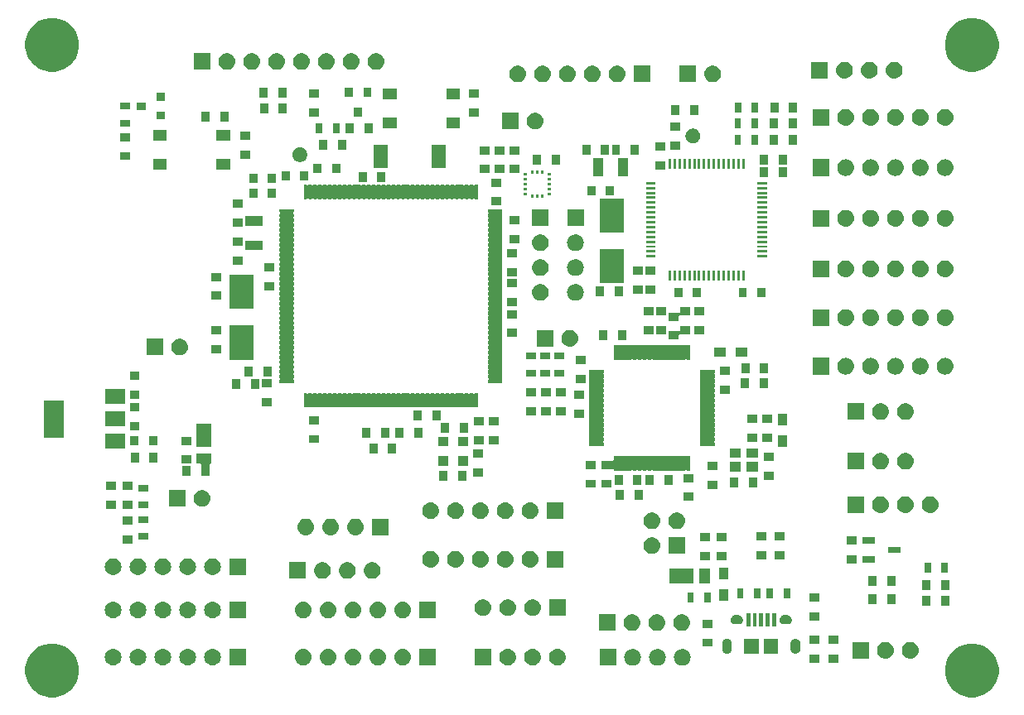
<source format=gbr>
G04 #@! TF.GenerationSoftware,KiCad,Pcbnew,(5.1.2)-1*
G04 #@! TF.CreationDate,2021-02-01T19:25:34-05:00*
G04 #@! TF.ProjectId,ZP-Breakout,5a502d42-7265-4616-9b6f-75742e6b6963,rev?*
G04 #@! TF.SameCoordinates,Original*
G04 #@! TF.FileFunction,Soldermask,Top*
G04 #@! TF.FilePolarity,Negative*
%FSLAX46Y46*%
G04 Gerber Fmt 4.6, Leading zero omitted, Abs format (unit mm)*
G04 Created by KiCad (PCBNEW (5.1.2)-1) date 2021-02-01 19:25:34*
%MOMM*%
%LPD*%
G04 APERTURE LIST*
%ADD10C,0.150000*%
G04 APERTURE END LIST*
D10*
G36*
X147802144Y-151855680D02*
G01*
X148302612Y-152062981D01*
X148753022Y-152363935D01*
X149136065Y-152746978D01*
X149437019Y-153197388D01*
X149644320Y-153697856D01*
X149750000Y-154229147D01*
X149750000Y-154770853D01*
X149644320Y-155302144D01*
X149437019Y-155802612D01*
X149136065Y-156253022D01*
X148753022Y-156636065D01*
X148302612Y-156937019D01*
X147802144Y-157144320D01*
X147270853Y-157250000D01*
X146729147Y-157250000D01*
X146197856Y-157144320D01*
X145697388Y-156937019D01*
X145246978Y-156636065D01*
X144863935Y-156253022D01*
X144562981Y-155802612D01*
X144355680Y-155302144D01*
X144250000Y-154770853D01*
X144250000Y-154229147D01*
X144355680Y-153697856D01*
X144562981Y-153197388D01*
X144863935Y-152746978D01*
X145246978Y-152363935D01*
X145697388Y-152062981D01*
X146197856Y-151855680D01*
X146729147Y-151750000D01*
X147270853Y-151750000D01*
X147802144Y-151855680D01*
X147802144Y-151855680D01*
G37*
G36*
X53802144Y-151855680D02*
G01*
X54302612Y-152062981D01*
X54753022Y-152363935D01*
X55136065Y-152746978D01*
X55437019Y-153197388D01*
X55644320Y-153697856D01*
X55750000Y-154229147D01*
X55750000Y-154770853D01*
X55644320Y-155302144D01*
X55437019Y-155802612D01*
X55136065Y-156253022D01*
X54753022Y-156636065D01*
X54302612Y-156937019D01*
X53802144Y-157144320D01*
X53270853Y-157250000D01*
X52729147Y-157250000D01*
X52197856Y-157144320D01*
X51697388Y-156937019D01*
X51246978Y-156636065D01*
X50863935Y-156253022D01*
X50562981Y-155802612D01*
X50355680Y-155302144D01*
X50250000Y-154770853D01*
X50250000Y-154229147D01*
X50355680Y-153697856D01*
X50562981Y-153197388D01*
X50863935Y-152746978D01*
X51246978Y-152363935D01*
X51697388Y-152062981D01*
X52197856Y-151855680D01*
X52729147Y-151750000D01*
X53270853Y-151750000D01*
X53802144Y-151855680D01*
X53802144Y-151855680D01*
G37*
G36*
X112498127Y-152324299D02*
G01*
X112578242Y-152348601D01*
X112658355Y-152372903D01*
X112658357Y-152372904D01*
X112806018Y-152451831D01*
X112935449Y-152558051D01*
X113041669Y-152687482D01*
X113120596Y-152835143D01*
X113120597Y-152835145D01*
X113144898Y-152915258D01*
X113169201Y-152995373D01*
X113185612Y-153162000D01*
X113169201Y-153328627D01*
X113169200Y-153328629D01*
X113125602Y-153472357D01*
X113120596Y-153488857D01*
X113041669Y-153636518D01*
X112935449Y-153765949D01*
X112806018Y-153872169D01*
X112689226Y-153934596D01*
X112658355Y-153951097D01*
X112578242Y-153975398D01*
X112498127Y-153999701D01*
X112373252Y-154012000D01*
X112289748Y-154012000D01*
X112164873Y-153999701D01*
X112084758Y-153975398D01*
X112004645Y-153951097D01*
X111973774Y-153934596D01*
X111856982Y-153872169D01*
X111727551Y-153765949D01*
X111621331Y-153636518D01*
X111542404Y-153488857D01*
X111537399Y-153472357D01*
X111493800Y-153328629D01*
X111493799Y-153328627D01*
X111477388Y-153162000D01*
X111493799Y-152995373D01*
X111518102Y-152915258D01*
X111542403Y-152835145D01*
X111542404Y-152835143D01*
X111621331Y-152687482D01*
X111727551Y-152558051D01*
X111856982Y-152451831D01*
X112004643Y-152372904D01*
X112004645Y-152372903D01*
X112084758Y-152348601D01*
X112164873Y-152324299D01*
X112289748Y-152312000D01*
X112373252Y-152312000D01*
X112498127Y-152324299D01*
X112498127Y-152324299D01*
G37*
G36*
X115038127Y-152324299D02*
G01*
X115118242Y-152348601D01*
X115198355Y-152372903D01*
X115198357Y-152372904D01*
X115346018Y-152451831D01*
X115475449Y-152558051D01*
X115581669Y-152687482D01*
X115660596Y-152835143D01*
X115660597Y-152835145D01*
X115684898Y-152915258D01*
X115709201Y-152995373D01*
X115725612Y-153162000D01*
X115709201Y-153328627D01*
X115709200Y-153328629D01*
X115665602Y-153472357D01*
X115660596Y-153488857D01*
X115581669Y-153636518D01*
X115475449Y-153765949D01*
X115346018Y-153872169D01*
X115229226Y-153934596D01*
X115198355Y-153951097D01*
X115118242Y-153975398D01*
X115038127Y-153999701D01*
X114913252Y-154012000D01*
X114829748Y-154012000D01*
X114704873Y-153999701D01*
X114624758Y-153975398D01*
X114544645Y-153951097D01*
X114513774Y-153934596D01*
X114396982Y-153872169D01*
X114267551Y-153765949D01*
X114161331Y-153636518D01*
X114082404Y-153488857D01*
X114077399Y-153472357D01*
X114033800Y-153328629D01*
X114033799Y-153328627D01*
X114017388Y-153162000D01*
X114033799Y-152995373D01*
X114058102Y-152915258D01*
X114082403Y-152835145D01*
X114082404Y-152835143D01*
X114161331Y-152687482D01*
X114267551Y-152558051D01*
X114396982Y-152451831D01*
X114544643Y-152372904D01*
X114544645Y-152372903D01*
X114624758Y-152348601D01*
X114704873Y-152324299D01*
X114829748Y-152312000D01*
X114913252Y-152312000D01*
X115038127Y-152324299D01*
X115038127Y-152324299D01*
G37*
G36*
X117578127Y-152324299D02*
G01*
X117658242Y-152348601D01*
X117738355Y-152372903D01*
X117738357Y-152372904D01*
X117886018Y-152451831D01*
X118015449Y-152558051D01*
X118121669Y-152687482D01*
X118200596Y-152835143D01*
X118200597Y-152835145D01*
X118224898Y-152915258D01*
X118249201Y-152995373D01*
X118265612Y-153162000D01*
X118249201Y-153328627D01*
X118249200Y-153328629D01*
X118205602Y-153472357D01*
X118200596Y-153488857D01*
X118121669Y-153636518D01*
X118015449Y-153765949D01*
X117886018Y-153872169D01*
X117769226Y-153934596D01*
X117738355Y-153951097D01*
X117658242Y-153975398D01*
X117578127Y-153999701D01*
X117453252Y-154012000D01*
X117369748Y-154012000D01*
X117244873Y-153999701D01*
X117164758Y-153975398D01*
X117084645Y-153951097D01*
X117053774Y-153934596D01*
X116936982Y-153872169D01*
X116807551Y-153765949D01*
X116701331Y-153636518D01*
X116622404Y-153488857D01*
X116617399Y-153472357D01*
X116573800Y-153328629D01*
X116573799Y-153328627D01*
X116557388Y-153162000D01*
X116573799Y-152995373D01*
X116598102Y-152915258D01*
X116622403Y-152835145D01*
X116622404Y-152835143D01*
X116701331Y-152687482D01*
X116807551Y-152558051D01*
X116936982Y-152451831D01*
X117084643Y-152372904D01*
X117084645Y-152372903D01*
X117164758Y-152348601D01*
X117244873Y-152324299D01*
X117369748Y-152312000D01*
X117453252Y-152312000D01*
X117578127Y-152324299D01*
X117578127Y-152324299D01*
G37*
G36*
X110641500Y-154012000D02*
G01*
X108941500Y-154012000D01*
X108941500Y-152312000D01*
X110641500Y-152312000D01*
X110641500Y-154012000D01*
X110641500Y-154012000D01*
G37*
G36*
X67032127Y-152307799D02*
G01*
X67112242Y-152332101D01*
X67192355Y-152356403D01*
X67192357Y-152356404D01*
X67340018Y-152435331D01*
X67469449Y-152541551D01*
X67575668Y-152670981D01*
X67654597Y-152818645D01*
X67678899Y-152898758D01*
X67703201Y-152978873D01*
X67719612Y-153145500D01*
X67703201Y-153312127D01*
X67654596Y-153472357D01*
X67575669Y-153620018D01*
X67469449Y-153749449D01*
X67340018Y-153855669D01*
X67192357Y-153934596D01*
X67192355Y-153934597D01*
X67112242Y-153958899D01*
X67032127Y-153983201D01*
X66907252Y-153995500D01*
X66823748Y-153995500D01*
X66698873Y-153983201D01*
X66618758Y-153958899D01*
X66538645Y-153934597D01*
X66538643Y-153934596D01*
X66390982Y-153855669D01*
X66261551Y-153749449D01*
X66155331Y-153620018D01*
X66076404Y-153472357D01*
X66027799Y-153312127D01*
X66011388Y-153145500D01*
X66027799Y-152978873D01*
X66052102Y-152898758D01*
X66076403Y-152818645D01*
X66155332Y-152670981D01*
X66261551Y-152541551D01*
X66390982Y-152435331D01*
X66538643Y-152356404D01*
X66538645Y-152356403D01*
X66618758Y-152332101D01*
X66698873Y-152307799D01*
X66823748Y-152295500D01*
X66907252Y-152295500D01*
X67032127Y-152307799D01*
X67032127Y-152307799D01*
G37*
G36*
X89003127Y-152307799D02*
G01*
X89083242Y-152332101D01*
X89163355Y-152356403D01*
X89163357Y-152356404D01*
X89311018Y-152435331D01*
X89440449Y-152541551D01*
X89546668Y-152670981D01*
X89625597Y-152818645D01*
X89649899Y-152898758D01*
X89674201Y-152978873D01*
X89690612Y-153145500D01*
X89674201Y-153312127D01*
X89625596Y-153472357D01*
X89546669Y-153620018D01*
X89440449Y-153749449D01*
X89311018Y-153855669D01*
X89163357Y-153934596D01*
X89163355Y-153934597D01*
X89083242Y-153958899D01*
X89003127Y-153983201D01*
X88878252Y-153995500D01*
X88794748Y-153995500D01*
X88669873Y-153983201D01*
X88589758Y-153958899D01*
X88509645Y-153934597D01*
X88509643Y-153934596D01*
X88361982Y-153855669D01*
X88232551Y-153749449D01*
X88126331Y-153620018D01*
X88047404Y-153472357D01*
X87998799Y-153312127D01*
X87982388Y-153145500D01*
X87998799Y-152978873D01*
X88023102Y-152898758D01*
X88047403Y-152818645D01*
X88126332Y-152670981D01*
X88232551Y-152541551D01*
X88361982Y-152435331D01*
X88509643Y-152356404D01*
X88509645Y-152356403D01*
X88589758Y-152332101D01*
X88669873Y-152307799D01*
X88794748Y-152295500D01*
X88878252Y-152295500D01*
X89003127Y-152307799D01*
X89003127Y-152307799D01*
G37*
G36*
X86463127Y-152307799D02*
G01*
X86543242Y-152332101D01*
X86623355Y-152356403D01*
X86623357Y-152356404D01*
X86771018Y-152435331D01*
X86900449Y-152541551D01*
X87006668Y-152670981D01*
X87085597Y-152818645D01*
X87109899Y-152898758D01*
X87134201Y-152978873D01*
X87150612Y-153145500D01*
X87134201Y-153312127D01*
X87085596Y-153472357D01*
X87006669Y-153620018D01*
X86900449Y-153749449D01*
X86771018Y-153855669D01*
X86623357Y-153934596D01*
X86623355Y-153934597D01*
X86543242Y-153958899D01*
X86463127Y-153983201D01*
X86338252Y-153995500D01*
X86254748Y-153995500D01*
X86129873Y-153983201D01*
X86049758Y-153958899D01*
X85969645Y-153934597D01*
X85969643Y-153934596D01*
X85821982Y-153855669D01*
X85692551Y-153749449D01*
X85586331Y-153620018D01*
X85507404Y-153472357D01*
X85458799Y-153312127D01*
X85442388Y-153145500D01*
X85458799Y-152978873D01*
X85483102Y-152898758D01*
X85507403Y-152818645D01*
X85586332Y-152670981D01*
X85692551Y-152541551D01*
X85821982Y-152435331D01*
X85969643Y-152356404D01*
X85969645Y-152356403D01*
X86049758Y-152332101D01*
X86129873Y-152307799D01*
X86254748Y-152295500D01*
X86338252Y-152295500D01*
X86463127Y-152307799D01*
X86463127Y-152307799D01*
G37*
G36*
X83923127Y-152307799D02*
G01*
X84003242Y-152332101D01*
X84083355Y-152356403D01*
X84083357Y-152356404D01*
X84231018Y-152435331D01*
X84360449Y-152541551D01*
X84466668Y-152670981D01*
X84545597Y-152818645D01*
X84569899Y-152898758D01*
X84594201Y-152978873D01*
X84610612Y-153145500D01*
X84594201Y-153312127D01*
X84545596Y-153472357D01*
X84466669Y-153620018D01*
X84360449Y-153749449D01*
X84231018Y-153855669D01*
X84083357Y-153934596D01*
X84083355Y-153934597D01*
X84003242Y-153958899D01*
X83923127Y-153983201D01*
X83798252Y-153995500D01*
X83714748Y-153995500D01*
X83589873Y-153983201D01*
X83509758Y-153958899D01*
X83429645Y-153934597D01*
X83429643Y-153934596D01*
X83281982Y-153855669D01*
X83152551Y-153749449D01*
X83046331Y-153620018D01*
X82967404Y-153472357D01*
X82918799Y-153312127D01*
X82902388Y-153145500D01*
X82918799Y-152978873D01*
X82943102Y-152898758D01*
X82967403Y-152818645D01*
X83046332Y-152670981D01*
X83152551Y-152541551D01*
X83281982Y-152435331D01*
X83429643Y-152356404D01*
X83429645Y-152356403D01*
X83509758Y-152332101D01*
X83589873Y-152307799D01*
X83714748Y-152295500D01*
X83798252Y-152295500D01*
X83923127Y-152307799D01*
X83923127Y-152307799D01*
G37*
G36*
X81383127Y-152307799D02*
G01*
X81463242Y-152332101D01*
X81543355Y-152356403D01*
X81543357Y-152356404D01*
X81691018Y-152435331D01*
X81820449Y-152541551D01*
X81926668Y-152670981D01*
X82005597Y-152818645D01*
X82029899Y-152898758D01*
X82054201Y-152978873D01*
X82070612Y-153145500D01*
X82054201Y-153312127D01*
X82005596Y-153472357D01*
X81926669Y-153620018D01*
X81820449Y-153749449D01*
X81691018Y-153855669D01*
X81543357Y-153934596D01*
X81543355Y-153934597D01*
X81463242Y-153958899D01*
X81383127Y-153983201D01*
X81258252Y-153995500D01*
X81174748Y-153995500D01*
X81049873Y-153983201D01*
X80969758Y-153958899D01*
X80889645Y-153934597D01*
X80889643Y-153934596D01*
X80741982Y-153855669D01*
X80612551Y-153749449D01*
X80506331Y-153620018D01*
X80427404Y-153472357D01*
X80378799Y-153312127D01*
X80362388Y-153145500D01*
X80378799Y-152978873D01*
X80403102Y-152898758D01*
X80427403Y-152818645D01*
X80506332Y-152670981D01*
X80612551Y-152541551D01*
X80741982Y-152435331D01*
X80889643Y-152356404D01*
X80889645Y-152356403D01*
X80969758Y-152332101D01*
X81049873Y-152307799D01*
X81174748Y-152295500D01*
X81258252Y-152295500D01*
X81383127Y-152307799D01*
X81383127Y-152307799D01*
G37*
G36*
X78843127Y-152307799D02*
G01*
X78923242Y-152332101D01*
X79003355Y-152356403D01*
X79003357Y-152356404D01*
X79151018Y-152435331D01*
X79280449Y-152541551D01*
X79386668Y-152670981D01*
X79465597Y-152818645D01*
X79489899Y-152898758D01*
X79514201Y-152978873D01*
X79530612Y-153145500D01*
X79514201Y-153312127D01*
X79465596Y-153472357D01*
X79386669Y-153620018D01*
X79280449Y-153749449D01*
X79151018Y-153855669D01*
X79003357Y-153934596D01*
X79003355Y-153934597D01*
X78923242Y-153958899D01*
X78843127Y-153983201D01*
X78718252Y-153995500D01*
X78634748Y-153995500D01*
X78509873Y-153983201D01*
X78429758Y-153958899D01*
X78349645Y-153934597D01*
X78349643Y-153934596D01*
X78201982Y-153855669D01*
X78072551Y-153749449D01*
X77966331Y-153620018D01*
X77887404Y-153472357D01*
X77838799Y-153312127D01*
X77822388Y-153145500D01*
X77838799Y-152978873D01*
X77863102Y-152898758D01*
X77887403Y-152818645D01*
X77966332Y-152670981D01*
X78072551Y-152541551D01*
X78201982Y-152435331D01*
X78349643Y-152356404D01*
X78349645Y-152356403D01*
X78429758Y-152332101D01*
X78509873Y-152307799D01*
X78634748Y-152295500D01*
X78718252Y-152295500D01*
X78843127Y-152307799D01*
X78843127Y-152307799D01*
G37*
G36*
X59412127Y-152307799D02*
G01*
X59492242Y-152332101D01*
X59572355Y-152356403D01*
X59572357Y-152356404D01*
X59720018Y-152435331D01*
X59849449Y-152541551D01*
X59955668Y-152670981D01*
X60034597Y-152818645D01*
X60058899Y-152898758D01*
X60083201Y-152978873D01*
X60099612Y-153145500D01*
X60083201Y-153312127D01*
X60034596Y-153472357D01*
X59955669Y-153620018D01*
X59849449Y-153749449D01*
X59720018Y-153855669D01*
X59572357Y-153934596D01*
X59572355Y-153934597D01*
X59492242Y-153958899D01*
X59412127Y-153983201D01*
X59287252Y-153995500D01*
X59203748Y-153995500D01*
X59078873Y-153983201D01*
X58998758Y-153958899D01*
X58918645Y-153934597D01*
X58918643Y-153934596D01*
X58770982Y-153855669D01*
X58641551Y-153749449D01*
X58535331Y-153620018D01*
X58456404Y-153472357D01*
X58407799Y-153312127D01*
X58391388Y-153145500D01*
X58407799Y-152978873D01*
X58432102Y-152898758D01*
X58456403Y-152818645D01*
X58535332Y-152670981D01*
X58641551Y-152541551D01*
X58770982Y-152435331D01*
X58918643Y-152356404D01*
X58918645Y-152356403D01*
X58998758Y-152332101D01*
X59078873Y-152307799D01*
X59203748Y-152295500D01*
X59287252Y-152295500D01*
X59412127Y-152307799D01*
X59412127Y-152307799D01*
G37*
G36*
X61952127Y-152307799D02*
G01*
X62032242Y-152332101D01*
X62112355Y-152356403D01*
X62112357Y-152356404D01*
X62260018Y-152435331D01*
X62389449Y-152541551D01*
X62495668Y-152670981D01*
X62574597Y-152818645D01*
X62598899Y-152898758D01*
X62623201Y-152978873D01*
X62639612Y-153145500D01*
X62623201Y-153312127D01*
X62574596Y-153472357D01*
X62495669Y-153620018D01*
X62389449Y-153749449D01*
X62260018Y-153855669D01*
X62112357Y-153934596D01*
X62112355Y-153934597D01*
X62032242Y-153958899D01*
X61952127Y-153983201D01*
X61827252Y-153995500D01*
X61743748Y-153995500D01*
X61618873Y-153983201D01*
X61538758Y-153958899D01*
X61458645Y-153934597D01*
X61458643Y-153934596D01*
X61310982Y-153855669D01*
X61181551Y-153749449D01*
X61075331Y-153620018D01*
X60996404Y-153472357D01*
X60947799Y-153312127D01*
X60931388Y-153145500D01*
X60947799Y-152978873D01*
X60972102Y-152898758D01*
X60996403Y-152818645D01*
X61075332Y-152670981D01*
X61181551Y-152541551D01*
X61310982Y-152435331D01*
X61458643Y-152356404D01*
X61458645Y-152356403D01*
X61538758Y-152332101D01*
X61618873Y-152307799D01*
X61743748Y-152295500D01*
X61827252Y-152295500D01*
X61952127Y-152307799D01*
X61952127Y-152307799D01*
G37*
G36*
X64492127Y-152307799D02*
G01*
X64572242Y-152332101D01*
X64652355Y-152356403D01*
X64652357Y-152356404D01*
X64800018Y-152435331D01*
X64929449Y-152541551D01*
X65035668Y-152670981D01*
X65114597Y-152818645D01*
X65138899Y-152898758D01*
X65163201Y-152978873D01*
X65179612Y-153145500D01*
X65163201Y-153312127D01*
X65114596Y-153472357D01*
X65035669Y-153620018D01*
X64929449Y-153749449D01*
X64800018Y-153855669D01*
X64652357Y-153934596D01*
X64652355Y-153934597D01*
X64572242Y-153958899D01*
X64492127Y-153983201D01*
X64367252Y-153995500D01*
X64283748Y-153995500D01*
X64158873Y-153983201D01*
X64078758Y-153958899D01*
X63998645Y-153934597D01*
X63998643Y-153934596D01*
X63850982Y-153855669D01*
X63721551Y-153749449D01*
X63615331Y-153620018D01*
X63536404Y-153472357D01*
X63487799Y-153312127D01*
X63471388Y-153145500D01*
X63487799Y-152978873D01*
X63512102Y-152898758D01*
X63536403Y-152818645D01*
X63615332Y-152670981D01*
X63721551Y-152541551D01*
X63850982Y-152435331D01*
X63998643Y-152356404D01*
X63998645Y-152356403D01*
X64078758Y-152332101D01*
X64158873Y-152307799D01*
X64283748Y-152295500D01*
X64367252Y-152295500D01*
X64492127Y-152307799D01*
X64492127Y-152307799D01*
G37*
G36*
X69572127Y-152307799D02*
G01*
X69652242Y-152332101D01*
X69732355Y-152356403D01*
X69732357Y-152356404D01*
X69880018Y-152435331D01*
X70009449Y-152541551D01*
X70115668Y-152670981D01*
X70194597Y-152818645D01*
X70218899Y-152898758D01*
X70243201Y-152978873D01*
X70259612Y-153145500D01*
X70243201Y-153312127D01*
X70194596Y-153472357D01*
X70115669Y-153620018D01*
X70009449Y-153749449D01*
X69880018Y-153855669D01*
X69732357Y-153934596D01*
X69732355Y-153934597D01*
X69652242Y-153958899D01*
X69572127Y-153983201D01*
X69447252Y-153995500D01*
X69363748Y-153995500D01*
X69238873Y-153983201D01*
X69158758Y-153958899D01*
X69078645Y-153934597D01*
X69078643Y-153934596D01*
X68930982Y-153855669D01*
X68801551Y-153749449D01*
X68695331Y-153620018D01*
X68616404Y-153472357D01*
X68567799Y-153312127D01*
X68551388Y-153145500D01*
X68567799Y-152978873D01*
X68592102Y-152898758D01*
X68616403Y-152818645D01*
X68695332Y-152670981D01*
X68801551Y-152541551D01*
X68930982Y-152435331D01*
X69078643Y-152356404D01*
X69078645Y-152356403D01*
X69158758Y-152332101D01*
X69238873Y-152307799D01*
X69363748Y-152295500D01*
X69447252Y-152295500D01*
X69572127Y-152307799D01*
X69572127Y-152307799D01*
G37*
G36*
X72795500Y-153995500D02*
G01*
X71095500Y-153995500D01*
X71095500Y-152295500D01*
X72795500Y-152295500D01*
X72795500Y-153995500D01*
X72795500Y-153995500D01*
G37*
G36*
X104814627Y-152307799D02*
G01*
X104894742Y-152332101D01*
X104974855Y-152356403D01*
X104974857Y-152356404D01*
X105122518Y-152435331D01*
X105251949Y-152541551D01*
X105358168Y-152670981D01*
X105437097Y-152818645D01*
X105461399Y-152898758D01*
X105485701Y-152978873D01*
X105502112Y-153145500D01*
X105485701Y-153312127D01*
X105437096Y-153472357D01*
X105358169Y-153620018D01*
X105251949Y-153749449D01*
X105122518Y-153855669D01*
X104974857Y-153934596D01*
X104974855Y-153934597D01*
X104894742Y-153958899D01*
X104814627Y-153983201D01*
X104689752Y-153995500D01*
X104606248Y-153995500D01*
X104481373Y-153983201D01*
X104401258Y-153958899D01*
X104321145Y-153934597D01*
X104321143Y-153934596D01*
X104173482Y-153855669D01*
X104044051Y-153749449D01*
X103937831Y-153620018D01*
X103858904Y-153472357D01*
X103810299Y-153312127D01*
X103793888Y-153145500D01*
X103810299Y-152978873D01*
X103834602Y-152898758D01*
X103858903Y-152818645D01*
X103937832Y-152670981D01*
X104044051Y-152541551D01*
X104173482Y-152435331D01*
X104321143Y-152356404D01*
X104321145Y-152356403D01*
X104401258Y-152332101D01*
X104481373Y-152307799D01*
X104606248Y-152295500D01*
X104689752Y-152295500D01*
X104814627Y-152307799D01*
X104814627Y-152307799D01*
G37*
G36*
X92226500Y-153995500D02*
G01*
X90526500Y-153995500D01*
X90526500Y-152295500D01*
X92226500Y-152295500D01*
X92226500Y-153995500D01*
X92226500Y-153995500D01*
G37*
G36*
X97878000Y-153995500D02*
G01*
X96178000Y-153995500D01*
X96178000Y-152295500D01*
X97878000Y-152295500D01*
X97878000Y-153995500D01*
X97878000Y-153995500D01*
G37*
G36*
X99734627Y-152307799D02*
G01*
X99814742Y-152332101D01*
X99894855Y-152356403D01*
X99894857Y-152356404D01*
X100042518Y-152435331D01*
X100171949Y-152541551D01*
X100278168Y-152670981D01*
X100357097Y-152818645D01*
X100381399Y-152898758D01*
X100405701Y-152978873D01*
X100422112Y-153145500D01*
X100405701Y-153312127D01*
X100357096Y-153472357D01*
X100278169Y-153620018D01*
X100171949Y-153749449D01*
X100042518Y-153855669D01*
X99894857Y-153934596D01*
X99894855Y-153934597D01*
X99814742Y-153958899D01*
X99734627Y-153983201D01*
X99609752Y-153995500D01*
X99526248Y-153995500D01*
X99401373Y-153983201D01*
X99321258Y-153958899D01*
X99241145Y-153934597D01*
X99241143Y-153934596D01*
X99093482Y-153855669D01*
X98964051Y-153749449D01*
X98857831Y-153620018D01*
X98778904Y-153472357D01*
X98730299Y-153312127D01*
X98713888Y-153145500D01*
X98730299Y-152978873D01*
X98754602Y-152898758D01*
X98778903Y-152818645D01*
X98857832Y-152670981D01*
X98964051Y-152541551D01*
X99093482Y-152435331D01*
X99241143Y-152356404D01*
X99241145Y-152356403D01*
X99321258Y-152332101D01*
X99401373Y-152307799D01*
X99526248Y-152295500D01*
X99609752Y-152295500D01*
X99734627Y-152307799D01*
X99734627Y-152307799D01*
G37*
G36*
X102274627Y-152307799D02*
G01*
X102354742Y-152332101D01*
X102434855Y-152356403D01*
X102434857Y-152356404D01*
X102582518Y-152435331D01*
X102711949Y-152541551D01*
X102818168Y-152670981D01*
X102897097Y-152818645D01*
X102921399Y-152898758D01*
X102945701Y-152978873D01*
X102962112Y-153145500D01*
X102945701Y-153312127D01*
X102897096Y-153472357D01*
X102818169Y-153620018D01*
X102711949Y-153749449D01*
X102582518Y-153855669D01*
X102434857Y-153934596D01*
X102434855Y-153934597D01*
X102354742Y-153958899D01*
X102274627Y-153983201D01*
X102149752Y-153995500D01*
X102066248Y-153995500D01*
X101941373Y-153983201D01*
X101861258Y-153958899D01*
X101781145Y-153934597D01*
X101781143Y-153934596D01*
X101633482Y-153855669D01*
X101504051Y-153749449D01*
X101397831Y-153620018D01*
X101318904Y-153472357D01*
X101270299Y-153312127D01*
X101253888Y-153145500D01*
X101270299Y-152978873D01*
X101294602Y-152898758D01*
X101318903Y-152818645D01*
X101397832Y-152670981D01*
X101504051Y-152541551D01*
X101633482Y-152435331D01*
X101781143Y-152356404D01*
X101781145Y-152356403D01*
X101861258Y-152332101D01*
X101941373Y-152307799D01*
X102066248Y-152295500D01*
X102149752Y-152295500D01*
X102274627Y-152307799D01*
X102274627Y-152307799D01*
G37*
G36*
X133342000Y-153705000D02*
G01*
X132342000Y-153705000D01*
X132342000Y-152860000D01*
X133342000Y-152860000D01*
X133342000Y-153705000D01*
X133342000Y-153705000D01*
G37*
G36*
X131437000Y-153705000D02*
G01*
X130437000Y-153705000D01*
X130437000Y-152860000D01*
X131437000Y-152860000D01*
X131437000Y-153705000D01*
X131437000Y-153705000D01*
G37*
G36*
X140882627Y-151609299D02*
G01*
X140962742Y-151633601D01*
X141042855Y-151657903D01*
X141042857Y-151657904D01*
X141190518Y-151736831D01*
X141319949Y-151843051D01*
X141426169Y-151972482D01*
X141505096Y-152120143D01*
X141553701Y-152280373D01*
X141570112Y-152447000D01*
X141553701Y-152613627D01*
X141536303Y-152670981D01*
X141509854Y-152758174D01*
X141505096Y-152773857D01*
X141426169Y-152921518D01*
X141319949Y-153050949D01*
X141190518Y-153157169D01*
X141115274Y-153197388D01*
X141042855Y-153236097D01*
X140962742Y-153260398D01*
X140882627Y-153284701D01*
X140757752Y-153297000D01*
X140674248Y-153297000D01*
X140549373Y-153284701D01*
X140469258Y-153260398D01*
X140389145Y-153236097D01*
X140316726Y-153197388D01*
X140241482Y-153157169D01*
X140112051Y-153050949D01*
X140005831Y-152921518D01*
X139926904Y-152773857D01*
X139922147Y-152758174D01*
X139895697Y-152670981D01*
X139878299Y-152613627D01*
X139861888Y-152447000D01*
X139878299Y-152280373D01*
X139926904Y-152120143D01*
X140005831Y-151972482D01*
X140112051Y-151843051D01*
X140241482Y-151736831D01*
X140389143Y-151657904D01*
X140389145Y-151657903D01*
X140469258Y-151633602D01*
X140549373Y-151609299D01*
X140674248Y-151597000D01*
X140757752Y-151597000D01*
X140882627Y-151609299D01*
X140882627Y-151609299D01*
G37*
G36*
X136486000Y-153297000D02*
G01*
X134786000Y-153297000D01*
X134786000Y-151597000D01*
X136486000Y-151597000D01*
X136486000Y-153297000D01*
X136486000Y-153297000D01*
G37*
G36*
X138342627Y-151609299D02*
G01*
X138422742Y-151633601D01*
X138502855Y-151657903D01*
X138502857Y-151657904D01*
X138650518Y-151736831D01*
X138779949Y-151843051D01*
X138886169Y-151972482D01*
X138965096Y-152120143D01*
X139013701Y-152280373D01*
X139030112Y-152447000D01*
X139013701Y-152613627D01*
X138996303Y-152670981D01*
X138969854Y-152758174D01*
X138965096Y-152773857D01*
X138886169Y-152921518D01*
X138779949Y-153050949D01*
X138650518Y-153157169D01*
X138575274Y-153197388D01*
X138502855Y-153236097D01*
X138422742Y-153260398D01*
X138342627Y-153284701D01*
X138217752Y-153297000D01*
X138134248Y-153297000D01*
X138009373Y-153284701D01*
X137929258Y-153260398D01*
X137849145Y-153236097D01*
X137776726Y-153197388D01*
X137701482Y-153157169D01*
X137572051Y-153050949D01*
X137465831Y-152921518D01*
X137386904Y-152773857D01*
X137382147Y-152758174D01*
X137355697Y-152670981D01*
X137338299Y-152613627D01*
X137321888Y-152447000D01*
X137338299Y-152280373D01*
X137386904Y-152120143D01*
X137465831Y-151972482D01*
X137572051Y-151843051D01*
X137701482Y-151736831D01*
X137849143Y-151657904D01*
X137849145Y-151657903D01*
X137929258Y-151633602D01*
X138009373Y-151609299D01*
X138134248Y-151597000D01*
X138217752Y-151597000D01*
X138342627Y-151609299D01*
X138342627Y-151609299D01*
G37*
G36*
X129074014Y-151251234D02*
G01*
X129168269Y-151279826D01*
X129246214Y-151321489D01*
X129255129Y-151326254D01*
X129331264Y-151388736D01*
X129382542Y-151451219D01*
X129393747Y-151464872D01*
X129440174Y-151551730D01*
X129468766Y-151645985D01*
X129476000Y-151719436D01*
X129476000Y-152318564D01*
X129468766Y-152392015D01*
X129440174Y-152486270D01*
X129393747Y-152573128D01*
X129331264Y-152649264D01*
X129255128Y-152711747D01*
X129168270Y-152758174D01*
X129074015Y-152786766D01*
X128976000Y-152796419D01*
X128877986Y-152786766D01*
X128783731Y-152758174D01*
X128696873Y-152711747D01*
X128620737Y-152649264D01*
X128558255Y-152573130D01*
X128511825Y-152486268D01*
X128483234Y-152392015D01*
X128476000Y-152318564D01*
X128476000Y-151719437D01*
X128483234Y-151645986D01*
X128511826Y-151551731D01*
X128558253Y-151464873D01*
X128558254Y-151464871D01*
X128620736Y-151388736D01*
X128696871Y-151326254D01*
X128696870Y-151326254D01*
X128696872Y-151326253D01*
X128783730Y-151279826D01*
X128877985Y-151251234D01*
X128976000Y-151241581D01*
X129074014Y-151251234D01*
X129074014Y-151251234D01*
G37*
G36*
X122074014Y-151251234D02*
G01*
X122168269Y-151279826D01*
X122246214Y-151321489D01*
X122255129Y-151326254D01*
X122331264Y-151388736D01*
X122382542Y-151451219D01*
X122393747Y-151464872D01*
X122440174Y-151551730D01*
X122468766Y-151645985D01*
X122476000Y-151719436D01*
X122476000Y-152318564D01*
X122468766Y-152392015D01*
X122440174Y-152486270D01*
X122393747Y-152573128D01*
X122331264Y-152649264D01*
X122255128Y-152711747D01*
X122168270Y-152758174D01*
X122074015Y-152786766D01*
X121976000Y-152796419D01*
X121877986Y-152786766D01*
X121783731Y-152758174D01*
X121696873Y-152711747D01*
X121620737Y-152649264D01*
X121558255Y-152573130D01*
X121511825Y-152486268D01*
X121483234Y-152392015D01*
X121476000Y-152318564D01*
X121476000Y-151719437D01*
X121483234Y-151645986D01*
X121511826Y-151551731D01*
X121558253Y-151464873D01*
X121558254Y-151464871D01*
X121620736Y-151388736D01*
X121696871Y-151326254D01*
X121696870Y-151326254D01*
X121696872Y-151326253D01*
X121783730Y-151279826D01*
X121877985Y-151251234D01*
X121976000Y-151241581D01*
X122074014Y-151251234D01*
X122074014Y-151251234D01*
G37*
G36*
X125226000Y-152794000D02*
G01*
X123726000Y-152794000D01*
X123726000Y-151244000D01*
X125226000Y-151244000D01*
X125226000Y-152794000D01*
X125226000Y-152794000D01*
G37*
G36*
X127226000Y-152794000D02*
G01*
X125726000Y-152794000D01*
X125726000Y-151244000D01*
X127226000Y-151244000D01*
X127226000Y-152794000D01*
X127226000Y-152794000D01*
G37*
G36*
X120515000Y-152080500D02*
G01*
X119515000Y-152080500D01*
X119515000Y-151235500D01*
X120515000Y-151235500D01*
X120515000Y-152080500D01*
X120515000Y-152080500D01*
G37*
G36*
X133342000Y-151780000D02*
G01*
X132342000Y-151780000D01*
X132342000Y-150935000D01*
X133342000Y-150935000D01*
X133342000Y-151780000D01*
X133342000Y-151780000D01*
G37*
G36*
X131437000Y-151780000D02*
G01*
X130437000Y-151780000D01*
X130437000Y-150935000D01*
X131437000Y-150935000D01*
X131437000Y-151780000D01*
X131437000Y-151780000D01*
G37*
G36*
X110578000Y-150456000D02*
G01*
X108878000Y-150456000D01*
X108878000Y-148756000D01*
X110578000Y-148756000D01*
X110578000Y-150456000D01*
X110578000Y-150456000D01*
G37*
G36*
X112434627Y-148768299D02*
G01*
X112513313Y-148792168D01*
X112594855Y-148816903D01*
X112594857Y-148816904D01*
X112742518Y-148895831D01*
X112871949Y-149002051D01*
X112978169Y-149131482D01*
X112991916Y-149157201D01*
X113057097Y-149279145D01*
X113081398Y-149359258D01*
X113105701Y-149439373D01*
X113122112Y-149606000D01*
X113105701Y-149772627D01*
X113057096Y-149932857D01*
X112978169Y-150080518D01*
X112871949Y-150209949D01*
X112742518Y-150316169D01*
X112594857Y-150395096D01*
X112594855Y-150395097D01*
X112514742Y-150419398D01*
X112434627Y-150443701D01*
X112309752Y-150456000D01*
X112226248Y-150456000D01*
X112101373Y-150443701D01*
X112021258Y-150419398D01*
X111941145Y-150395097D01*
X111941143Y-150395096D01*
X111793482Y-150316169D01*
X111664051Y-150209949D01*
X111557831Y-150080518D01*
X111478904Y-149932857D01*
X111430299Y-149772627D01*
X111413888Y-149606000D01*
X111430299Y-149439373D01*
X111454602Y-149359258D01*
X111478903Y-149279145D01*
X111544084Y-149157201D01*
X111557831Y-149131482D01*
X111664051Y-149002051D01*
X111793482Y-148895831D01*
X111941143Y-148816904D01*
X111941145Y-148816903D01*
X112022687Y-148792168D01*
X112101373Y-148768299D01*
X112226248Y-148756000D01*
X112309752Y-148756000D01*
X112434627Y-148768299D01*
X112434627Y-148768299D01*
G37*
G36*
X114974627Y-148768299D02*
G01*
X115053313Y-148792168D01*
X115134855Y-148816903D01*
X115134857Y-148816904D01*
X115282518Y-148895831D01*
X115411949Y-149002051D01*
X115518169Y-149131482D01*
X115531916Y-149157201D01*
X115597097Y-149279145D01*
X115621398Y-149359258D01*
X115645701Y-149439373D01*
X115662112Y-149606000D01*
X115645701Y-149772627D01*
X115597096Y-149932857D01*
X115518169Y-150080518D01*
X115411949Y-150209949D01*
X115282518Y-150316169D01*
X115134857Y-150395096D01*
X115134855Y-150395097D01*
X115054742Y-150419398D01*
X114974627Y-150443701D01*
X114849752Y-150456000D01*
X114766248Y-150456000D01*
X114641373Y-150443701D01*
X114561258Y-150419398D01*
X114481145Y-150395097D01*
X114481143Y-150395096D01*
X114333482Y-150316169D01*
X114204051Y-150209949D01*
X114097831Y-150080518D01*
X114018904Y-149932857D01*
X113970299Y-149772627D01*
X113953888Y-149606000D01*
X113970299Y-149439373D01*
X113994602Y-149359258D01*
X114018903Y-149279145D01*
X114084084Y-149157201D01*
X114097831Y-149131482D01*
X114204051Y-149002051D01*
X114333482Y-148895831D01*
X114481143Y-148816904D01*
X114481145Y-148816903D01*
X114562687Y-148792168D01*
X114641373Y-148768299D01*
X114766248Y-148756000D01*
X114849752Y-148756000D01*
X114974627Y-148768299D01*
X114974627Y-148768299D01*
G37*
G36*
X117514627Y-148768299D02*
G01*
X117593313Y-148792168D01*
X117674855Y-148816903D01*
X117674857Y-148816904D01*
X117822518Y-148895831D01*
X117951949Y-149002051D01*
X118058169Y-149131482D01*
X118071916Y-149157201D01*
X118137097Y-149279145D01*
X118161398Y-149359258D01*
X118185701Y-149439373D01*
X118202112Y-149606000D01*
X118185701Y-149772627D01*
X118137096Y-149932857D01*
X118058169Y-150080518D01*
X117951949Y-150209949D01*
X117822518Y-150316169D01*
X117674857Y-150395096D01*
X117674855Y-150395097D01*
X117594742Y-150419398D01*
X117514627Y-150443701D01*
X117389752Y-150456000D01*
X117306248Y-150456000D01*
X117181373Y-150443701D01*
X117101258Y-150419398D01*
X117021145Y-150395097D01*
X117021143Y-150395096D01*
X116873482Y-150316169D01*
X116744051Y-150209949D01*
X116637831Y-150080518D01*
X116558904Y-149932857D01*
X116510299Y-149772627D01*
X116493888Y-149606000D01*
X116510299Y-149439373D01*
X116534602Y-149359258D01*
X116558903Y-149279145D01*
X116624084Y-149157201D01*
X116637831Y-149131482D01*
X116744051Y-149002051D01*
X116873482Y-148895831D01*
X117021143Y-148816904D01*
X117021145Y-148816903D01*
X117102687Y-148792168D01*
X117181373Y-148768299D01*
X117306248Y-148756000D01*
X117389752Y-148756000D01*
X117514627Y-148768299D01*
X117514627Y-148768299D01*
G37*
G36*
X120515000Y-150155500D02*
G01*
X119515000Y-150155500D01*
X119515000Y-149310500D01*
X120515000Y-149310500D01*
X120515000Y-150155500D01*
X120515000Y-150155500D01*
G37*
G36*
X125676000Y-149994000D02*
G01*
X125276000Y-149994000D01*
X125276000Y-148644000D01*
X125676000Y-148644000D01*
X125676000Y-149994000D01*
X125676000Y-149994000D01*
G37*
G36*
X126976000Y-149994000D02*
G01*
X126576000Y-149994000D01*
X126576000Y-148644000D01*
X126976000Y-148644000D01*
X126976000Y-149994000D01*
X126976000Y-149994000D01*
G37*
G36*
X126326000Y-149994000D02*
G01*
X125926000Y-149994000D01*
X125926000Y-148644000D01*
X126326000Y-148644000D01*
X126326000Y-149994000D01*
X126326000Y-149994000D01*
G37*
G36*
X125026000Y-149994000D02*
G01*
X124626000Y-149994000D01*
X124626000Y-148644000D01*
X125026000Y-148644000D01*
X125026000Y-149994000D01*
X125026000Y-149994000D01*
G37*
G36*
X124376000Y-149994000D02*
G01*
X123976000Y-149994000D01*
X123976000Y-148644000D01*
X124376000Y-148644000D01*
X124376000Y-149994000D01*
X124376000Y-149994000D01*
G37*
G36*
X123172593Y-148846291D02*
G01*
X123219116Y-148850873D01*
X123285359Y-148870967D01*
X123308658Y-148878035D01*
X123386453Y-148919618D01*
X123391173Y-148922141D01*
X123463501Y-148981499D01*
X123522859Y-149053827D01*
X123522860Y-149053829D01*
X123566965Y-149136342D01*
X123594127Y-149225885D01*
X123603298Y-149319000D01*
X123594127Y-149412115D01*
X123566965Y-149501658D01*
X123525382Y-149579453D01*
X123522859Y-149584173D01*
X123463501Y-149656501D01*
X123391173Y-149715859D01*
X123391171Y-149715860D01*
X123308658Y-149759965D01*
X123285359Y-149767033D01*
X123219116Y-149787127D01*
X123172593Y-149791709D01*
X123149333Y-149794000D01*
X122802667Y-149794000D01*
X122779407Y-149791709D01*
X122732884Y-149787127D01*
X122666641Y-149767033D01*
X122643342Y-149759965D01*
X122560829Y-149715860D01*
X122560827Y-149715859D01*
X122488499Y-149656501D01*
X122429141Y-149584173D01*
X122426618Y-149579453D01*
X122385035Y-149501658D01*
X122357873Y-149412115D01*
X122348702Y-149319000D01*
X122357873Y-149225885D01*
X122385035Y-149136342D01*
X122429140Y-149053829D01*
X122429141Y-149053827D01*
X122488499Y-148981499D01*
X122560827Y-148922141D01*
X122565547Y-148919618D01*
X122643342Y-148878035D01*
X122666641Y-148870967D01*
X122732884Y-148850873D01*
X122779407Y-148846291D01*
X122802667Y-148844000D01*
X123149333Y-148844000D01*
X123172593Y-148846291D01*
X123172593Y-148846291D01*
G37*
G36*
X128172593Y-148846291D02*
G01*
X128219116Y-148850873D01*
X128285359Y-148870967D01*
X128308658Y-148878035D01*
X128386453Y-148919618D01*
X128391173Y-148922141D01*
X128463501Y-148981499D01*
X128522859Y-149053827D01*
X128522860Y-149053829D01*
X128566965Y-149136342D01*
X128594127Y-149225885D01*
X128603298Y-149319000D01*
X128594127Y-149412115D01*
X128566965Y-149501658D01*
X128525382Y-149579453D01*
X128522859Y-149584173D01*
X128463501Y-149656501D01*
X128391173Y-149715859D01*
X128391171Y-149715860D01*
X128308658Y-149759965D01*
X128285359Y-149767033D01*
X128219116Y-149787127D01*
X128172593Y-149791709D01*
X128149333Y-149794000D01*
X127802667Y-149794000D01*
X127779407Y-149791709D01*
X127732884Y-149787127D01*
X127666641Y-149767033D01*
X127643342Y-149759965D01*
X127560829Y-149715860D01*
X127560827Y-149715859D01*
X127488499Y-149656501D01*
X127429141Y-149584173D01*
X127426618Y-149579453D01*
X127385035Y-149501658D01*
X127357873Y-149412115D01*
X127348702Y-149319000D01*
X127357873Y-149225885D01*
X127385035Y-149136342D01*
X127429140Y-149053829D01*
X127429141Y-149053827D01*
X127488499Y-148981499D01*
X127560827Y-148922141D01*
X127565547Y-148919618D01*
X127643342Y-148878035D01*
X127666641Y-148870967D01*
X127732884Y-148850873D01*
X127779407Y-148846291D01*
X127802667Y-148844000D01*
X128149333Y-148844000D01*
X128172593Y-148846291D01*
X128172593Y-148846291D01*
G37*
G36*
X131437000Y-149430000D02*
G01*
X130437000Y-149430000D01*
X130437000Y-148585000D01*
X131437000Y-148585000D01*
X131437000Y-149430000D01*
X131437000Y-149430000D01*
G37*
G36*
X78843127Y-147481799D02*
G01*
X78919611Y-147505000D01*
X79003355Y-147530403D01*
X79003357Y-147530404D01*
X79151018Y-147609331D01*
X79280449Y-147715551D01*
X79386669Y-147844982D01*
X79465596Y-147992643D01*
X79514201Y-148152873D01*
X79530612Y-148319500D01*
X79514201Y-148486127D01*
X79465596Y-148646357D01*
X79386669Y-148794018D01*
X79280449Y-148923449D01*
X79151018Y-149029669D01*
X79003357Y-149108596D01*
X79003355Y-149108597D01*
X78927915Y-149131481D01*
X78843127Y-149157201D01*
X78718252Y-149169500D01*
X78634748Y-149169500D01*
X78509873Y-149157201D01*
X78425085Y-149131481D01*
X78349645Y-149108597D01*
X78349643Y-149108596D01*
X78201982Y-149029669D01*
X78072551Y-148923449D01*
X77966331Y-148794018D01*
X77887404Y-148646357D01*
X77838799Y-148486127D01*
X77822388Y-148319500D01*
X77838799Y-148152873D01*
X77887404Y-147992643D01*
X77966331Y-147844982D01*
X78072551Y-147715551D01*
X78201982Y-147609331D01*
X78349643Y-147530404D01*
X78349645Y-147530403D01*
X78433389Y-147505000D01*
X78509873Y-147481799D01*
X78634748Y-147469500D01*
X78718252Y-147469500D01*
X78843127Y-147481799D01*
X78843127Y-147481799D01*
G37*
G36*
X92226500Y-149169500D02*
G01*
X90526500Y-149169500D01*
X90526500Y-147469500D01*
X92226500Y-147469500D01*
X92226500Y-149169500D01*
X92226500Y-149169500D01*
G37*
G36*
X89003127Y-147481799D02*
G01*
X89079611Y-147505000D01*
X89163355Y-147530403D01*
X89163357Y-147530404D01*
X89311018Y-147609331D01*
X89440449Y-147715551D01*
X89546669Y-147844982D01*
X89625596Y-147992643D01*
X89674201Y-148152873D01*
X89690612Y-148319500D01*
X89674201Y-148486127D01*
X89625596Y-148646357D01*
X89546669Y-148794018D01*
X89440449Y-148923449D01*
X89311018Y-149029669D01*
X89163357Y-149108596D01*
X89163355Y-149108597D01*
X89087915Y-149131481D01*
X89003127Y-149157201D01*
X88878252Y-149169500D01*
X88794748Y-149169500D01*
X88669873Y-149157201D01*
X88585085Y-149131481D01*
X88509645Y-149108597D01*
X88509643Y-149108596D01*
X88361982Y-149029669D01*
X88232551Y-148923449D01*
X88126331Y-148794018D01*
X88047404Y-148646357D01*
X87998799Y-148486127D01*
X87982388Y-148319500D01*
X87998799Y-148152873D01*
X88047404Y-147992643D01*
X88126331Y-147844982D01*
X88232551Y-147715551D01*
X88361982Y-147609331D01*
X88509643Y-147530404D01*
X88509645Y-147530403D01*
X88593389Y-147505000D01*
X88669873Y-147481799D01*
X88794748Y-147469500D01*
X88878252Y-147469500D01*
X89003127Y-147481799D01*
X89003127Y-147481799D01*
G37*
G36*
X86463127Y-147481799D02*
G01*
X86539611Y-147505000D01*
X86623355Y-147530403D01*
X86623357Y-147530404D01*
X86771018Y-147609331D01*
X86900449Y-147715551D01*
X87006669Y-147844982D01*
X87085596Y-147992643D01*
X87134201Y-148152873D01*
X87150612Y-148319500D01*
X87134201Y-148486127D01*
X87085596Y-148646357D01*
X87006669Y-148794018D01*
X86900449Y-148923449D01*
X86771018Y-149029669D01*
X86623357Y-149108596D01*
X86623355Y-149108597D01*
X86547915Y-149131481D01*
X86463127Y-149157201D01*
X86338252Y-149169500D01*
X86254748Y-149169500D01*
X86129873Y-149157201D01*
X86045085Y-149131481D01*
X85969645Y-149108597D01*
X85969643Y-149108596D01*
X85821982Y-149029669D01*
X85692551Y-148923449D01*
X85586331Y-148794018D01*
X85507404Y-148646357D01*
X85458799Y-148486127D01*
X85442388Y-148319500D01*
X85458799Y-148152873D01*
X85507404Y-147992643D01*
X85586331Y-147844982D01*
X85692551Y-147715551D01*
X85821982Y-147609331D01*
X85969643Y-147530404D01*
X85969645Y-147530403D01*
X86053389Y-147505000D01*
X86129873Y-147481799D01*
X86254748Y-147469500D01*
X86338252Y-147469500D01*
X86463127Y-147481799D01*
X86463127Y-147481799D01*
G37*
G36*
X81383127Y-147481799D02*
G01*
X81459611Y-147505000D01*
X81543355Y-147530403D01*
X81543357Y-147530404D01*
X81691018Y-147609331D01*
X81820449Y-147715551D01*
X81926669Y-147844982D01*
X82005596Y-147992643D01*
X82054201Y-148152873D01*
X82070612Y-148319500D01*
X82054201Y-148486127D01*
X82005596Y-148646357D01*
X81926669Y-148794018D01*
X81820449Y-148923449D01*
X81691018Y-149029669D01*
X81543357Y-149108596D01*
X81543355Y-149108597D01*
X81467915Y-149131481D01*
X81383127Y-149157201D01*
X81258252Y-149169500D01*
X81174748Y-149169500D01*
X81049873Y-149157201D01*
X80965085Y-149131481D01*
X80889645Y-149108597D01*
X80889643Y-149108596D01*
X80741982Y-149029669D01*
X80612551Y-148923449D01*
X80506331Y-148794018D01*
X80427404Y-148646357D01*
X80378799Y-148486127D01*
X80362388Y-148319500D01*
X80378799Y-148152873D01*
X80427404Y-147992643D01*
X80506331Y-147844982D01*
X80612551Y-147715551D01*
X80741982Y-147609331D01*
X80889643Y-147530404D01*
X80889645Y-147530403D01*
X80973389Y-147505000D01*
X81049873Y-147481799D01*
X81174748Y-147469500D01*
X81258252Y-147469500D01*
X81383127Y-147481799D01*
X81383127Y-147481799D01*
G37*
G36*
X59412127Y-147481799D02*
G01*
X59488611Y-147505000D01*
X59572355Y-147530403D01*
X59572357Y-147530404D01*
X59720018Y-147609331D01*
X59849449Y-147715551D01*
X59955669Y-147844982D01*
X60034596Y-147992643D01*
X60083201Y-148152873D01*
X60099612Y-148319500D01*
X60083201Y-148486127D01*
X60034596Y-148646357D01*
X59955669Y-148794018D01*
X59849449Y-148923449D01*
X59720018Y-149029669D01*
X59572357Y-149108596D01*
X59572355Y-149108597D01*
X59496915Y-149131481D01*
X59412127Y-149157201D01*
X59287252Y-149169500D01*
X59203748Y-149169500D01*
X59078873Y-149157201D01*
X58994085Y-149131481D01*
X58918645Y-149108597D01*
X58918643Y-149108596D01*
X58770982Y-149029669D01*
X58641551Y-148923449D01*
X58535331Y-148794018D01*
X58456404Y-148646357D01*
X58407799Y-148486127D01*
X58391388Y-148319500D01*
X58407799Y-148152873D01*
X58456404Y-147992643D01*
X58535331Y-147844982D01*
X58641551Y-147715551D01*
X58770982Y-147609331D01*
X58918643Y-147530404D01*
X58918645Y-147530403D01*
X59002389Y-147505000D01*
X59078873Y-147481799D01*
X59203748Y-147469500D01*
X59287252Y-147469500D01*
X59412127Y-147481799D01*
X59412127Y-147481799D01*
G37*
G36*
X69572127Y-147481799D02*
G01*
X69648611Y-147505000D01*
X69732355Y-147530403D01*
X69732357Y-147530404D01*
X69880018Y-147609331D01*
X70009449Y-147715551D01*
X70115669Y-147844982D01*
X70194596Y-147992643D01*
X70243201Y-148152873D01*
X70259612Y-148319500D01*
X70243201Y-148486127D01*
X70194596Y-148646357D01*
X70115669Y-148794018D01*
X70009449Y-148923449D01*
X69880018Y-149029669D01*
X69732357Y-149108596D01*
X69732355Y-149108597D01*
X69656915Y-149131481D01*
X69572127Y-149157201D01*
X69447252Y-149169500D01*
X69363748Y-149169500D01*
X69238873Y-149157201D01*
X69154085Y-149131481D01*
X69078645Y-149108597D01*
X69078643Y-149108596D01*
X68930982Y-149029669D01*
X68801551Y-148923449D01*
X68695331Y-148794018D01*
X68616404Y-148646357D01*
X68567799Y-148486127D01*
X68551388Y-148319500D01*
X68567799Y-148152873D01*
X68616404Y-147992643D01*
X68695331Y-147844982D01*
X68801551Y-147715551D01*
X68930982Y-147609331D01*
X69078643Y-147530404D01*
X69078645Y-147530403D01*
X69162389Y-147505000D01*
X69238873Y-147481799D01*
X69363748Y-147469500D01*
X69447252Y-147469500D01*
X69572127Y-147481799D01*
X69572127Y-147481799D01*
G37*
G36*
X72795500Y-149169500D02*
G01*
X71095500Y-149169500D01*
X71095500Y-147469500D01*
X72795500Y-147469500D01*
X72795500Y-149169500D01*
X72795500Y-149169500D01*
G37*
G36*
X61952127Y-147481799D02*
G01*
X62028611Y-147505000D01*
X62112355Y-147530403D01*
X62112357Y-147530404D01*
X62260018Y-147609331D01*
X62389449Y-147715551D01*
X62495669Y-147844982D01*
X62574596Y-147992643D01*
X62623201Y-148152873D01*
X62639612Y-148319500D01*
X62623201Y-148486127D01*
X62574596Y-148646357D01*
X62495669Y-148794018D01*
X62389449Y-148923449D01*
X62260018Y-149029669D01*
X62112357Y-149108596D01*
X62112355Y-149108597D01*
X62036915Y-149131481D01*
X61952127Y-149157201D01*
X61827252Y-149169500D01*
X61743748Y-149169500D01*
X61618873Y-149157201D01*
X61534085Y-149131481D01*
X61458645Y-149108597D01*
X61458643Y-149108596D01*
X61310982Y-149029669D01*
X61181551Y-148923449D01*
X61075331Y-148794018D01*
X60996404Y-148646357D01*
X60947799Y-148486127D01*
X60931388Y-148319500D01*
X60947799Y-148152873D01*
X60996404Y-147992643D01*
X61075331Y-147844982D01*
X61181551Y-147715551D01*
X61310982Y-147609331D01*
X61458643Y-147530404D01*
X61458645Y-147530403D01*
X61542389Y-147505000D01*
X61618873Y-147481799D01*
X61743748Y-147469500D01*
X61827252Y-147469500D01*
X61952127Y-147481799D01*
X61952127Y-147481799D01*
G37*
G36*
X64492127Y-147481799D02*
G01*
X64568611Y-147505000D01*
X64652355Y-147530403D01*
X64652357Y-147530404D01*
X64800018Y-147609331D01*
X64929449Y-147715551D01*
X65035669Y-147844982D01*
X65114596Y-147992643D01*
X65163201Y-148152873D01*
X65179612Y-148319500D01*
X65163201Y-148486127D01*
X65114596Y-148646357D01*
X65035669Y-148794018D01*
X64929449Y-148923449D01*
X64800018Y-149029669D01*
X64652357Y-149108596D01*
X64652355Y-149108597D01*
X64576915Y-149131481D01*
X64492127Y-149157201D01*
X64367252Y-149169500D01*
X64283748Y-149169500D01*
X64158873Y-149157201D01*
X64074085Y-149131481D01*
X63998645Y-149108597D01*
X63998643Y-149108596D01*
X63850982Y-149029669D01*
X63721551Y-148923449D01*
X63615331Y-148794018D01*
X63536404Y-148646357D01*
X63487799Y-148486127D01*
X63471388Y-148319500D01*
X63487799Y-148152873D01*
X63536404Y-147992643D01*
X63615331Y-147844982D01*
X63721551Y-147715551D01*
X63850982Y-147609331D01*
X63998643Y-147530404D01*
X63998645Y-147530403D01*
X64082389Y-147505000D01*
X64158873Y-147481799D01*
X64283748Y-147469500D01*
X64367252Y-147469500D01*
X64492127Y-147481799D01*
X64492127Y-147481799D01*
G37*
G36*
X67032127Y-147481799D02*
G01*
X67108611Y-147505000D01*
X67192355Y-147530403D01*
X67192357Y-147530404D01*
X67340018Y-147609331D01*
X67469449Y-147715551D01*
X67575669Y-147844982D01*
X67654596Y-147992643D01*
X67703201Y-148152873D01*
X67719612Y-148319500D01*
X67703201Y-148486127D01*
X67654596Y-148646357D01*
X67575669Y-148794018D01*
X67469449Y-148923449D01*
X67340018Y-149029669D01*
X67192357Y-149108596D01*
X67192355Y-149108597D01*
X67116915Y-149131481D01*
X67032127Y-149157201D01*
X66907252Y-149169500D01*
X66823748Y-149169500D01*
X66698873Y-149157201D01*
X66614085Y-149131481D01*
X66538645Y-149108597D01*
X66538643Y-149108596D01*
X66390982Y-149029669D01*
X66261551Y-148923449D01*
X66155331Y-148794018D01*
X66076404Y-148646357D01*
X66027799Y-148486127D01*
X66011388Y-148319500D01*
X66027799Y-148152873D01*
X66076404Y-147992643D01*
X66155331Y-147844982D01*
X66261551Y-147715551D01*
X66390982Y-147609331D01*
X66538643Y-147530404D01*
X66538645Y-147530403D01*
X66622389Y-147505000D01*
X66698873Y-147481799D01*
X66823748Y-147469500D01*
X66907252Y-147469500D01*
X67032127Y-147481799D01*
X67032127Y-147481799D01*
G37*
G36*
X83923127Y-147481799D02*
G01*
X83999611Y-147505000D01*
X84083355Y-147530403D01*
X84083357Y-147530404D01*
X84231018Y-147609331D01*
X84360449Y-147715551D01*
X84466669Y-147844982D01*
X84545596Y-147992643D01*
X84594201Y-148152873D01*
X84610612Y-148319500D01*
X84594201Y-148486127D01*
X84545596Y-148646357D01*
X84466669Y-148794018D01*
X84360449Y-148923449D01*
X84231018Y-149029669D01*
X84083357Y-149108596D01*
X84083355Y-149108597D01*
X84007915Y-149131481D01*
X83923127Y-149157201D01*
X83798252Y-149169500D01*
X83714748Y-149169500D01*
X83589873Y-149157201D01*
X83505085Y-149131481D01*
X83429645Y-149108597D01*
X83429643Y-149108596D01*
X83281982Y-149029669D01*
X83152551Y-148923449D01*
X83046331Y-148794018D01*
X82967404Y-148646357D01*
X82918799Y-148486127D01*
X82902388Y-148319500D01*
X82918799Y-148152873D01*
X82967404Y-147992643D01*
X83046331Y-147844982D01*
X83152551Y-147715551D01*
X83281982Y-147609331D01*
X83429643Y-147530404D01*
X83429645Y-147530403D01*
X83513389Y-147505000D01*
X83589873Y-147481799D01*
X83714748Y-147469500D01*
X83798252Y-147469500D01*
X83923127Y-147481799D01*
X83923127Y-147481799D01*
G37*
G36*
X105498000Y-148932000D02*
G01*
X103798000Y-148932000D01*
X103798000Y-147232000D01*
X105498000Y-147232000D01*
X105498000Y-148932000D01*
X105498000Y-148932000D01*
G37*
G36*
X102274627Y-147244299D02*
G01*
X102354742Y-147268602D01*
X102434855Y-147292903D01*
X102434857Y-147292904D01*
X102582518Y-147371831D01*
X102711949Y-147478051D01*
X102818169Y-147607482D01*
X102897096Y-147755143D01*
X102945701Y-147915373D01*
X102962112Y-148082000D01*
X102945701Y-148248627D01*
X102897096Y-148408857D01*
X102818169Y-148556518D01*
X102711949Y-148685949D01*
X102582518Y-148792169D01*
X102472691Y-148850873D01*
X102434855Y-148871097D01*
X102354742Y-148895398D01*
X102274627Y-148919701D01*
X102149752Y-148932000D01*
X102066248Y-148932000D01*
X101941373Y-148919701D01*
X101861258Y-148895398D01*
X101781145Y-148871097D01*
X101743309Y-148850873D01*
X101633482Y-148792169D01*
X101504051Y-148685949D01*
X101397831Y-148556518D01*
X101318904Y-148408857D01*
X101270299Y-148248627D01*
X101253888Y-148082000D01*
X101270299Y-147915373D01*
X101318904Y-147755143D01*
X101397831Y-147607482D01*
X101504051Y-147478051D01*
X101633482Y-147371831D01*
X101781143Y-147292904D01*
X101781145Y-147292903D01*
X101861258Y-147268601D01*
X101941373Y-147244299D01*
X102066248Y-147232000D01*
X102149752Y-147232000D01*
X102274627Y-147244299D01*
X102274627Y-147244299D01*
G37*
G36*
X99734627Y-147244299D02*
G01*
X99814742Y-147268602D01*
X99894855Y-147292903D01*
X99894857Y-147292904D01*
X100042518Y-147371831D01*
X100171949Y-147478051D01*
X100278169Y-147607482D01*
X100357096Y-147755143D01*
X100405701Y-147915373D01*
X100422112Y-148082000D01*
X100405701Y-148248627D01*
X100357096Y-148408857D01*
X100278169Y-148556518D01*
X100171949Y-148685949D01*
X100042518Y-148792169D01*
X99932691Y-148850873D01*
X99894855Y-148871097D01*
X99814742Y-148895398D01*
X99734627Y-148919701D01*
X99609752Y-148932000D01*
X99526248Y-148932000D01*
X99401373Y-148919701D01*
X99321258Y-148895398D01*
X99241145Y-148871097D01*
X99203309Y-148850873D01*
X99093482Y-148792169D01*
X98964051Y-148685949D01*
X98857831Y-148556518D01*
X98778904Y-148408857D01*
X98730299Y-148248627D01*
X98713888Y-148082000D01*
X98730299Y-147915373D01*
X98778904Y-147755143D01*
X98857831Y-147607482D01*
X98964051Y-147478051D01*
X99093482Y-147371831D01*
X99241143Y-147292904D01*
X99241145Y-147292903D01*
X99321258Y-147268601D01*
X99401373Y-147244299D01*
X99526248Y-147232000D01*
X99609752Y-147232000D01*
X99734627Y-147244299D01*
X99734627Y-147244299D01*
G37*
G36*
X97194627Y-147244299D02*
G01*
X97274742Y-147268602D01*
X97354855Y-147292903D01*
X97354857Y-147292904D01*
X97502518Y-147371831D01*
X97631949Y-147478051D01*
X97738169Y-147607482D01*
X97817096Y-147755143D01*
X97865701Y-147915373D01*
X97882112Y-148082000D01*
X97865701Y-148248627D01*
X97817096Y-148408857D01*
X97738169Y-148556518D01*
X97631949Y-148685949D01*
X97502518Y-148792169D01*
X97392691Y-148850873D01*
X97354855Y-148871097D01*
X97274742Y-148895398D01*
X97194627Y-148919701D01*
X97069752Y-148932000D01*
X96986248Y-148932000D01*
X96861373Y-148919701D01*
X96781258Y-148895398D01*
X96701145Y-148871097D01*
X96663309Y-148850873D01*
X96553482Y-148792169D01*
X96424051Y-148685949D01*
X96317831Y-148556518D01*
X96238904Y-148408857D01*
X96190299Y-148248627D01*
X96173888Y-148082000D01*
X96190299Y-147915373D01*
X96238904Y-147755143D01*
X96317831Y-147607482D01*
X96424051Y-147478051D01*
X96553482Y-147371831D01*
X96701143Y-147292904D01*
X96701145Y-147292903D01*
X96781258Y-147268601D01*
X96861373Y-147244299D01*
X96986248Y-147232000D01*
X97069752Y-147232000D01*
X97194627Y-147244299D01*
X97194627Y-147244299D01*
G37*
G36*
X142766800Y-147892400D02*
G01*
X141921800Y-147892400D01*
X141921800Y-146892400D01*
X142766800Y-146892400D01*
X142766800Y-147892400D01*
X142766800Y-147892400D01*
G37*
G36*
X144691800Y-147892400D02*
G01*
X143846800Y-147892400D01*
X143846800Y-146892400D01*
X144691800Y-146892400D01*
X144691800Y-147892400D01*
X144691800Y-147892400D01*
G37*
G36*
X137255000Y-147740000D02*
G01*
X136410000Y-147740000D01*
X136410000Y-146740000D01*
X137255000Y-146740000D01*
X137255000Y-147740000D01*
X137255000Y-147740000D01*
G37*
G36*
X139180000Y-147740000D02*
G01*
X138335000Y-147740000D01*
X138335000Y-146740000D01*
X139180000Y-146740000D01*
X139180000Y-147740000D01*
X139180000Y-147740000D01*
G37*
G36*
X120336000Y-147566000D02*
G01*
X119666000Y-147566000D01*
X119666000Y-146566000D01*
X120336000Y-146566000D01*
X120336000Y-147566000D01*
X120336000Y-147566000D01*
G37*
G36*
X118586000Y-147566000D02*
G01*
X117916000Y-147566000D01*
X117916000Y-146566000D01*
X118586000Y-146566000D01*
X118586000Y-147566000D01*
X118586000Y-147566000D01*
G37*
G36*
X131437000Y-147505000D02*
G01*
X130437000Y-147505000D01*
X130437000Y-146660000D01*
X131437000Y-146660000D01*
X131437000Y-147505000D01*
X131437000Y-147505000D01*
G37*
G36*
X122077900Y-147373000D02*
G01*
X121177900Y-147373000D01*
X121177900Y-146173000D01*
X122077900Y-146173000D01*
X122077900Y-147373000D01*
X122077900Y-147373000D01*
G37*
G36*
X125416000Y-147118000D02*
G01*
X124746000Y-147118000D01*
X124746000Y-146118000D01*
X125416000Y-146118000D01*
X125416000Y-147118000D01*
X125416000Y-147118000D01*
G37*
G36*
X123666000Y-147118000D02*
G01*
X122996000Y-147118000D01*
X122996000Y-146118000D01*
X123666000Y-146118000D01*
X123666000Y-147118000D01*
X123666000Y-147118000D01*
G37*
G36*
X126700000Y-147105000D02*
G01*
X126030000Y-147105000D01*
X126030000Y-146105000D01*
X126700000Y-146105000D01*
X126700000Y-147105000D01*
X126700000Y-147105000D01*
G37*
G36*
X128450000Y-147105000D02*
G01*
X127780000Y-147105000D01*
X127780000Y-146105000D01*
X128450000Y-146105000D01*
X128450000Y-147105000D01*
X128450000Y-147105000D01*
G37*
G36*
X144694500Y-146266800D02*
G01*
X143849500Y-146266800D01*
X143849500Y-145266800D01*
X144694500Y-145266800D01*
X144694500Y-146266800D01*
X144694500Y-146266800D01*
G37*
G36*
X142769500Y-146266800D02*
G01*
X141924500Y-146266800D01*
X141924500Y-145266800D01*
X142769500Y-145266800D01*
X142769500Y-146266800D01*
X142769500Y-146266800D01*
G37*
G36*
X137255000Y-145835000D02*
G01*
X136410000Y-145835000D01*
X136410000Y-144835000D01*
X137255000Y-144835000D01*
X137255000Y-145835000D01*
X137255000Y-145835000D01*
G37*
G36*
X139180000Y-145835000D02*
G01*
X138335000Y-145835000D01*
X138335000Y-144835000D01*
X139180000Y-144835000D01*
X139180000Y-145835000D01*
X139180000Y-145835000D01*
G37*
G36*
X118522500Y-145577000D02*
G01*
X116122500Y-145577000D01*
X116122500Y-144077000D01*
X118522500Y-144077000D01*
X118522500Y-145577000D01*
X118522500Y-145577000D01*
G37*
G36*
X120222500Y-145577000D02*
G01*
X119172500Y-145577000D01*
X119172500Y-144077000D01*
X120222500Y-144077000D01*
X120222500Y-145577000D01*
X120222500Y-145577000D01*
G37*
G36*
X122077900Y-145173000D02*
G01*
X121177900Y-145173000D01*
X121177900Y-143973000D01*
X122077900Y-143973000D01*
X122077900Y-145173000D01*
X122077900Y-145173000D01*
G37*
G36*
X78955000Y-145122000D02*
G01*
X77255000Y-145122000D01*
X77255000Y-143422000D01*
X78955000Y-143422000D01*
X78955000Y-145122000D01*
X78955000Y-145122000D01*
G37*
G36*
X80811627Y-143434299D02*
G01*
X80891742Y-143458601D01*
X80971855Y-143482903D01*
X80971857Y-143482904D01*
X81119518Y-143561831D01*
X81248949Y-143668051D01*
X81355169Y-143797482D01*
X81434096Y-143945143D01*
X81434097Y-143945145D01*
X81458399Y-144025258D01*
X81482701Y-144105373D01*
X81499112Y-144272000D01*
X81482701Y-144438627D01*
X81434096Y-144598857D01*
X81355169Y-144746518D01*
X81248949Y-144875949D01*
X81119518Y-144982169D01*
X80971857Y-145061096D01*
X80971855Y-145061097D01*
X80891742Y-145085399D01*
X80811627Y-145109701D01*
X80686752Y-145122000D01*
X80603248Y-145122000D01*
X80478373Y-145109701D01*
X80398258Y-145085398D01*
X80318145Y-145061097D01*
X80318143Y-145061096D01*
X80170482Y-144982169D01*
X80041051Y-144875949D01*
X79934831Y-144746518D01*
X79855904Y-144598857D01*
X79807299Y-144438627D01*
X79790888Y-144272000D01*
X79807299Y-144105373D01*
X79831601Y-144025258D01*
X79855903Y-143945145D01*
X79855904Y-143945143D01*
X79934831Y-143797482D01*
X80041051Y-143668051D01*
X80170482Y-143561831D01*
X80318143Y-143482904D01*
X80318145Y-143482903D01*
X80398258Y-143458601D01*
X80478373Y-143434299D01*
X80603248Y-143422000D01*
X80686752Y-143422000D01*
X80811627Y-143434299D01*
X80811627Y-143434299D01*
G37*
G36*
X83351627Y-143434299D02*
G01*
X83431742Y-143458601D01*
X83511855Y-143482903D01*
X83511857Y-143482904D01*
X83659518Y-143561831D01*
X83788949Y-143668051D01*
X83895169Y-143797482D01*
X83974096Y-143945143D01*
X83974097Y-143945145D01*
X83998399Y-144025258D01*
X84022701Y-144105373D01*
X84039112Y-144272000D01*
X84022701Y-144438627D01*
X83974096Y-144598857D01*
X83895169Y-144746518D01*
X83788949Y-144875949D01*
X83659518Y-144982169D01*
X83511857Y-145061096D01*
X83511855Y-145061097D01*
X83431742Y-145085399D01*
X83351627Y-145109701D01*
X83226752Y-145122000D01*
X83143248Y-145122000D01*
X83018373Y-145109701D01*
X82938258Y-145085398D01*
X82858145Y-145061097D01*
X82858143Y-145061096D01*
X82710482Y-144982169D01*
X82581051Y-144875949D01*
X82474831Y-144746518D01*
X82395904Y-144598857D01*
X82347299Y-144438627D01*
X82330888Y-144272000D01*
X82347299Y-144105373D01*
X82371601Y-144025258D01*
X82395903Y-143945145D01*
X82395904Y-143945143D01*
X82474831Y-143797482D01*
X82581051Y-143668051D01*
X82710482Y-143561831D01*
X82858143Y-143482904D01*
X82858145Y-143482903D01*
X82938258Y-143458601D01*
X83018373Y-143434299D01*
X83143248Y-143422000D01*
X83226752Y-143422000D01*
X83351627Y-143434299D01*
X83351627Y-143434299D01*
G37*
G36*
X85891627Y-143434299D02*
G01*
X85971742Y-143458601D01*
X86051855Y-143482903D01*
X86051857Y-143482904D01*
X86199518Y-143561831D01*
X86328949Y-143668051D01*
X86435169Y-143797482D01*
X86514096Y-143945143D01*
X86514097Y-143945145D01*
X86538399Y-144025258D01*
X86562701Y-144105373D01*
X86579112Y-144272000D01*
X86562701Y-144438627D01*
X86514096Y-144598857D01*
X86435169Y-144746518D01*
X86328949Y-144875949D01*
X86199518Y-144982169D01*
X86051857Y-145061096D01*
X86051855Y-145061097D01*
X85971742Y-145085399D01*
X85891627Y-145109701D01*
X85766752Y-145122000D01*
X85683248Y-145122000D01*
X85558373Y-145109701D01*
X85478258Y-145085398D01*
X85398145Y-145061097D01*
X85398143Y-145061096D01*
X85250482Y-144982169D01*
X85121051Y-144875949D01*
X85014831Y-144746518D01*
X84935904Y-144598857D01*
X84887299Y-144438627D01*
X84870888Y-144272000D01*
X84887299Y-144105373D01*
X84911601Y-144025258D01*
X84935903Y-143945145D01*
X84935904Y-143945143D01*
X85014831Y-143797482D01*
X85121051Y-143668051D01*
X85250482Y-143561831D01*
X85398143Y-143482904D01*
X85398145Y-143482903D01*
X85478258Y-143458601D01*
X85558373Y-143434299D01*
X85683248Y-143422000D01*
X85766752Y-143422000D01*
X85891627Y-143434299D01*
X85891627Y-143434299D01*
G37*
G36*
X61952127Y-143053299D02*
G01*
X62032242Y-143077601D01*
X62112355Y-143101903D01*
X62112357Y-143101904D01*
X62260018Y-143180831D01*
X62389449Y-143287051D01*
X62495669Y-143416482D01*
X62574596Y-143564143D01*
X62623201Y-143724373D01*
X62639612Y-143891000D01*
X62623201Y-144057627D01*
X62574596Y-144217857D01*
X62495669Y-144365518D01*
X62389449Y-144494949D01*
X62260018Y-144601169D01*
X62112357Y-144680096D01*
X62112355Y-144680097D01*
X62032242Y-144704399D01*
X61952127Y-144728701D01*
X61827252Y-144741000D01*
X61743748Y-144741000D01*
X61618873Y-144728701D01*
X61538758Y-144704399D01*
X61458645Y-144680097D01*
X61458643Y-144680096D01*
X61310982Y-144601169D01*
X61181551Y-144494949D01*
X61075331Y-144365518D01*
X60996404Y-144217857D01*
X60947799Y-144057627D01*
X60931388Y-143891000D01*
X60947799Y-143724373D01*
X60996404Y-143564143D01*
X61075331Y-143416482D01*
X61181551Y-143287051D01*
X61310982Y-143180831D01*
X61458643Y-143101904D01*
X61458645Y-143101903D01*
X61538758Y-143077601D01*
X61618873Y-143053299D01*
X61743748Y-143041000D01*
X61827252Y-143041000D01*
X61952127Y-143053299D01*
X61952127Y-143053299D01*
G37*
G36*
X72795500Y-144741000D02*
G01*
X71095500Y-144741000D01*
X71095500Y-143041000D01*
X72795500Y-143041000D01*
X72795500Y-144741000D01*
X72795500Y-144741000D01*
G37*
G36*
X67032127Y-143053299D02*
G01*
X67112242Y-143077601D01*
X67192355Y-143101903D01*
X67192357Y-143101904D01*
X67340018Y-143180831D01*
X67469449Y-143287051D01*
X67575669Y-143416482D01*
X67654596Y-143564143D01*
X67703201Y-143724373D01*
X67719612Y-143891000D01*
X67703201Y-144057627D01*
X67654596Y-144217857D01*
X67575669Y-144365518D01*
X67469449Y-144494949D01*
X67340018Y-144601169D01*
X67192357Y-144680096D01*
X67192355Y-144680097D01*
X67112242Y-144704399D01*
X67032127Y-144728701D01*
X66907252Y-144741000D01*
X66823748Y-144741000D01*
X66698873Y-144728701D01*
X66618758Y-144704399D01*
X66538645Y-144680097D01*
X66538643Y-144680096D01*
X66390982Y-144601169D01*
X66261551Y-144494949D01*
X66155331Y-144365518D01*
X66076404Y-144217857D01*
X66027799Y-144057627D01*
X66011388Y-143891000D01*
X66027799Y-143724373D01*
X66076404Y-143564143D01*
X66155331Y-143416482D01*
X66261551Y-143287051D01*
X66390982Y-143180831D01*
X66538643Y-143101904D01*
X66538645Y-143101903D01*
X66618758Y-143077601D01*
X66698873Y-143053299D01*
X66823748Y-143041000D01*
X66907252Y-143041000D01*
X67032127Y-143053299D01*
X67032127Y-143053299D01*
G37*
G36*
X64492127Y-143053299D02*
G01*
X64572242Y-143077601D01*
X64652355Y-143101903D01*
X64652357Y-143101904D01*
X64800018Y-143180831D01*
X64929449Y-143287051D01*
X65035669Y-143416482D01*
X65114596Y-143564143D01*
X65163201Y-143724373D01*
X65179612Y-143891000D01*
X65163201Y-144057627D01*
X65114596Y-144217857D01*
X65035669Y-144365518D01*
X64929449Y-144494949D01*
X64800018Y-144601169D01*
X64652357Y-144680096D01*
X64652355Y-144680097D01*
X64572242Y-144704399D01*
X64492127Y-144728701D01*
X64367252Y-144741000D01*
X64283748Y-144741000D01*
X64158873Y-144728701D01*
X64078758Y-144704399D01*
X63998645Y-144680097D01*
X63998643Y-144680096D01*
X63850982Y-144601169D01*
X63721551Y-144494949D01*
X63615331Y-144365518D01*
X63536404Y-144217857D01*
X63487799Y-144057627D01*
X63471388Y-143891000D01*
X63487799Y-143724373D01*
X63536404Y-143564143D01*
X63615331Y-143416482D01*
X63721551Y-143287051D01*
X63850982Y-143180831D01*
X63998643Y-143101904D01*
X63998645Y-143101903D01*
X64078758Y-143077601D01*
X64158873Y-143053299D01*
X64283748Y-143041000D01*
X64367252Y-143041000D01*
X64492127Y-143053299D01*
X64492127Y-143053299D01*
G37*
G36*
X59412127Y-143053299D02*
G01*
X59492242Y-143077601D01*
X59572355Y-143101903D01*
X59572357Y-143101904D01*
X59720018Y-143180831D01*
X59849449Y-143287051D01*
X59955669Y-143416482D01*
X60034596Y-143564143D01*
X60083201Y-143724373D01*
X60099612Y-143891000D01*
X60083201Y-144057627D01*
X60034596Y-144217857D01*
X59955669Y-144365518D01*
X59849449Y-144494949D01*
X59720018Y-144601169D01*
X59572357Y-144680096D01*
X59572355Y-144680097D01*
X59492242Y-144704399D01*
X59412127Y-144728701D01*
X59287252Y-144741000D01*
X59203748Y-144741000D01*
X59078873Y-144728701D01*
X58998758Y-144704399D01*
X58918645Y-144680097D01*
X58918643Y-144680096D01*
X58770982Y-144601169D01*
X58641551Y-144494949D01*
X58535331Y-144365518D01*
X58456404Y-144217857D01*
X58407799Y-144057627D01*
X58391388Y-143891000D01*
X58407799Y-143724373D01*
X58456404Y-143564143D01*
X58535331Y-143416482D01*
X58641551Y-143287051D01*
X58770982Y-143180831D01*
X58918643Y-143101904D01*
X58918645Y-143101903D01*
X58998758Y-143077601D01*
X59078873Y-143053299D01*
X59203748Y-143041000D01*
X59287252Y-143041000D01*
X59412127Y-143053299D01*
X59412127Y-143053299D01*
G37*
G36*
X69572127Y-143053299D02*
G01*
X69652242Y-143077601D01*
X69732355Y-143101903D01*
X69732357Y-143101904D01*
X69880018Y-143180831D01*
X70009449Y-143287051D01*
X70115669Y-143416482D01*
X70194596Y-143564143D01*
X70243201Y-143724373D01*
X70259612Y-143891000D01*
X70243201Y-144057627D01*
X70194596Y-144217857D01*
X70115669Y-144365518D01*
X70009449Y-144494949D01*
X69880018Y-144601169D01*
X69732357Y-144680096D01*
X69732355Y-144680097D01*
X69652242Y-144704399D01*
X69572127Y-144728701D01*
X69447252Y-144741000D01*
X69363748Y-144741000D01*
X69238873Y-144728701D01*
X69158758Y-144704399D01*
X69078645Y-144680097D01*
X69078643Y-144680096D01*
X68930982Y-144601169D01*
X68801551Y-144494949D01*
X68695331Y-144365518D01*
X68616404Y-144217857D01*
X68567799Y-144057627D01*
X68551388Y-143891000D01*
X68567799Y-143724373D01*
X68616404Y-143564143D01*
X68695331Y-143416482D01*
X68801551Y-143287051D01*
X68930982Y-143180831D01*
X69078643Y-143101904D01*
X69078645Y-143101903D01*
X69158758Y-143077601D01*
X69238873Y-143053299D01*
X69363748Y-143041000D01*
X69447252Y-143041000D01*
X69572127Y-143053299D01*
X69572127Y-143053299D01*
G37*
G36*
X144567600Y-144488800D02*
G01*
X143897600Y-144488800D01*
X143897600Y-143488800D01*
X144567600Y-143488800D01*
X144567600Y-144488800D01*
X144567600Y-144488800D01*
G37*
G36*
X142817600Y-144488800D02*
G01*
X142147600Y-144488800D01*
X142147600Y-143488800D01*
X142817600Y-143488800D01*
X142817600Y-144488800D01*
X142817600Y-144488800D01*
G37*
G36*
X96940627Y-142291299D02*
G01*
X97020742Y-142315602D01*
X97100855Y-142339903D01*
X97100857Y-142339904D01*
X97248518Y-142418831D01*
X97377949Y-142525051D01*
X97484169Y-142654482D01*
X97563096Y-142802143D01*
X97611701Y-142962373D01*
X97628112Y-143129000D01*
X97611701Y-143295627D01*
X97611700Y-143295629D01*
X97565480Y-143448000D01*
X97563096Y-143455857D01*
X97484169Y-143603518D01*
X97377949Y-143732949D01*
X97248518Y-143839169D01*
X97100857Y-143918096D01*
X97100855Y-143918097D01*
X97020742Y-143942399D01*
X96940627Y-143966701D01*
X96815752Y-143979000D01*
X96732248Y-143979000D01*
X96607373Y-143966701D01*
X96527258Y-143942399D01*
X96447145Y-143918097D01*
X96447143Y-143918096D01*
X96299482Y-143839169D01*
X96170051Y-143732949D01*
X96063831Y-143603518D01*
X95984904Y-143455857D01*
X95982521Y-143448000D01*
X95936300Y-143295629D01*
X95936299Y-143295627D01*
X95919888Y-143129000D01*
X95936299Y-142962373D01*
X95984904Y-142802143D01*
X96063831Y-142654482D01*
X96170051Y-142525051D01*
X96299482Y-142418831D01*
X96447143Y-142339904D01*
X96447145Y-142339903D01*
X96527258Y-142315602D01*
X96607373Y-142291299D01*
X96732248Y-142279000D01*
X96815752Y-142279000D01*
X96940627Y-142291299D01*
X96940627Y-142291299D01*
G37*
G36*
X91860627Y-142291299D02*
G01*
X91940742Y-142315602D01*
X92020855Y-142339903D01*
X92020857Y-142339904D01*
X92168518Y-142418831D01*
X92297949Y-142525051D01*
X92404169Y-142654482D01*
X92483096Y-142802143D01*
X92531701Y-142962373D01*
X92548112Y-143129000D01*
X92531701Y-143295627D01*
X92531700Y-143295629D01*
X92485480Y-143448000D01*
X92483096Y-143455857D01*
X92404169Y-143603518D01*
X92297949Y-143732949D01*
X92168518Y-143839169D01*
X92020857Y-143918096D01*
X92020855Y-143918097D01*
X91940742Y-143942399D01*
X91860627Y-143966701D01*
X91735752Y-143979000D01*
X91652248Y-143979000D01*
X91527373Y-143966701D01*
X91447258Y-143942399D01*
X91367145Y-143918097D01*
X91367143Y-143918096D01*
X91219482Y-143839169D01*
X91090051Y-143732949D01*
X90983831Y-143603518D01*
X90904904Y-143455857D01*
X90902521Y-143448000D01*
X90856300Y-143295629D01*
X90856299Y-143295627D01*
X90839888Y-143129000D01*
X90856299Y-142962373D01*
X90904904Y-142802143D01*
X90983831Y-142654482D01*
X91090051Y-142525051D01*
X91219482Y-142418831D01*
X91367143Y-142339904D01*
X91367145Y-142339903D01*
X91447258Y-142315602D01*
X91527373Y-142291299D01*
X91652248Y-142279000D01*
X91735752Y-142279000D01*
X91860627Y-142291299D01*
X91860627Y-142291299D01*
G37*
G36*
X94400627Y-142291299D02*
G01*
X94480742Y-142315602D01*
X94560855Y-142339903D01*
X94560857Y-142339904D01*
X94708518Y-142418831D01*
X94837949Y-142525051D01*
X94944169Y-142654482D01*
X95023096Y-142802143D01*
X95071701Y-142962373D01*
X95088112Y-143129000D01*
X95071701Y-143295627D01*
X95071700Y-143295629D01*
X95025480Y-143448000D01*
X95023096Y-143455857D01*
X94944169Y-143603518D01*
X94837949Y-143732949D01*
X94708518Y-143839169D01*
X94560857Y-143918096D01*
X94560855Y-143918097D01*
X94480742Y-143942399D01*
X94400627Y-143966701D01*
X94275752Y-143979000D01*
X94192248Y-143979000D01*
X94067373Y-143966701D01*
X93987258Y-143942399D01*
X93907145Y-143918097D01*
X93907143Y-143918096D01*
X93759482Y-143839169D01*
X93630051Y-143732949D01*
X93523831Y-143603518D01*
X93444904Y-143455857D01*
X93442521Y-143448000D01*
X93396300Y-143295629D01*
X93396299Y-143295627D01*
X93379888Y-143129000D01*
X93396299Y-142962373D01*
X93444904Y-142802143D01*
X93523831Y-142654482D01*
X93630051Y-142525051D01*
X93759482Y-142418831D01*
X93907143Y-142339904D01*
X93907145Y-142339903D01*
X93987258Y-142315602D01*
X94067373Y-142291299D01*
X94192248Y-142279000D01*
X94275752Y-142279000D01*
X94400627Y-142291299D01*
X94400627Y-142291299D01*
G37*
G36*
X102020627Y-142291299D02*
G01*
X102100742Y-142315602D01*
X102180855Y-142339903D01*
X102180857Y-142339904D01*
X102328518Y-142418831D01*
X102457949Y-142525051D01*
X102564169Y-142654482D01*
X102643096Y-142802143D01*
X102691701Y-142962373D01*
X102708112Y-143129000D01*
X102691701Y-143295627D01*
X102691700Y-143295629D01*
X102645480Y-143448000D01*
X102643096Y-143455857D01*
X102564169Y-143603518D01*
X102457949Y-143732949D01*
X102328518Y-143839169D01*
X102180857Y-143918096D01*
X102180855Y-143918097D01*
X102100742Y-143942399D01*
X102020627Y-143966701D01*
X101895752Y-143979000D01*
X101812248Y-143979000D01*
X101687373Y-143966701D01*
X101607258Y-143942399D01*
X101527145Y-143918097D01*
X101527143Y-143918096D01*
X101379482Y-143839169D01*
X101250051Y-143732949D01*
X101143831Y-143603518D01*
X101064904Y-143455857D01*
X101062521Y-143448000D01*
X101016300Y-143295629D01*
X101016299Y-143295627D01*
X100999888Y-143129000D01*
X101016299Y-142962373D01*
X101064904Y-142802143D01*
X101143831Y-142654482D01*
X101250051Y-142525051D01*
X101379482Y-142418831D01*
X101527143Y-142339904D01*
X101527145Y-142339903D01*
X101607258Y-142315602D01*
X101687373Y-142291299D01*
X101812248Y-142279000D01*
X101895752Y-142279000D01*
X102020627Y-142291299D01*
X102020627Y-142291299D01*
G37*
G36*
X99480627Y-142291299D02*
G01*
X99560742Y-142315602D01*
X99640855Y-142339903D01*
X99640857Y-142339904D01*
X99788518Y-142418831D01*
X99917949Y-142525051D01*
X100024169Y-142654482D01*
X100103096Y-142802143D01*
X100151701Y-142962373D01*
X100168112Y-143129000D01*
X100151701Y-143295627D01*
X100151700Y-143295629D01*
X100105480Y-143448000D01*
X100103096Y-143455857D01*
X100024169Y-143603518D01*
X99917949Y-143732949D01*
X99788518Y-143839169D01*
X99640857Y-143918096D01*
X99640855Y-143918097D01*
X99560742Y-143942399D01*
X99480627Y-143966701D01*
X99355752Y-143979000D01*
X99272248Y-143979000D01*
X99147373Y-143966701D01*
X99067258Y-143942399D01*
X98987145Y-143918097D01*
X98987143Y-143918096D01*
X98839482Y-143839169D01*
X98710051Y-143732949D01*
X98603831Y-143603518D01*
X98524904Y-143455857D01*
X98522521Y-143448000D01*
X98476300Y-143295629D01*
X98476299Y-143295627D01*
X98459888Y-143129000D01*
X98476299Y-142962373D01*
X98524904Y-142802143D01*
X98603831Y-142654482D01*
X98710051Y-142525051D01*
X98839482Y-142418831D01*
X98987143Y-142339904D01*
X98987145Y-142339903D01*
X99067258Y-142315602D01*
X99147373Y-142291299D01*
X99272248Y-142279000D01*
X99355752Y-142279000D01*
X99480627Y-142291299D01*
X99480627Y-142291299D01*
G37*
G36*
X105244000Y-143979000D02*
G01*
X103544000Y-143979000D01*
X103544000Y-142279000D01*
X105244000Y-142279000D01*
X105244000Y-143979000D01*
X105244000Y-143979000D01*
G37*
G36*
X135209000Y-143558000D02*
G01*
X134209000Y-143558000D01*
X134209000Y-142713000D01*
X135209000Y-142713000D01*
X135209000Y-143558000D01*
X135209000Y-143558000D01*
G37*
G36*
X137057000Y-143448000D02*
G01*
X135837000Y-143448000D01*
X135837000Y-142798000D01*
X137057000Y-142798000D01*
X137057000Y-143448000D01*
X137057000Y-143448000D01*
G37*
G36*
X121912000Y-143237500D02*
G01*
X120912000Y-143237500D01*
X120912000Y-142392500D01*
X121912000Y-142392500D01*
X121912000Y-143237500D01*
X121912000Y-143237500D01*
G37*
G36*
X120261000Y-143217500D02*
G01*
X119261000Y-143217500D01*
X119261000Y-142372500D01*
X120261000Y-142372500D01*
X120261000Y-143217500D01*
X120261000Y-143217500D01*
G37*
G36*
X125976000Y-143126000D02*
G01*
X124976000Y-143126000D01*
X124976000Y-142281000D01*
X125976000Y-142281000D01*
X125976000Y-143126000D01*
X125976000Y-143126000D01*
G37*
G36*
X127881000Y-143126000D02*
G01*
X126881000Y-143126000D01*
X126881000Y-142281000D01*
X127881000Y-142281000D01*
X127881000Y-143126000D01*
X127881000Y-143126000D01*
G37*
G36*
X117690000Y-142582000D02*
G01*
X115990000Y-142582000D01*
X115990000Y-140882000D01*
X117690000Y-140882000D01*
X117690000Y-142582000D01*
X117690000Y-142582000D01*
G37*
G36*
X114466627Y-140894299D02*
G01*
X114546742Y-140918601D01*
X114626855Y-140942903D01*
X114626857Y-140942904D01*
X114774518Y-141021831D01*
X114903949Y-141128051D01*
X115010169Y-141257482D01*
X115089096Y-141405143D01*
X115137701Y-141565373D01*
X115154112Y-141732000D01*
X115137701Y-141898627D01*
X115089096Y-142058857D01*
X115010169Y-142206518D01*
X114903949Y-142335949D01*
X114774518Y-142442169D01*
X114670066Y-142498000D01*
X114626855Y-142521097D01*
X114546742Y-142545398D01*
X114466627Y-142569701D01*
X114341752Y-142582000D01*
X114258248Y-142582000D01*
X114133373Y-142569701D01*
X114053258Y-142545399D01*
X113973145Y-142521097D01*
X113929934Y-142498000D01*
X113825482Y-142442169D01*
X113696051Y-142335949D01*
X113589831Y-142206518D01*
X113510904Y-142058857D01*
X113462299Y-141898627D01*
X113445888Y-141732000D01*
X113462299Y-141565373D01*
X113510904Y-141405143D01*
X113589831Y-141257482D01*
X113696051Y-141128051D01*
X113825482Y-141021831D01*
X113973143Y-140942904D01*
X113973145Y-140942903D01*
X114053258Y-140918602D01*
X114133373Y-140894299D01*
X114258248Y-140882000D01*
X114341752Y-140882000D01*
X114466627Y-140894299D01*
X114466627Y-140894299D01*
G37*
G36*
X139677000Y-142498000D02*
G01*
X138457000Y-142498000D01*
X138457000Y-141848000D01*
X139677000Y-141848000D01*
X139677000Y-142498000D01*
X139677000Y-142498000D01*
G37*
G36*
X135209000Y-141633000D02*
G01*
X134209000Y-141633000D01*
X134209000Y-140788000D01*
X135209000Y-140788000D01*
X135209000Y-141633000D01*
X135209000Y-141633000D01*
G37*
G36*
X137057000Y-141548000D02*
G01*
X135837000Y-141548000D01*
X135837000Y-140898000D01*
X137057000Y-140898000D01*
X137057000Y-141548000D01*
X137057000Y-141548000D01*
G37*
G36*
X61206000Y-141510000D02*
G01*
X60206000Y-141510000D01*
X60206000Y-140665000D01*
X61206000Y-140665000D01*
X61206000Y-141510000D01*
X61206000Y-141510000D01*
G37*
G36*
X121912000Y-141312500D02*
G01*
X120912000Y-141312500D01*
X120912000Y-140467500D01*
X121912000Y-140467500D01*
X121912000Y-141312500D01*
X121912000Y-141312500D01*
G37*
G36*
X120261000Y-141292500D02*
G01*
X119261000Y-141292500D01*
X119261000Y-140447500D01*
X120261000Y-140447500D01*
X120261000Y-141292500D01*
X120261000Y-141292500D01*
G37*
G36*
X127881000Y-141201000D02*
G01*
X126881000Y-141201000D01*
X126881000Y-140356000D01*
X127881000Y-140356000D01*
X127881000Y-141201000D01*
X127881000Y-141201000D01*
G37*
G36*
X125976000Y-141201000D02*
G01*
X124976000Y-141201000D01*
X124976000Y-140356000D01*
X125976000Y-140356000D01*
X125976000Y-141201000D01*
X125976000Y-141201000D01*
G37*
G36*
X62857000Y-141150000D02*
G01*
X61857000Y-141150000D01*
X61857000Y-140480000D01*
X62857000Y-140480000D01*
X62857000Y-141150000D01*
X62857000Y-141150000D01*
G37*
G36*
X87400500Y-140677000D02*
G01*
X85700500Y-140677000D01*
X85700500Y-138977000D01*
X87400500Y-138977000D01*
X87400500Y-140677000D01*
X87400500Y-140677000D01*
G37*
G36*
X81637127Y-138989299D02*
G01*
X81703721Y-139009500D01*
X81797355Y-139037903D01*
X81797357Y-139037904D01*
X81945018Y-139116831D01*
X82074449Y-139223051D01*
X82180669Y-139352482D01*
X82259596Y-139500143D01*
X82308201Y-139660373D01*
X82324612Y-139827000D01*
X82308201Y-139993627D01*
X82259596Y-140153857D01*
X82180669Y-140301518D01*
X82074449Y-140430949D01*
X81945018Y-140537169D01*
X81797357Y-140616096D01*
X81797355Y-140616097D01*
X81717242Y-140640399D01*
X81637127Y-140664701D01*
X81512252Y-140677000D01*
X81428748Y-140677000D01*
X81303873Y-140664701D01*
X81223758Y-140640399D01*
X81143645Y-140616097D01*
X81143643Y-140616096D01*
X80995982Y-140537169D01*
X80866551Y-140430949D01*
X80760331Y-140301518D01*
X80681404Y-140153857D01*
X80632799Y-139993627D01*
X80616388Y-139827000D01*
X80632799Y-139660373D01*
X80681404Y-139500143D01*
X80760331Y-139352482D01*
X80866551Y-139223051D01*
X80995982Y-139116831D01*
X81143643Y-139037904D01*
X81143645Y-139037903D01*
X81237279Y-139009500D01*
X81303873Y-138989299D01*
X81428748Y-138977000D01*
X81512252Y-138977000D01*
X81637127Y-138989299D01*
X81637127Y-138989299D01*
G37*
G36*
X84177127Y-138989299D02*
G01*
X84243721Y-139009500D01*
X84337355Y-139037903D01*
X84337357Y-139037904D01*
X84485018Y-139116831D01*
X84614449Y-139223051D01*
X84720669Y-139352482D01*
X84799596Y-139500143D01*
X84848201Y-139660373D01*
X84864612Y-139827000D01*
X84848201Y-139993627D01*
X84799596Y-140153857D01*
X84720669Y-140301518D01*
X84614449Y-140430949D01*
X84485018Y-140537169D01*
X84337357Y-140616096D01*
X84337355Y-140616097D01*
X84257242Y-140640399D01*
X84177127Y-140664701D01*
X84052252Y-140677000D01*
X83968748Y-140677000D01*
X83843873Y-140664701D01*
X83763758Y-140640399D01*
X83683645Y-140616097D01*
X83683643Y-140616096D01*
X83535982Y-140537169D01*
X83406551Y-140430949D01*
X83300331Y-140301518D01*
X83221404Y-140153857D01*
X83172799Y-139993627D01*
X83156388Y-139827000D01*
X83172799Y-139660373D01*
X83221404Y-139500143D01*
X83300331Y-139352482D01*
X83406551Y-139223051D01*
X83535982Y-139116831D01*
X83683643Y-139037904D01*
X83683645Y-139037903D01*
X83777279Y-139009500D01*
X83843873Y-138989299D01*
X83968748Y-138977000D01*
X84052252Y-138977000D01*
X84177127Y-138989299D01*
X84177127Y-138989299D01*
G37*
G36*
X79097127Y-138989299D02*
G01*
X79163721Y-139009500D01*
X79257355Y-139037903D01*
X79257357Y-139037904D01*
X79405018Y-139116831D01*
X79534449Y-139223051D01*
X79640669Y-139352482D01*
X79719596Y-139500143D01*
X79768201Y-139660373D01*
X79784612Y-139827000D01*
X79768201Y-139993627D01*
X79719596Y-140153857D01*
X79640669Y-140301518D01*
X79534449Y-140430949D01*
X79405018Y-140537169D01*
X79257357Y-140616096D01*
X79257355Y-140616097D01*
X79177242Y-140640399D01*
X79097127Y-140664701D01*
X78972252Y-140677000D01*
X78888748Y-140677000D01*
X78763873Y-140664701D01*
X78683758Y-140640399D01*
X78603645Y-140616097D01*
X78603643Y-140616096D01*
X78455982Y-140537169D01*
X78326551Y-140430949D01*
X78220331Y-140301518D01*
X78141404Y-140153857D01*
X78092799Y-139993627D01*
X78076388Y-139827000D01*
X78092799Y-139660373D01*
X78141404Y-139500143D01*
X78220331Y-139352482D01*
X78326551Y-139223051D01*
X78455982Y-139116831D01*
X78603643Y-139037904D01*
X78603645Y-139037903D01*
X78697279Y-139009500D01*
X78763873Y-138989299D01*
X78888748Y-138977000D01*
X78972252Y-138977000D01*
X79097127Y-138989299D01*
X79097127Y-138989299D01*
G37*
G36*
X114466627Y-138354299D02*
G01*
X114546742Y-138378602D01*
X114626855Y-138402903D01*
X114626857Y-138402904D01*
X114774518Y-138481831D01*
X114903949Y-138588051D01*
X115010169Y-138717482D01*
X115089096Y-138865143D01*
X115137701Y-139025373D01*
X115154112Y-139192000D01*
X115137701Y-139358627D01*
X115089096Y-139518857D01*
X115010169Y-139666518D01*
X114903949Y-139795949D01*
X114774518Y-139902169D01*
X114626857Y-139981096D01*
X114626855Y-139981097D01*
X114546742Y-140005398D01*
X114466627Y-140029701D01*
X114341752Y-140042000D01*
X114258248Y-140042000D01*
X114133373Y-140029701D01*
X114053258Y-140005398D01*
X113973145Y-139981097D01*
X113973143Y-139981096D01*
X113825482Y-139902169D01*
X113696051Y-139795949D01*
X113589831Y-139666518D01*
X113510904Y-139518857D01*
X113462299Y-139358627D01*
X113445888Y-139192000D01*
X113462299Y-139025373D01*
X113510904Y-138865143D01*
X113589831Y-138717482D01*
X113696051Y-138588051D01*
X113825482Y-138481831D01*
X113973143Y-138402904D01*
X113973145Y-138402903D01*
X114053258Y-138378601D01*
X114133373Y-138354299D01*
X114258248Y-138342000D01*
X114341752Y-138342000D01*
X114466627Y-138354299D01*
X114466627Y-138354299D01*
G37*
G36*
X117006627Y-138354299D02*
G01*
X117086742Y-138378602D01*
X117166855Y-138402903D01*
X117166857Y-138402904D01*
X117314518Y-138481831D01*
X117443949Y-138588051D01*
X117550169Y-138717482D01*
X117629096Y-138865143D01*
X117677701Y-139025373D01*
X117694112Y-139192000D01*
X117677701Y-139358627D01*
X117629096Y-139518857D01*
X117550169Y-139666518D01*
X117443949Y-139795949D01*
X117314518Y-139902169D01*
X117166857Y-139981096D01*
X117166855Y-139981097D01*
X117086742Y-140005398D01*
X117006627Y-140029701D01*
X116881752Y-140042000D01*
X116798248Y-140042000D01*
X116673373Y-140029701D01*
X116593258Y-140005398D01*
X116513145Y-139981097D01*
X116513143Y-139981096D01*
X116365482Y-139902169D01*
X116236051Y-139795949D01*
X116129831Y-139666518D01*
X116050904Y-139518857D01*
X116002299Y-139358627D01*
X115985888Y-139192000D01*
X116002299Y-139025373D01*
X116050904Y-138865143D01*
X116129831Y-138717482D01*
X116236051Y-138588051D01*
X116365482Y-138481831D01*
X116513143Y-138402904D01*
X116513145Y-138402903D01*
X116593258Y-138378601D01*
X116673373Y-138354299D01*
X116798248Y-138342000D01*
X116881752Y-138342000D01*
X117006627Y-138354299D01*
X117006627Y-138354299D01*
G37*
G36*
X61206000Y-139585000D02*
G01*
X60206000Y-139585000D01*
X60206000Y-138740000D01*
X61206000Y-138740000D01*
X61206000Y-139585000D01*
X61206000Y-139585000D01*
G37*
G36*
X62857000Y-139400000D02*
G01*
X61857000Y-139400000D01*
X61857000Y-138730000D01*
X62857000Y-138730000D01*
X62857000Y-139400000D01*
X62857000Y-139400000D01*
G37*
G36*
X91860627Y-137321799D02*
G01*
X91940742Y-137346101D01*
X92020855Y-137370403D01*
X92020857Y-137370404D01*
X92168518Y-137449331D01*
X92297949Y-137555551D01*
X92404169Y-137684982D01*
X92435555Y-137743701D01*
X92483097Y-137832645D01*
X92493778Y-137867857D01*
X92531701Y-137992873D01*
X92548112Y-138159500D01*
X92531701Y-138326127D01*
X92483096Y-138486357D01*
X92404169Y-138634018D01*
X92297949Y-138763449D01*
X92168518Y-138869669D01*
X92020857Y-138948596D01*
X92020855Y-138948597D01*
X91940742Y-138972899D01*
X91860627Y-138997201D01*
X91735752Y-139009500D01*
X91652248Y-139009500D01*
X91527373Y-138997201D01*
X91447258Y-138972899D01*
X91367145Y-138948597D01*
X91367143Y-138948596D01*
X91219482Y-138869669D01*
X91090051Y-138763449D01*
X90983831Y-138634018D01*
X90904904Y-138486357D01*
X90856299Y-138326127D01*
X90839888Y-138159500D01*
X90856299Y-137992873D01*
X90894222Y-137867857D01*
X90904903Y-137832645D01*
X90952445Y-137743701D01*
X90983831Y-137684982D01*
X91090051Y-137555551D01*
X91219482Y-137449331D01*
X91367143Y-137370404D01*
X91367145Y-137370403D01*
X91447258Y-137346101D01*
X91527373Y-137321799D01*
X91652248Y-137309500D01*
X91735752Y-137309500D01*
X91860627Y-137321799D01*
X91860627Y-137321799D01*
G37*
G36*
X94400627Y-137321799D02*
G01*
X94480742Y-137346101D01*
X94560855Y-137370403D01*
X94560857Y-137370404D01*
X94708518Y-137449331D01*
X94837949Y-137555551D01*
X94944169Y-137684982D01*
X94975555Y-137743701D01*
X95023097Y-137832645D01*
X95033778Y-137867857D01*
X95071701Y-137992873D01*
X95088112Y-138159500D01*
X95071701Y-138326127D01*
X95023096Y-138486357D01*
X94944169Y-138634018D01*
X94837949Y-138763449D01*
X94708518Y-138869669D01*
X94560857Y-138948596D01*
X94560855Y-138948597D01*
X94480742Y-138972899D01*
X94400627Y-138997201D01*
X94275752Y-139009500D01*
X94192248Y-139009500D01*
X94067373Y-138997201D01*
X93987258Y-138972899D01*
X93907145Y-138948597D01*
X93907143Y-138948596D01*
X93759482Y-138869669D01*
X93630051Y-138763449D01*
X93523831Y-138634018D01*
X93444904Y-138486357D01*
X93396299Y-138326127D01*
X93379888Y-138159500D01*
X93396299Y-137992873D01*
X93434222Y-137867857D01*
X93444903Y-137832645D01*
X93492445Y-137743701D01*
X93523831Y-137684982D01*
X93630051Y-137555551D01*
X93759482Y-137449331D01*
X93907143Y-137370404D01*
X93907145Y-137370403D01*
X93987258Y-137346101D01*
X94067373Y-137321799D01*
X94192248Y-137309500D01*
X94275752Y-137309500D01*
X94400627Y-137321799D01*
X94400627Y-137321799D01*
G37*
G36*
X96940627Y-137321799D02*
G01*
X97020742Y-137346101D01*
X97100855Y-137370403D01*
X97100857Y-137370404D01*
X97248518Y-137449331D01*
X97377949Y-137555551D01*
X97484169Y-137684982D01*
X97515555Y-137743701D01*
X97563097Y-137832645D01*
X97573778Y-137867857D01*
X97611701Y-137992873D01*
X97628112Y-138159500D01*
X97611701Y-138326127D01*
X97563096Y-138486357D01*
X97484169Y-138634018D01*
X97377949Y-138763449D01*
X97248518Y-138869669D01*
X97100857Y-138948596D01*
X97100855Y-138948597D01*
X97020742Y-138972899D01*
X96940627Y-138997201D01*
X96815752Y-139009500D01*
X96732248Y-139009500D01*
X96607373Y-138997201D01*
X96527258Y-138972899D01*
X96447145Y-138948597D01*
X96447143Y-138948596D01*
X96299482Y-138869669D01*
X96170051Y-138763449D01*
X96063831Y-138634018D01*
X95984904Y-138486357D01*
X95936299Y-138326127D01*
X95919888Y-138159500D01*
X95936299Y-137992873D01*
X95974222Y-137867857D01*
X95984903Y-137832645D01*
X96032445Y-137743701D01*
X96063831Y-137684982D01*
X96170051Y-137555551D01*
X96299482Y-137449331D01*
X96447143Y-137370404D01*
X96447145Y-137370403D01*
X96527258Y-137346101D01*
X96607373Y-137321799D01*
X96732248Y-137309500D01*
X96815752Y-137309500D01*
X96940627Y-137321799D01*
X96940627Y-137321799D01*
G37*
G36*
X99480627Y-137321799D02*
G01*
X99560742Y-137346101D01*
X99640855Y-137370403D01*
X99640857Y-137370404D01*
X99788518Y-137449331D01*
X99917949Y-137555551D01*
X100024169Y-137684982D01*
X100055555Y-137743701D01*
X100103097Y-137832645D01*
X100113778Y-137867857D01*
X100151701Y-137992873D01*
X100168112Y-138159500D01*
X100151701Y-138326127D01*
X100103096Y-138486357D01*
X100024169Y-138634018D01*
X99917949Y-138763449D01*
X99788518Y-138869669D01*
X99640857Y-138948596D01*
X99640855Y-138948597D01*
X99560742Y-138972899D01*
X99480627Y-138997201D01*
X99355752Y-139009500D01*
X99272248Y-139009500D01*
X99147373Y-138997201D01*
X99067258Y-138972899D01*
X98987145Y-138948597D01*
X98987143Y-138948596D01*
X98839482Y-138869669D01*
X98710051Y-138763449D01*
X98603831Y-138634018D01*
X98524904Y-138486357D01*
X98476299Y-138326127D01*
X98459888Y-138159500D01*
X98476299Y-137992873D01*
X98514222Y-137867857D01*
X98524903Y-137832645D01*
X98572445Y-137743701D01*
X98603831Y-137684982D01*
X98710051Y-137555551D01*
X98839482Y-137449331D01*
X98987143Y-137370404D01*
X98987145Y-137370403D01*
X99067258Y-137346101D01*
X99147373Y-137321799D01*
X99272248Y-137309500D01*
X99355752Y-137309500D01*
X99480627Y-137321799D01*
X99480627Y-137321799D01*
G37*
G36*
X102020627Y-137321799D02*
G01*
X102100742Y-137346101D01*
X102180855Y-137370403D01*
X102180857Y-137370404D01*
X102328518Y-137449331D01*
X102457949Y-137555551D01*
X102564169Y-137684982D01*
X102595555Y-137743701D01*
X102643097Y-137832645D01*
X102653778Y-137867857D01*
X102691701Y-137992873D01*
X102708112Y-138159500D01*
X102691701Y-138326127D01*
X102643096Y-138486357D01*
X102564169Y-138634018D01*
X102457949Y-138763449D01*
X102328518Y-138869669D01*
X102180857Y-138948596D01*
X102180855Y-138948597D01*
X102100742Y-138972899D01*
X102020627Y-138997201D01*
X101895752Y-139009500D01*
X101812248Y-139009500D01*
X101687373Y-138997201D01*
X101607258Y-138972899D01*
X101527145Y-138948597D01*
X101527143Y-138948596D01*
X101379482Y-138869669D01*
X101250051Y-138763449D01*
X101143831Y-138634018D01*
X101064904Y-138486357D01*
X101016299Y-138326127D01*
X100999888Y-138159500D01*
X101016299Y-137992873D01*
X101054222Y-137867857D01*
X101064903Y-137832645D01*
X101112445Y-137743701D01*
X101143831Y-137684982D01*
X101250051Y-137555551D01*
X101379482Y-137449331D01*
X101527143Y-137370404D01*
X101527145Y-137370403D01*
X101607258Y-137346101D01*
X101687373Y-137321799D01*
X101812248Y-137309500D01*
X101895752Y-137309500D01*
X102020627Y-137321799D01*
X102020627Y-137321799D01*
G37*
G36*
X105244000Y-139009500D02*
G01*
X103544000Y-139009500D01*
X103544000Y-137309500D01*
X105244000Y-137309500D01*
X105244000Y-139009500D01*
X105244000Y-139009500D01*
G37*
G36*
X142914627Y-136703299D02*
G01*
X142994742Y-136727601D01*
X143074855Y-136751903D01*
X143074857Y-136751904D01*
X143222518Y-136830831D01*
X143351949Y-136937051D01*
X143458169Y-137066482D01*
X143537096Y-137214143D01*
X143585701Y-137374373D01*
X143602112Y-137541000D01*
X143585701Y-137707627D01*
X143585700Y-137707629D01*
X143547778Y-137832645D01*
X143537096Y-137867857D01*
X143458169Y-138015518D01*
X143351949Y-138144949D01*
X143222518Y-138251169D01*
X143082282Y-138326127D01*
X143074855Y-138330097D01*
X143035615Y-138342000D01*
X142914627Y-138378701D01*
X142789752Y-138391000D01*
X142706248Y-138391000D01*
X142581373Y-138378701D01*
X142460385Y-138342000D01*
X142421145Y-138330097D01*
X142413718Y-138326127D01*
X142273482Y-138251169D01*
X142144051Y-138144949D01*
X142037831Y-138015518D01*
X141958904Y-137867857D01*
X141948223Y-137832645D01*
X141910300Y-137707629D01*
X141910299Y-137707627D01*
X141893888Y-137541000D01*
X141910299Y-137374373D01*
X141958904Y-137214143D01*
X142037831Y-137066482D01*
X142144051Y-136937051D01*
X142273482Y-136830831D01*
X142421143Y-136751904D01*
X142421145Y-136751903D01*
X142501258Y-136727602D01*
X142581373Y-136703299D01*
X142706248Y-136691000D01*
X142789752Y-136691000D01*
X142914627Y-136703299D01*
X142914627Y-136703299D01*
G37*
G36*
X140374627Y-136703299D02*
G01*
X140454742Y-136727601D01*
X140534855Y-136751903D01*
X140534857Y-136751904D01*
X140682518Y-136830831D01*
X140811949Y-136937051D01*
X140918169Y-137066482D01*
X140997096Y-137214143D01*
X141045701Y-137374373D01*
X141062112Y-137541000D01*
X141045701Y-137707627D01*
X141045700Y-137707629D01*
X141007778Y-137832645D01*
X140997096Y-137867857D01*
X140918169Y-138015518D01*
X140811949Y-138144949D01*
X140682518Y-138251169D01*
X140542282Y-138326127D01*
X140534855Y-138330097D01*
X140495615Y-138342000D01*
X140374627Y-138378701D01*
X140249752Y-138391000D01*
X140166248Y-138391000D01*
X140041373Y-138378701D01*
X139920385Y-138342000D01*
X139881145Y-138330097D01*
X139873718Y-138326127D01*
X139733482Y-138251169D01*
X139604051Y-138144949D01*
X139497831Y-138015518D01*
X139418904Y-137867857D01*
X139408223Y-137832645D01*
X139370300Y-137707629D01*
X139370299Y-137707627D01*
X139353888Y-137541000D01*
X139370299Y-137374373D01*
X139418904Y-137214143D01*
X139497831Y-137066482D01*
X139604051Y-136937051D01*
X139733482Y-136830831D01*
X139881143Y-136751904D01*
X139881145Y-136751903D01*
X139961258Y-136727602D01*
X140041373Y-136703299D01*
X140166248Y-136691000D01*
X140249752Y-136691000D01*
X140374627Y-136703299D01*
X140374627Y-136703299D01*
G37*
G36*
X137834627Y-136703299D02*
G01*
X137914742Y-136727601D01*
X137994855Y-136751903D01*
X137994857Y-136751904D01*
X138142518Y-136830831D01*
X138271949Y-136937051D01*
X138378169Y-137066482D01*
X138457096Y-137214143D01*
X138505701Y-137374373D01*
X138522112Y-137541000D01*
X138505701Y-137707627D01*
X138505700Y-137707629D01*
X138467778Y-137832645D01*
X138457096Y-137867857D01*
X138378169Y-138015518D01*
X138271949Y-138144949D01*
X138142518Y-138251169D01*
X138002282Y-138326127D01*
X137994855Y-138330097D01*
X137955615Y-138342000D01*
X137834627Y-138378701D01*
X137709752Y-138391000D01*
X137626248Y-138391000D01*
X137501373Y-138378701D01*
X137380385Y-138342000D01*
X137341145Y-138330097D01*
X137333718Y-138326127D01*
X137193482Y-138251169D01*
X137064051Y-138144949D01*
X136957831Y-138015518D01*
X136878904Y-137867857D01*
X136868223Y-137832645D01*
X136830300Y-137707629D01*
X136830299Y-137707627D01*
X136813888Y-137541000D01*
X136830299Y-137374373D01*
X136878904Y-137214143D01*
X136957831Y-137066482D01*
X137064051Y-136937051D01*
X137193482Y-136830831D01*
X137341143Y-136751904D01*
X137341145Y-136751903D01*
X137421258Y-136727602D01*
X137501373Y-136703299D01*
X137626248Y-136691000D01*
X137709752Y-136691000D01*
X137834627Y-136703299D01*
X137834627Y-136703299D01*
G37*
G36*
X135978000Y-138391000D02*
G01*
X134278000Y-138391000D01*
X134278000Y-136691000D01*
X135978000Y-136691000D01*
X135978000Y-138391000D01*
X135978000Y-138391000D01*
G37*
G36*
X59555000Y-137963500D02*
G01*
X58555000Y-137963500D01*
X58555000Y-137118500D01*
X59555000Y-137118500D01*
X59555000Y-137963500D01*
X59555000Y-137963500D01*
G37*
G36*
X61206000Y-137963500D02*
G01*
X60206000Y-137963500D01*
X60206000Y-137118500D01*
X61206000Y-137118500D01*
X61206000Y-137963500D01*
X61206000Y-137963500D01*
G37*
G36*
X62857000Y-137917000D02*
G01*
X61857000Y-137917000D01*
X61857000Y-137247000D01*
X62857000Y-137247000D01*
X62857000Y-137917000D01*
X62857000Y-137917000D01*
G37*
G36*
X66636000Y-137756000D02*
G01*
X64936000Y-137756000D01*
X64936000Y-136056000D01*
X66636000Y-136056000D01*
X66636000Y-137756000D01*
X66636000Y-137756000D01*
G37*
G36*
X68492627Y-136068299D02*
G01*
X68572742Y-136092601D01*
X68652855Y-136116903D01*
X68652857Y-136116904D01*
X68800518Y-136195831D01*
X68929949Y-136302051D01*
X69036169Y-136431482D01*
X69115096Y-136579143D01*
X69163701Y-136739373D01*
X69180112Y-136906000D01*
X69163701Y-137072627D01*
X69115096Y-137232857D01*
X69036169Y-137380518D01*
X68929949Y-137509949D01*
X68800518Y-137616169D01*
X68671779Y-137684982D01*
X68652855Y-137695097D01*
X68572742Y-137719399D01*
X68492627Y-137743701D01*
X68367752Y-137756000D01*
X68284248Y-137756000D01*
X68159373Y-137743701D01*
X68079258Y-137719399D01*
X67999145Y-137695097D01*
X67980221Y-137684982D01*
X67851482Y-137616169D01*
X67722051Y-137509949D01*
X67615831Y-137380518D01*
X67536904Y-137232857D01*
X67488299Y-137072627D01*
X67471888Y-136906000D01*
X67488299Y-136739373D01*
X67536904Y-136579143D01*
X67615831Y-136431482D01*
X67722051Y-136302051D01*
X67851482Y-136195831D01*
X67999143Y-136116904D01*
X67999145Y-136116903D01*
X68079258Y-136092601D01*
X68159373Y-136068299D01*
X68284248Y-136056000D01*
X68367752Y-136056000D01*
X68492627Y-136068299D01*
X68492627Y-136068299D01*
G37*
G36*
X118572000Y-137175000D02*
G01*
X117572000Y-137175000D01*
X117572000Y-136330000D01*
X118572000Y-136330000D01*
X118572000Y-137175000D01*
X118572000Y-137175000D01*
G37*
G36*
X113345500Y-137025000D02*
G01*
X112500500Y-137025000D01*
X112500500Y-136025000D01*
X113345500Y-136025000D01*
X113345500Y-137025000D01*
X113345500Y-137025000D01*
G37*
G36*
X111420500Y-137025000D02*
G01*
X110575500Y-137025000D01*
X110575500Y-136025000D01*
X111420500Y-136025000D01*
X111420500Y-137025000D01*
X111420500Y-137025000D01*
G37*
G36*
X62857000Y-136167000D02*
G01*
X61857000Y-136167000D01*
X61857000Y-135497000D01*
X62857000Y-135497000D01*
X62857000Y-136167000D01*
X62857000Y-136167000D01*
G37*
G36*
X61206000Y-136038500D02*
G01*
X60206000Y-136038500D01*
X60206000Y-135193500D01*
X61206000Y-135193500D01*
X61206000Y-136038500D01*
X61206000Y-136038500D01*
G37*
G36*
X59555000Y-136038500D02*
G01*
X58555000Y-136038500D01*
X58555000Y-135193500D01*
X59555000Y-135193500D01*
X59555000Y-136038500D01*
X59555000Y-136038500D01*
G37*
G36*
X121023000Y-135951500D02*
G01*
X120023000Y-135951500D01*
X120023000Y-135106500D01*
X121023000Y-135106500D01*
X121023000Y-135951500D01*
X121023000Y-135951500D01*
G37*
G36*
X110190000Y-135824500D02*
G01*
X109190000Y-135824500D01*
X109190000Y-134979500D01*
X110190000Y-134979500D01*
X110190000Y-135824500D01*
X110190000Y-135824500D01*
G37*
G36*
X108577000Y-135824500D02*
G01*
X107577000Y-135824500D01*
X107577000Y-134979500D01*
X108577000Y-134979500D01*
X108577000Y-135824500D01*
X108577000Y-135824500D01*
G37*
G36*
X123158000Y-135755000D02*
G01*
X122313000Y-135755000D01*
X122313000Y-134755000D01*
X123158000Y-134755000D01*
X123158000Y-135755000D01*
X123158000Y-135755000D01*
G37*
G36*
X125083000Y-135755000D02*
G01*
X124238000Y-135755000D01*
X124238000Y-134755000D01*
X125083000Y-134755000D01*
X125083000Y-135755000D01*
X125083000Y-135755000D01*
G37*
G36*
X113248000Y-135514000D02*
G01*
X112403000Y-135514000D01*
X112403000Y-134514000D01*
X113248000Y-134514000D01*
X113248000Y-135514000D01*
X113248000Y-135514000D01*
G37*
G36*
X114498000Y-135514000D02*
G01*
X113653000Y-135514000D01*
X113653000Y-134514000D01*
X114498000Y-134514000D01*
X114498000Y-135514000D01*
X114498000Y-135514000D01*
G37*
G36*
X111323000Y-135514000D02*
G01*
X110478000Y-135514000D01*
X110478000Y-134514000D01*
X111323000Y-134514000D01*
X111323000Y-135514000D01*
X111323000Y-135514000D01*
G37*
G36*
X116423000Y-135514000D02*
G01*
X115578000Y-135514000D01*
X115578000Y-134514000D01*
X116423000Y-134514000D01*
X116423000Y-135514000D01*
X116423000Y-135514000D01*
G37*
G36*
X118572000Y-135250000D02*
G01*
X117572000Y-135250000D01*
X117572000Y-134405000D01*
X118572000Y-134405000D01*
X118572000Y-135250000D01*
X118572000Y-135250000D01*
G37*
G36*
X93440000Y-135120000D02*
G01*
X92595000Y-135120000D01*
X92595000Y-134120000D01*
X93440000Y-134120000D01*
X93440000Y-135120000D01*
X93440000Y-135120000D01*
G37*
G36*
X95365000Y-135120000D02*
G01*
X94520000Y-135120000D01*
X94520000Y-134120000D01*
X95365000Y-134120000D01*
X95365000Y-135120000D01*
X95365000Y-135120000D01*
G37*
G36*
X126738000Y-134989000D02*
G01*
X125738000Y-134989000D01*
X125738000Y-134144000D01*
X126738000Y-134144000D01*
X126738000Y-134989000D01*
X126738000Y-134989000D01*
G37*
G36*
X97020000Y-134681500D02*
G01*
X96020000Y-134681500D01*
X96020000Y-133836500D01*
X97020000Y-133836500D01*
X97020000Y-134681500D01*
X97020000Y-134681500D01*
G37*
G36*
X69266500Y-133367000D02*
G01*
X69212499Y-133367000D01*
X69188113Y-133369402D01*
X69164664Y-133376515D01*
X69143053Y-133388066D01*
X69124111Y-133403611D01*
X69108566Y-133422553D01*
X69097015Y-133444164D01*
X69089902Y-133467613D01*
X69087500Y-133491999D01*
X69087500Y-134612000D01*
X68242500Y-134612000D01*
X68242500Y-133491999D01*
X68240098Y-133467613D01*
X68232985Y-133444164D01*
X68221434Y-133422553D01*
X68205889Y-133403611D01*
X68186947Y-133388066D01*
X68165336Y-133376515D01*
X68141887Y-133369402D01*
X68117501Y-133367000D01*
X67766500Y-133367000D01*
X67766500Y-132317000D01*
X69266500Y-132317000D01*
X69266500Y-133367000D01*
X69266500Y-133367000D01*
G37*
G36*
X67162500Y-134612000D02*
G01*
X66317500Y-134612000D01*
X66317500Y-133612000D01*
X67162500Y-133612000D01*
X67162500Y-134612000D01*
X67162500Y-134612000D01*
G37*
G36*
X125148000Y-134169000D02*
G01*
X123998000Y-134169000D01*
X123998000Y-133169000D01*
X125148000Y-133169000D01*
X125148000Y-134169000D01*
X125148000Y-134169000D01*
G37*
G36*
X123398000Y-134169000D02*
G01*
X122248000Y-134169000D01*
X122248000Y-133169000D01*
X123398000Y-133169000D01*
X123398000Y-134169000D01*
X123398000Y-134169000D01*
G37*
G36*
X110689823Y-132535833D02*
G01*
X110692051Y-132536509D01*
X110694106Y-132537608D01*
X110695908Y-132539087D01*
X110703375Y-132548185D01*
X110720703Y-132565511D01*
X110741077Y-132579125D01*
X110763716Y-132588502D01*
X110787749Y-132593282D01*
X110812253Y-132593282D01*
X110836287Y-132588501D01*
X110858925Y-132579124D01*
X110879300Y-132565510D01*
X110896625Y-132548185D01*
X110904092Y-132539087D01*
X110905894Y-132537608D01*
X110907949Y-132536509D01*
X110910177Y-132535833D01*
X110918640Y-132535000D01*
X111181360Y-132535000D01*
X111189823Y-132535833D01*
X111192051Y-132536509D01*
X111194106Y-132537608D01*
X111195908Y-132539087D01*
X111203375Y-132548185D01*
X111220703Y-132565511D01*
X111241077Y-132579125D01*
X111263716Y-132588502D01*
X111287749Y-132593282D01*
X111312253Y-132593282D01*
X111336287Y-132588501D01*
X111358925Y-132579124D01*
X111379300Y-132565510D01*
X111396625Y-132548185D01*
X111404092Y-132539087D01*
X111405894Y-132537608D01*
X111407949Y-132536509D01*
X111410177Y-132535833D01*
X111418640Y-132535000D01*
X111681360Y-132535000D01*
X111689823Y-132535833D01*
X111692051Y-132536509D01*
X111694106Y-132537608D01*
X111695908Y-132539087D01*
X111703375Y-132548185D01*
X111720703Y-132565511D01*
X111741077Y-132579125D01*
X111763716Y-132588502D01*
X111787749Y-132593282D01*
X111812253Y-132593282D01*
X111836287Y-132588501D01*
X111858925Y-132579124D01*
X111879300Y-132565510D01*
X111896625Y-132548185D01*
X111904092Y-132539087D01*
X111905894Y-132537608D01*
X111907949Y-132536509D01*
X111910177Y-132535833D01*
X111918640Y-132535000D01*
X112181360Y-132535000D01*
X112189823Y-132535833D01*
X112192051Y-132536509D01*
X112194106Y-132537608D01*
X112195908Y-132539087D01*
X112203375Y-132548185D01*
X112220703Y-132565511D01*
X112241077Y-132579125D01*
X112263716Y-132588502D01*
X112287749Y-132593282D01*
X112312253Y-132593282D01*
X112336287Y-132588501D01*
X112358925Y-132579124D01*
X112379300Y-132565510D01*
X112396625Y-132548185D01*
X112404092Y-132539087D01*
X112405894Y-132537608D01*
X112407949Y-132536509D01*
X112410177Y-132535833D01*
X112418640Y-132535000D01*
X112681360Y-132535000D01*
X112689823Y-132535833D01*
X112692051Y-132536509D01*
X112694106Y-132537608D01*
X112695908Y-132539087D01*
X112703375Y-132548185D01*
X112720703Y-132565511D01*
X112741077Y-132579125D01*
X112763716Y-132588502D01*
X112787749Y-132593282D01*
X112812253Y-132593282D01*
X112836287Y-132588501D01*
X112858925Y-132579124D01*
X112879300Y-132565510D01*
X112896625Y-132548185D01*
X112904092Y-132539087D01*
X112905894Y-132537608D01*
X112907949Y-132536509D01*
X112910177Y-132535833D01*
X112918640Y-132535000D01*
X113181360Y-132535000D01*
X113189823Y-132535833D01*
X113192051Y-132536509D01*
X113194106Y-132537608D01*
X113195908Y-132539087D01*
X113203375Y-132548185D01*
X113220703Y-132565511D01*
X113241077Y-132579125D01*
X113263716Y-132588502D01*
X113287749Y-132593282D01*
X113312253Y-132593282D01*
X113336287Y-132588501D01*
X113358925Y-132579124D01*
X113379300Y-132565510D01*
X113396625Y-132548185D01*
X113404092Y-132539087D01*
X113405894Y-132537608D01*
X113407949Y-132536509D01*
X113410177Y-132535833D01*
X113418640Y-132535000D01*
X113681360Y-132535000D01*
X113689823Y-132535833D01*
X113692051Y-132536509D01*
X113694106Y-132537608D01*
X113695908Y-132539087D01*
X113703375Y-132548185D01*
X113720703Y-132565511D01*
X113741077Y-132579125D01*
X113763716Y-132588502D01*
X113787749Y-132593282D01*
X113812253Y-132593282D01*
X113836287Y-132588501D01*
X113858925Y-132579124D01*
X113879300Y-132565510D01*
X113896625Y-132548185D01*
X113904092Y-132539087D01*
X113905894Y-132537608D01*
X113907949Y-132536509D01*
X113910177Y-132535833D01*
X113918640Y-132535000D01*
X114181360Y-132535000D01*
X114189823Y-132535833D01*
X114192051Y-132536509D01*
X114194106Y-132537608D01*
X114195908Y-132539087D01*
X114203375Y-132548185D01*
X114220703Y-132565511D01*
X114241077Y-132579125D01*
X114263716Y-132588502D01*
X114287749Y-132593282D01*
X114312253Y-132593282D01*
X114336287Y-132588501D01*
X114358925Y-132579124D01*
X114379300Y-132565510D01*
X114396625Y-132548185D01*
X114404092Y-132539087D01*
X114405894Y-132537608D01*
X114407949Y-132536509D01*
X114410177Y-132535833D01*
X114418640Y-132535000D01*
X114681360Y-132535000D01*
X114689823Y-132535833D01*
X114692051Y-132536509D01*
X114694106Y-132537608D01*
X114695908Y-132539087D01*
X114703375Y-132548185D01*
X114720703Y-132565511D01*
X114741077Y-132579125D01*
X114763716Y-132588502D01*
X114787749Y-132593282D01*
X114812253Y-132593282D01*
X114836287Y-132588501D01*
X114858925Y-132579124D01*
X114879300Y-132565510D01*
X114896625Y-132548185D01*
X114904092Y-132539087D01*
X114905894Y-132537608D01*
X114907949Y-132536509D01*
X114910177Y-132535833D01*
X114918640Y-132535000D01*
X115181360Y-132535000D01*
X115189823Y-132535833D01*
X115192051Y-132536509D01*
X115194106Y-132537608D01*
X115195908Y-132539087D01*
X115203375Y-132548185D01*
X115220703Y-132565511D01*
X115241077Y-132579125D01*
X115263716Y-132588502D01*
X115287749Y-132593282D01*
X115312253Y-132593282D01*
X115336287Y-132588501D01*
X115358925Y-132579124D01*
X115379300Y-132565510D01*
X115396625Y-132548185D01*
X115404092Y-132539087D01*
X115405894Y-132537608D01*
X115407949Y-132536509D01*
X115410177Y-132535833D01*
X115418640Y-132535000D01*
X115681360Y-132535000D01*
X115689823Y-132535833D01*
X115692051Y-132536509D01*
X115694106Y-132537608D01*
X115695908Y-132539087D01*
X115703375Y-132548185D01*
X115720703Y-132565511D01*
X115741077Y-132579125D01*
X115763716Y-132588502D01*
X115787749Y-132593282D01*
X115812253Y-132593282D01*
X115836287Y-132588501D01*
X115858925Y-132579124D01*
X115879300Y-132565510D01*
X115896625Y-132548185D01*
X115904092Y-132539087D01*
X115905894Y-132537608D01*
X115907949Y-132536509D01*
X115910177Y-132535833D01*
X115918640Y-132535000D01*
X116181360Y-132535000D01*
X116189823Y-132535833D01*
X116192051Y-132536509D01*
X116194106Y-132537608D01*
X116195908Y-132539087D01*
X116203375Y-132548185D01*
X116220703Y-132565511D01*
X116241077Y-132579125D01*
X116263716Y-132588502D01*
X116287749Y-132593282D01*
X116312253Y-132593282D01*
X116336287Y-132588501D01*
X116358925Y-132579124D01*
X116379300Y-132565510D01*
X116396625Y-132548185D01*
X116404092Y-132539087D01*
X116405894Y-132537608D01*
X116407949Y-132536509D01*
X116410177Y-132535833D01*
X116418640Y-132535000D01*
X116681360Y-132535000D01*
X116689823Y-132535833D01*
X116692051Y-132536509D01*
X116694106Y-132537608D01*
X116695908Y-132539087D01*
X116703375Y-132548185D01*
X116720703Y-132565511D01*
X116741077Y-132579125D01*
X116763716Y-132588502D01*
X116787749Y-132593282D01*
X116812253Y-132593282D01*
X116836287Y-132588501D01*
X116858925Y-132579124D01*
X116879300Y-132565510D01*
X116896625Y-132548185D01*
X116904092Y-132539087D01*
X116905894Y-132537608D01*
X116907949Y-132536509D01*
X116910177Y-132535833D01*
X116918640Y-132535000D01*
X117181360Y-132535000D01*
X117189823Y-132535833D01*
X117192051Y-132536509D01*
X117194106Y-132537608D01*
X117195908Y-132539087D01*
X117203375Y-132548185D01*
X117220703Y-132565511D01*
X117241077Y-132579125D01*
X117263716Y-132588502D01*
X117287749Y-132593282D01*
X117312253Y-132593282D01*
X117336287Y-132588501D01*
X117358925Y-132579124D01*
X117379300Y-132565510D01*
X117396625Y-132548185D01*
X117404092Y-132539087D01*
X117405894Y-132537608D01*
X117407949Y-132536509D01*
X117410177Y-132535833D01*
X117418640Y-132535000D01*
X117681360Y-132535000D01*
X117689823Y-132535833D01*
X117692051Y-132536509D01*
X117694106Y-132537608D01*
X117695908Y-132539087D01*
X117703375Y-132548185D01*
X117720703Y-132565511D01*
X117741077Y-132579125D01*
X117763716Y-132588502D01*
X117787749Y-132593282D01*
X117812253Y-132593282D01*
X117836287Y-132588501D01*
X117858925Y-132579124D01*
X117879300Y-132565510D01*
X117896625Y-132548185D01*
X117904092Y-132539087D01*
X117905894Y-132537608D01*
X117907949Y-132536509D01*
X117910177Y-132535833D01*
X117918640Y-132535000D01*
X118181360Y-132535000D01*
X118189823Y-132535833D01*
X118192051Y-132536509D01*
X118194106Y-132537608D01*
X118195911Y-132539089D01*
X118197392Y-132540894D01*
X118198491Y-132542949D01*
X118199167Y-132545177D01*
X118200000Y-132553640D01*
X118200000Y-134066360D01*
X118199167Y-134074823D01*
X118198491Y-134077051D01*
X118197392Y-134079106D01*
X118195911Y-134080911D01*
X118194106Y-134082392D01*
X118192051Y-134083491D01*
X118189823Y-134084167D01*
X118181360Y-134085000D01*
X117918640Y-134085000D01*
X117910177Y-134084167D01*
X117907949Y-134083491D01*
X117905894Y-134082392D01*
X117904092Y-134080913D01*
X117896625Y-134071815D01*
X117879297Y-134054489D01*
X117858923Y-134040875D01*
X117836284Y-134031498D01*
X117812251Y-134026718D01*
X117787747Y-134026718D01*
X117763713Y-134031499D01*
X117741075Y-134040876D01*
X117720700Y-134054490D01*
X117703375Y-134071815D01*
X117695908Y-134080913D01*
X117694106Y-134082392D01*
X117692051Y-134083491D01*
X117689823Y-134084167D01*
X117681360Y-134085000D01*
X117418640Y-134085000D01*
X117410177Y-134084167D01*
X117407949Y-134083491D01*
X117405894Y-134082392D01*
X117404092Y-134080913D01*
X117396625Y-134071815D01*
X117379297Y-134054489D01*
X117358923Y-134040875D01*
X117336284Y-134031498D01*
X117312251Y-134026718D01*
X117287747Y-134026718D01*
X117263713Y-134031499D01*
X117241075Y-134040876D01*
X117220700Y-134054490D01*
X117203375Y-134071815D01*
X117195908Y-134080913D01*
X117194106Y-134082392D01*
X117192051Y-134083491D01*
X117189823Y-134084167D01*
X117181360Y-134085000D01*
X116918640Y-134085000D01*
X116910177Y-134084167D01*
X116907949Y-134083491D01*
X116905894Y-134082392D01*
X116904092Y-134080913D01*
X116896625Y-134071815D01*
X116879297Y-134054489D01*
X116858923Y-134040875D01*
X116836284Y-134031498D01*
X116812251Y-134026718D01*
X116787747Y-134026718D01*
X116763713Y-134031499D01*
X116741075Y-134040876D01*
X116720700Y-134054490D01*
X116703375Y-134071815D01*
X116695908Y-134080913D01*
X116694106Y-134082392D01*
X116692051Y-134083491D01*
X116689823Y-134084167D01*
X116681360Y-134085000D01*
X116418640Y-134085000D01*
X116410177Y-134084167D01*
X116407949Y-134083491D01*
X116405894Y-134082392D01*
X116404092Y-134080913D01*
X116396625Y-134071815D01*
X116379297Y-134054489D01*
X116358923Y-134040875D01*
X116336284Y-134031498D01*
X116312251Y-134026718D01*
X116287747Y-134026718D01*
X116263713Y-134031499D01*
X116241075Y-134040876D01*
X116220700Y-134054490D01*
X116203375Y-134071815D01*
X116195908Y-134080913D01*
X116194106Y-134082392D01*
X116192051Y-134083491D01*
X116189823Y-134084167D01*
X116181360Y-134085000D01*
X115918640Y-134085000D01*
X115910177Y-134084167D01*
X115907949Y-134083491D01*
X115905894Y-134082392D01*
X115904092Y-134080913D01*
X115896625Y-134071815D01*
X115879297Y-134054489D01*
X115858923Y-134040875D01*
X115836284Y-134031498D01*
X115812251Y-134026718D01*
X115787747Y-134026718D01*
X115763713Y-134031499D01*
X115741075Y-134040876D01*
X115720700Y-134054490D01*
X115703375Y-134071815D01*
X115695908Y-134080913D01*
X115694106Y-134082392D01*
X115692051Y-134083491D01*
X115689823Y-134084167D01*
X115681360Y-134085000D01*
X115418640Y-134085000D01*
X115410177Y-134084167D01*
X115407949Y-134083491D01*
X115405894Y-134082392D01*
X115404092Y-134080913D01*
X115396625Y-134071815D01*
X115379297Y-134054489D01*
X115358923Y-134040875D01*
X115336284Y-134031498D01*
X115312251Y-134026718D01*
X115287747Y-134026718D01*
X115263713Y-134031499D01*
X115241075Y-134040876D01*
X115220700Y-134054490D01*
X115203375Y-134071815D01*
X115195908Y-134080913D01*
X115194106Y-134082392D01*
X115192051Y-134083491D01*
X115189823Y-134084167D01*
X115181360Y-134085000D01*
X114918640Y-134085000D01*
X114910177Y-134084167D01*
X114907949Y-134083491D01*
X114905894Y-134082392D01*
X114904092Y-134080913D01*
X114896625Y-134071815D01*
X114879297Y-134054489D01*
X114858923Y-134040875D01*
X114836284Y-134031498D01*
X114812251Y-134026718D01*
X114787747Y-134026718D01*
X114763713Y-134031499D01*
X114741075Y-134040876D01*
X114720700Y-134054490D01*
X114703375Y-134071815D01*
X114695908Y-134080913D01*
X114694106Y-134082392D01*
X114692051Y-134083491D01*
X114689823Y-134084167D01*
X114681360Y-134085000D01*
X114418640Y-134085000D01*
X114410177Y-134084167D01*
X114407949Y-134083491D01*
X114405894Y-134082392D01*
X114404092Y-134080913D01*
X114396625Y-134071815D01*
X114379297Y-134054489D01*
X114358923Y-134040875D01*
X114336284Y-134031498D01*
X114312251Y-134026718D01*
X114287747Y-134026718D01*
X114263713Y-134031499D01*
X114241075Y-134040876D01*
X114220700Y-134054490D01*
X114203375Y-134071815D01*
X114195908Y-134080913D01*
X114194106Y-134082392D01*
X114192051Y-134083491D01*
X114189823Y-134084167D01*
X114181360Y-134085000D01*
X113918640Y-134085000D01*
X113910177Y-134084167D01*
X113907949Y-134083491D01*
X113905894Y-134082392D01*
X113904092Y-134080913D01*
X113896625Y-134071815D01*
X113879297Y-134054489D01*
X113858923Y-134040875D01*
X113836284Y-134031498D01*
X113812251Y-134026718D01*
X113787747Y-134026718D01*
X113763713Y-134031499D01*
X113741075Y-134040876D01*
X113720700Y-134054490D01*
X113703375Y-134071815D01*
X113695908Y-134080913D01*
X113694106Y-134082392D01*
X113692051Y-134083491D01*
X113689823Y-134084167D01*
X113681360Y-134085000D01*
X113418640Y-134085000D01*
X113410177Y-134084167D01*
X113407949Y-134083491D01*
X113405894Y-134082392D01*
X113404092Y-134080913D01*
X113396625Y-134071815D01*
X113379297Y-134054489D01*
X113358923Y-134040875D01*
X113336284Y-134031498D01*
X113312251Y-134026718D01*
X113287747Y-134026718D01*
X113263713Y-134031499D01*
X113241075Y-134040876D01*
X113220700Y-134054490D01*
X113203375Y-134071815D01*
X113195908Y-134080913D01*
X113194106Y-134082392D01*
X113192051Y-134083491D01*
X113189823Y-134084167D01*
X113181360Y-134085000D01*
X112918640Y-134085000D01*
X112910177Y-134084167D01*
X112907949Y-134083491D01*
X112905894Y-134082392D01*
X112904092Y-134080913D01*
X112896625Y-134071815D01*
X112879297Y-134054489D01*
X112858923Y-134040875D01*
X112836284Y-134031498D01*
X112812251Y-134026718D01*
X112787747Y-134026718D01*
X112763713Y-134031499D01*
X112741075Y-134040876D01*
X112720700Y-134054490D01*
X112703375Y-134071815D01*
X112695908Y-134080913D01*
X112694106Y-134082392D01*
X112692051Y-134083491D01*
X112689823Y-134084167D01*
X112681360Y-134085000D01*
X112418640Y-134085000D01*
X112410177Y-134084167D01*
X112407949Y-134083491D01*
X112405894Y-134082392D01*
X112404092Y-134080913D01*
X112396625Y-134071815D01*
X112379297Y-134054489D01*
X112358923Y-134040875D01*
X112336284Y-134031498D01*
X112312251Y-134026718D01*
X112287747Y-134026718D01*
X112263713Y-134031499D01*
X112241075Y-134040876D01*
X112220700Y-134054490D01*
X112203375Y-134071815D01*
X112195908Y-134080913D01*
X112194106Y-134082392D01*
X112192051Y-134083491D01*
X112189823Y-134084167D01*
X112181360Y-134085000D01*
X111918640Y-134085000D01*
X111910177Y-134084167D01*
X111907949Y-134083491D01*
X111905894Y-134082392D01*
X111904092Y-134080913D01*
X111896625Y-134071815D01*
X111879297Y-134054489D01*
X111858923Y-134040875D01*
X111836284Y-134031498D01*
X111812251Y-134026718D01*
X111787747Y-134026718D01*
X111763713Y-134031499D01*
X111741075Y-134040876D01*
X111720700Y-134054490D01*
X111703375Y-134071815D01*
X111695908Y-134080913D01*
X111694106Y-134082392D01*
X111692051Y-134083491D01*
X111689823Y-134084167D01*
X111681360Y-134085000D01*
X111418640Y-134085000D01*
X111410177Y-134084167D01*
X111407949Y-134083491D01*
X111405894Y-134082392D01*
X111404092Y-134080913D01*
X111396625Y-134071815D01*
X111379297Y-134054489D01*
X111358923Y-134040875D01*
X111336284Y-134031498D01*
X111312251Y-134026718D01*
X111287747Y-134026718D01*
X111263713Y-134031499D01*
X111241075Y-134040876D01*
X111220700Y-134054490D01*
X111203375Y-134071815D01*
X111195908Y-134080913D01*
X111194106Y-134082392D01*
X111192051Y-134083491D01*
X111189823Y-134084167D01*
X111181360Y-134085000D01*
X110918640Y-134085000D01*
X110910177Y-134084167D01*
X110907949Y-134083491D01*
X110905894Y-134082392D01*
X110904092Y-134080913D01*
X110896625Y-134071815D01*
X110879297Y-134054489D01*
X110858923Y-134040875D01*
X110836284Y-134031498D01*
X110812251Y-134026718D01*
X110787747Y-134026718D01*
X110763713Y-134031499D01*
X110741075Y-134040876D01*
X110720700Y-134054490D01*
X110703375Y-134071815D01*
X110695908Y-134080913D01*
X110694106Y-134082392D01*
X110692051Y-134083491D01*
X110689823Y-134084167D01*
X110681360Y-134085000D01*
X110418640Y-134085000D01*
X110410177Y-134084167D01*
X110407949Y-134083491D01*
X110405894Y-134082392D01*
X110404089Y-134080911D01*
X110402608Y-134079106D01*
X110401509Y-134077051D01*
X110400833Y-134074823D01*
X110400000Y-134066360D01*
X110400000Y-134024499D01*
X110397598Y-134000113D01*
X110390485Y-133976664D01*
X110378934Y-133955053D01*
X110363389Y-133936111D01*
X110344447Y-133920566D01*
X110322836Y-133909015D01*
X110299387Y-133901902D01*
X110275001Y-133899500D01*
X109190000Y-133899500D01*
X109190000Y-133054500D01*
X110275001Y-133054500D01*
X110299387Y-133052098D01*
X110322836Y-133044985D01*
X110344447Y-133033434D01*
X110363389Y-133017889D01*
X110378934Y-132998947D01*
X110390485Y-132977336D01*
X110397598Y-132953887D01*
X110400000Y-132929501D01*
X110400000Y-132553640D01*
X110400833Y-132545177D01*
X110401509Y-132542949D01*
X110402608Y-132540894D01*
X110404089Y-132539089D01*
X110405894Y-132537608D01*
X110407949Y-132536509D01*
X110410177Y-132535833D01*
X110418640Y-132535000D01*
X110681360Y-132535000D01*
X110689823Y-132535833D01*
X110689823Y-132535833D01*
G37*
G36*
X121023000Y-134026500D02*
G01*
X120023000Y-134026500D01*
X120023000Y-133181500D01*
X121023000Y-133181500D01*
X121023000Y-134026500D01*
X121023000Y-134026500D01*
G37*
G36*
X135978000Y-133946000D02*
G01*
X134278000Y-133946000D01*
X134278000Y-132246000D01*
X135978000Y-132246000D01*
X135978000Y-133946000D01*
X135978000Y-133946000D01*
G37*
G36*
X137834627Y-132258299D02*
G01*
X137914742Y-132282602D01*
X137994855Y-132306903D01*
X137994857Y-132306904D01*
X138142518Y-132385831D01*
X138271949Y-132492051D01*
X138378169Y-132621482D01*
X138457096Y-132769143D01*
X138505701Y-132929373D01*
X138522112Y-133096000D01*
X138505701Y-133262627D01*
X138505700Y-133262629D01*
X138457189Y-133422553D01*
X138457096Y-133422857D01*
X138378169Y-133570518D01*
X138271949Y-133699949D01*
X138142518Y-133806169D01*
X138085773Y-133836500D01*
X137994855Y-133885097D01*
X137939455Y-133901902D01*
X137834627Y-133933701D01*
X137709752Y-133946000D01*
X137626248Y-133946000D01*
X137501373Y-133933701D01*
X137396545Y-133901902D01*
X137341145Y-133885097D01*
X137250227Y-133836500D01*
X137193482Y-133806169D01*
X137064051Y-133699949D01*
X136957831Y-133570518D01*
X136878904Y-133422857D01*
X136878812Y-133422553D01*
X136830300Y-133262629D01*
X136830299Y-133262627D01*
X136813888Y-133096000D01*
X136830299Y-132929373D01*
X136878904Y-132769143D01*
X136957831Y-132621482D01*
X137064051Y-132492051D01*
X137193482Y-132385831D01*
X137341143Y-132306904D01*
X137341145Y-132306903D01*
X137421258Y-132282602D01*
X137501373Y-132258299D01*
X137626248Y-132246000D01*
X137709752Y-132246000D01*
X137834627Y-132258299D01*
X137834627Y-132258299D01*
G37*
G36*
X140374627Y-132258299D02*
G01*
X140454742Y-132282602D01*
X140534855Y-132306903D01*
X140534857Y-132306904D01*
X140682518Y-132385831D01*
X140811949Y-132492051D01*
X140918169Y-132621482D01*
X140997096Y-132769143D01*
X141045701Y-132929373D01*
X141062112Y-133096000D01*
X141045701Y-133262627D01*
X141045700Y-133262629D01*
X140997189Y-133422553D01*
X140997096Y-133422857D01*
X140918169Y-133570518D01*
X140811949Y-133699949D01*
X140682518Y-133806169D01*
X140625773Y-133836500D01*
X140534855Y-133885097D01*
X140479455Y-133901902D01*
X140374627Y-133933701D01*
X140249752Y-133946000D01*
X140166248Y-133946000D01*
X140041373Y-133933701D01*
X139936545Y-133901902D01*
X139881145Y-133885097D01*
X139790227Y-133836500D01*
X139733482Y-133806169D01*
X139604051Y-133699949D01*
X139497831Y-133570518D01*
X139418904Y-133422857D01*
X139418812Y-133422553D01*
X139370300Y-133262629D01*
X139370299Y-133262627D01*
X139353888Y-133096000D01*
X139370299Y-132929373D01*
X139418904Y-132769143D01*
X139497831Y-132621482D01*
X139604051Y-132492051D01*
X139733482Y-132385831D01*
X139881143Y-132306904D01*
X139881145Y-132306903D01*
X139961258Y-132282602D01*
X140041373Y-132258299D01*
X140166248Y-132246000D01*
X140249752Y-132246000D01*
X140374627Y-132258299D01*
X140374627Y-132258299D01*
G37*
G36*
X108577000Y-133899500D02*
G01*
X107577000Y-133899500D01*
X107577000Y-133054500D01*
X108577000Y-133054500D01*
X108577000Y-133899500D01*
X108577000Y-133899500D01*
G37*
G36*
X95480000Y-133580000D02*
G01*
X94480000Y-133580000D01*
X94480000Y-132580000D01*
X95480000Y-132580000D01*
X95480000Y-133580000D01*
X95480000Y-133580000D01*
G37*
G36*
X93480000Y-133580000D02*
G01*
X92480000Y-133580000D01*
X92480000Y-132580000D01*
X93480000Y-132580000D01*
X93480000Y-133580000D01*
X93480000Y-133580000D01*
G37*
G36*
X67238500Y-133352000D02*
G01*
X66238500Y-133352000D01*
X66238500Y-132507000D01*
X67238500Y-132507000D01*
X67238500Y-133352000D01*
X67238500Y-133352000D01*
G37*
G36*
X61865100Y-133215000D02*
G01*
X61020100Y-133215000D01*
X61020100Y-132215000D01*
X61865100Y-132215000D01*
X61865100Y-133215000D01*
X61865100Y-133215000D01*
G37*
G36*
X63790100Y-133215000D02*
G01*
X62945100Y-133215000D01*
X62945100Y-132215000D01*
X63790100Y-132215000D01*
X63790100Y-133215000D01*
X63790100Y-133215000D01*
G37*
G36*
X126738000Y-133064000D02*
G01*
X125738000Y-133064000D01*
X125738000Y-132219000D01*
X126738000Y-132219000D01*
X126738000Y-133064000D01*
X126738000Y-133064000D01*
G37*
G36*
X123398000Y-132769000D02*
G01*
X122248000Y-132769000D01*
X122248000Y-131769000D01*
X123398000Y-131769000D01*
X123398000Y-132769000D01*
X123398000Y-132769000D01*
G37*
G36*
X125148000Y-132769000D02*
G01*
X123998000Y-132769000D01*
X123998000Y-131769000D01*
X125148000Y-131769000D01*
X125148000Y-132769000D01*
X125148000Y-132769000D01*
G37*
G36*
X97020000Y-132756500D02*
G01*
X96020000Y-132756500D01*
X96020000Y-131911500D01*
X97020000Y-131911500D01*
X97020000Y-132756500D01*
X97020000Y-132756500D01*
G37*
G36*
X86254500Y-132326000D02*
G01*
X85409500Y-132326000D01*
X85409500Y-131326000D01*
X86254500Y-131326000D01*
X86254500Y-132326000D01*
X86254500Y-132326000D01*
G37*
G36*
X88179500Y-132326000D02*
G01*
X87334500Y-132326000D01*
X87334500Y-131326000D01*
X88179500Y-131326000D01*
X88179500Y-132326000D01*
X88179500Y-132326000D01*
G37*
G36*
X60474600Y-131820500D02*
G01*
X58474600Y-131820500D01*
X58474600Y-130320500D01*
X60474600Y-130320500D01*
X60474600Y-131820500D01*
X60474600Y-131820500D01*
G37*
G36*
X69266500Y-131667000D02*
G01*
X67766500Y-131667000D01*
X67766500Y-129267000D01*
X69266500Y-129267000D01*
X69266500Y-131667000D01*
X69266500Y-131667000D01*
G37*
G36*
X128085000Y-131664000D02*
G01*
X127185000Y-131664000D01*
X127185000Y-130464000D01*
X128085000Y-130464000D01*
X128085000Y-131664000D01*
X128085000Y-131664000D01*
G37*
G36*
X93480000Y-131580000D02*
G01*
X92480000Y-131580000D01*
X92480000Y-130580000D01*
X93480000Y-130580000D01*
X93480000Y-131580000D01*
X93480000Y-131580000D01*
G37*
G36*
X95480000Y-131580000D02*
G01*
X94480000Y-131580000D01*
X94480000Y-130580000D01*
X95480000Y-130580000D01*
X95480000Y-131580000D01*
X95480000Y-131580000D01*
G37*
G36*
X109389823Y-123735833D02*
G01*
X109392051Y-123736509D01*
X109394106Y-123737608D01*
X109395911Y-123739089D01*
X109397392Y-123740894D01*
X109398491Y-123742949D01*
X109399167Y-123745177D01*
X109400000Y-123753640D01*
X109400000Y-124016360D01*
X109399167Y-124024823D01*
X109398491Y-124027051D01*
X109397392Y-124029106D01*
X109395913Y-124030908D01*
X109386815Y-124038375D01*
X109369489Y-124055703D01*
X109355875Y-124076077D01*
X109346498Y-124098716D01*
X109341718Y-124122749D01*
X109341718Y-124147253D01*
X109346499Y-124171287D01*
X109355876Y-124193925D01*
X109369490Y-124214300D01*
X109386815Y-124231625D01*
X109395913Y-124239092D01*
X109397392Y-124240894D01*
X109398491Y-124242949D01*
X109399167Y-124245177D01*
X109400000Y-124253640D01*
X109400000Y-124516360D01*
X109399167Y-124524823D01*
X109398491Y-124527051D01*
X109397392Y-124529106D01*
X109395913Y-124530908D01*
X109386815Y-124538375D01*
X109369489Y-124555703D01*
X109355875Y-124576077D01*
X109346498Y-124598716D01*
X109341718Y-124622749D01*
X109341718Y-124647253D01*
X109346499Y-124671287D01*
X109355876Y-124693925D01*
X109369490Y-124714300D01*
X109386815Y-124731625D01*
X109395913Y-124739092D01*
X109397392Y-124740894D01*
X109398491Y-124742949D01*
X109399167Y-124745177D01*
X109400000Y-124753640D01*
X109400000Y-125016360D01*
X109399167Y-125024823D01*
X109398491Y-125027051D01*
X109397392Y-125029106D01*
X109395913Y-125030908D01*
X109386815Y-125038375D01*
X109369489Y-125055703D01*
X109355875Y-125076077D01*
X109346498Y-125098716D01*
X109341718Y-125122749D01*
X109341718Y-125147253D01*
X109346499Y-125171287D01*
X109355876Y-125193925D01*
X109369490Y-125214300D01*
X109386815Y-125231625D01*
X109395913Y-125239092D01*
X109397392Y-125240894D01*
X109398491Y-125242949D01*
X109399167Y-125245177D01*
X109400000Y-125253640D01*
X109400000Y-125516360D01*
X109399167Y-125524823D01*
X109398491Y-125527051D01*
X109397392Y-125529106D01*
X109395913Y-125530908D01*
X109386815Y-125538375D01*
X109369489Y-125555703D01*
X109355875Y-125576077D01*
X109346498Y-125598716D01*
X109341718Y-125622749D01*
X109341718Y-125647253D01*
X109346499Y-125671287D01*
X109355876Y-125693925D01*
X109369490Y-125714300D01*
X109386815Y-125731625D01*
X109395913Y-125739092D01*
X109397392Y-125740894D01*
X109398491Y-125742949D01*
X109399167Y-125745177D01*
X109400000Y-125753640D01*
X109400000Y-126016360D01*
X109399167Y-126024823D01*
X109398491Y-126027051D01*
X109397392Y-126029106D01*
X109395913Y-126030908D01*
X109386815Y-126038375D01*
X109369489Y-126055703D01*
X109355875Y-126076077D01*
X109346498Y-126098716D01*
X109341718Y-126122749D01*
X109341718Y-126147253D01*
X109346499Y-126171287D01*
X109355876Y-126193925D01*
X109369490Y-126214300D01*
X109386815Y-126231625D01*
X109395913Y-126239092D01*
X109397392Y-126240894D01*
X109398491Y-126242949D01*
X109399167Y-126245177D01*
X109400000Y-126253640D01*
X109400000Y-126516360D01*
X109399167Y-126524823D01*
X109398491Y-126527051D01*
X109397392Y-126529106D01*
X109395913Y-126530908D01*
X109386815Y-126538375D01*
X109369489Y-126555703D01*
X109355875Y-126576077D01*
X109346498Y-126598716D01*
X109341718Y-126622749D01*
X109341718Y-126647253D01*
X109346499Y-126671287D01*
X109355876Y-126693925D01*
X109369490Y-126714300D01*
X109386815Y-126731625D01*
X109395913Y-126739092D01*
X109397392Y-126740894D01*
X109398491Y-126742949D01*
X109399167Y-126745177D01*
X109400000Y-126753640D01*
X109400000Y-127016360D01*
X109399167Y-127024823D01*
X109398491Y-127027051D01*
X109397392Y-127029106D01*
X109395913Y-127030908D01*
X109386815Y-127038375D01*
X109369489Y-127055703D01*
X109355875Y-127076077D01*
X109346498Y-127098716D01*
X109341718Y-127122749D01*
X109341718Y-127147253D01*
X109346499Y-127171287D01*
X109355876Y-127193925D01*
X109369490Y-127214300D01*
X109386815Y-127231625D01*
X109395913Y-127239092D01*
X109397392Y-127240894D01*
X109398491Y-127242949D01*
X109399167Y-127245177D01*
X109400000Y-127253640D01*
X109400000Y-127516360D01*
X109399167Y-127524823D01*
X109398491Y-127527051D01*
X109397392Y-127529106D01*
X109395913Y-127530908D01*
X109386815Y-127538375D01*
X109369489Y-127555703D01*
X109355875Y-127576077D01*
X109346498Y-127598716D01*
X109341718Y-127622749D01*
X109341718Y-127647253D01*
X109346499Y-127671287D01*
X109355876Y-127693925D01*
X109369490Y-127714300D01*
X109386815Y-127731625D01*
X109395913Y-127739092D01*
X109397392Y-127740894D01*
X109398491Y-127742949D01*
X109399167Y-127745177D01*
X109400000Y-127753640D01*
X109400000Y-128016360D01*
X109399167Y-128024823D01*
X109398491Y-128027051D01*
X109397392Y-128029106D01*
X109395913Y-128030908D01*
X109386815Y-128038375D01*
X109369489Y-128055703D01*
X109355875Y-128076077D01*
X109346498Y-128098716D01*
X109341718Y-128122749D01*
X109341718Y-128147253D01*
X109346499Y-128171287D01*
X109355876Y-128193925D01*
X109369490Y-128214300D01*
X109386815Y-128231625D01*
X109395913Y-128239092D01*
X109397392Y-128240894D01*
X109398491Y-128242949D01*
X109399167Y-128245177D01*
X109400000Y-128253640D01*
X109400000Y-128516360D01*
X109399167Y-128524823D01*
X109398491Y-128527051D01*
X109397392Y-128529106D01*
X109395913Y-128530908D01*
X109386815Y-128538375D01*
X109369489Y-128555703D01*
X109355875Y-128576077D01*
X109346498Y-128598716D01*
X109341718Y-128622749D01*
X109341718Y-128647253D01*
X109346499Y-128671287D01*
X109355876Y-128693925D01*
X109369490Y-128714300D01*
X109386815Y-128731625D01*
X109395913Y-128739092D01*
X109397392Y-128740894D01*
X109398491Y-128742949D01*
X109399167Y-128745177D01*
X109400000Y-128753640D01*
X109400000Y-129016360D01*
X109399167Y-129024823D01*
X109398491Y-129027051D01*
X109397392Y-129029106D01*
X109395913Y-129030908D01*
X109386815Y-129038375D01*
X109369489Y-129055703D01*
X109355875Y-129076077D01*
X109346498Y-129098716D01*
X109341718Y-129122749D01*
X109341718Y-129147253D01*
X109346499Y-129171287D01*
X109355876Y-129193925D01*
X109369490Y-129214300D01*
X109386815Y-129231625D01*
X109395913Y-129239092D01*
X109397392Y-129240894D01*
X109398491Y-129242949D01*
X109399167Y-129245177D01*
X109400000Y-129253640D01*
X109400000Y-129516360D01*
X109399167Y-129524823D01*
X109398491Y-129527051D01*
X109397392Y-129529106D01*
X109395913Y-129530908D01*
X109386815Y-129538375D01*
X109369489Y-129555703D01*
X109355875Y-129576077D01*
X109346498Y-129598716D01*
X109341718Y-129622749D01*
X109341718Y-129647253D01*
X109346499Y-129671287D01*
X109355876Y-129693925D01*
X109369490Y-129714300D01*
X109386815Y-129731625D01*
X109395913Y-129739092D01*
X109397392Y-129740894D01*
X109398491Y-129742949D01*
X109399167Y-129745177D01*
X109400000Y-129753640D01*
X109400000Y-130016360D01*
X109399167Y-130024823D01*
X109398491Y-130027051D01*
X109397392Y-130029106D01*
X109395913Y-130030908D01*
X109386815Y-130038375D01*
X109369489Y-130055703D01*
X109355875Y-130076077D01*
X109346498Y-130098716D01*
X109341718Y-130122749D01*
X109341718Y-130147253D01*
X109346499Y-130171287D01*
X109355876Y-130193925D01*
X109369490Y-130214300D01*
X109386815Y-130231625D01*
X109395913Y-130239092D01*
X109397392Y-130240894D01*
X109398491Y-130242949D01*
X109399167Y-130245177D01*
X109400000Y-130253640D01*
X109400000Y-130516360D01*
X109399167Y-130524823D01*
X109398491Y-130527051D01*
X109397392Y-130529106D01*
X109395913Y-130530908D01*
X109386815Y-130538375D01*
X109369489Y-130555703D01*
X109355875Y-130576077D01*
X109346498Y-130598716D01*
X109341718Y-130622749D01*
X109341718Y-130647253D01*
X109346499Y-130671287D01*
X109355876Y-130693925D01*
X109369490Y-130714300D01*
X109386815Y-130731625D01*
X109395913Y-130739092D01*
X109397392Y-130740894D01*
X109398491Y-130742949D01*
X109399167Y-130745177D01*
X109400000Y-130753640D01*
X109400000Y-131016360D01*
X109399167Y-131024823D01*
X109398491Y-131027051D01*
X109397392Y-131029106D01*
X109395913Y-131030908D01*
X109386815Y-131038375D01*
X109369489Y-131055703D01*
X109355875Y-131076077D01*
X109346498Y-131098716D01*
X109341718Y-131122749D01*
X109341718Y-131147253D01*
X109346499Y-131171287D01*
X109355876Y-131193925D01*
X109369490Y-131214300D01*
X109386815Y-131231625D01*
X109395913Y-131239092D01*
X109397392Y-131240894D01*
X109398491Y-131242949D01*
X109399167Y-131245177D01*
X109400000Y-131253640D01*
X109400000Y-131516360D01*
X109399167Y-131524823D01*
X109398491Y-131527051D01*
X109397392Y-131529106D01*
X109395911Y-131530911D01*
X109394106Y-131532392D01*
X109392051Y-131533491D01*
X109389823Y-131534167D01*
X109381360Y-131535000D01*
X107868640Y-131535000D01*
X107860177Y-131534167D01*
X107857949Y-131533491D01*
X107855894Y-131532392D01*
X107854089Y-131530911D01*
X107852608Y-131529106D01*
X107851509Y-131527051D01*
X107850833Y-131524823D01*
X107850000Y-131516360D01*
X107850000Y-131253640D01*
X107850833Y-131245177D01*
X107851509Y-131242949D01*
X107852608Y-131240894D01*
X107854087Y-131239092D01*
X107863185Y-131231625D01*
X107880511Y-131214297D01*
X107894125Y-131193923D01*
X107903502Y-131171284D01*
X107908282Y-131147251D01*
X107908282Y-131122747D01*
X107903501Y-131098713D01*
X107894124Y-131076075D01*
X107880510Y-131055700D01*
X107863185Y-131038375D01*
X107854087Y-131030908D01*
X107852608Y-131029106D01*
X107851509Y-131027051D01*
X107850833Y-131024823D01*
X107850000Y-131016360D01*
X107850000Y-130753640D01*
X107850833Y-130745177D01*
X107851509Y-130742949D01*
X107852608Y-130740894D01*
X107854087Y-130739092D01*
X107863185Y-130731625D01*
X107880511Y-130714297D01*
X107894125Y-130693923D01*
X107903502Y-130671284D01*
X107908282Y-130647251D01*
X107908282Y-130622747D01*
X107903501Y-130598713D01*
X107894124Y-130576075D01*
X107880510Y-130555700D01*
X107863185Y-130538375D01*
X107854087Y-130530908D01*
X107852608Y-130529106D01*
X107851509Y-130527051D01*
X107850833Y-130524823D01*
X107850000Y-130516360D01*
X107850000Y-130253640D01*
X107850833Y-130245177D01*
X107851509Y-130242949D01*
X107852608Y-130240894D01*
X107854087Y-130239092D01*
X107863185Y-130231625D01*
X107880511Y-130214297D01*
X107894125Y-130193923D01*
X107903502Y-130171284D01*
X107908282Y-130147251D01*
X107908282Y-130122747D01*
X107903501Y-130098713D01*
X107894124Y-130076075D01*
X107880510Y-130055700D01*
X107863185Y-130038375D01*
X107854087Y-130030908D01*
X107852608Y-130029106D01*
X107851509Y-130027051D01*
X107850833Y-130024823D01*
X107850000Y-130016360D01*
X107850000Y-129753640D01*
X107850833Y-129745177D01*
X107851509Y-129742949D01*
X107852608Y-129740894D01*
X107854087Y-129739092D01*
X107863185Y-129731625D01*
X107880511Y-129714297D01*
X107894125Y-129693923D01*
X107903502Y-129671284D01*
X107908282Y-129647251D01*
X107908282Y-129622747D01*
X107903501Y-129598713D01*
X107894124Y-129576075D01*
X107880510Y-129555700D01*
X107863185Y-129538375D01*
X107854087Y-129530908D01*
X107852608Y-129529106D01*
X107851509Y-129527051D01*
X107850833Y-129524823D01*
X107850000Y-129516360D01*
X107850000Y-129253640D01*
X107850833Y-129245177D01*
X107851509Y-129242949D01*
X107852608Y-129240894D01*
X107854087Y-129239092D01*
X107863185Y-129231625D01*
X107880511Y-129214297D01*
X107894125Y-129193923D01*
X107903502Y-129171284D01*
X107908282Y-129147251D01*
X107908282Y-129122747D01*
X107903501Y-129098713D01*
X107894124Y-129076075D01*
X107880510Y-129055700D01*
X107863185Y-129038375D01*
X107854087Y-129030908D01*
X107852608Y-129029106D01*
X107851509Y-129027051D01*
X107850833Y-129024823D01*
X107850000Y-129016360D01*
X107850000Y-128753640D01*
X107850833Y-128745177D01*
X107851509Y-128742949D01*
X107852608Y-128740894D01*
X107854087Y-128739092D01*
X107863185Y-128731625D01*
X107880511Y-128714297D01*
X107894125Y-128693923D01*
X107903502Y-128671284D01*
X107908282Y-128647251D01*
X107908282Y-128622747D01*
X107903501Y-128598713D01*
X107894124Y-128576075D01*
X107880510Y-128555700D01*
X107863185Y-128538375D01*
X107854087Y-128530908D01*
X107852608Y-128529106D01*
X107851509Y-128527051D01*
X107850833Y-128524823D01*
X107850000Y-128516360D01*
X107850000Y-128253640D01*
X107850833Y-128245177D01*
X107851509Y-128242949D01*
X107852608Y-128240894D01*
X107854087Y-128239092D01*
X107863185Y-128231625D01*
X107880511Y-128214297D01*
X107894125Y-128193923D01*
X107903502Y-128171284D01*
X107908282Y-128147251D01*
X107908282Y-128122747D01*
X107903501Y-128098713D01*
X107894124Y-128076075D01*
X107880510Y-128055700D01*
X107863185Y-128038375D01*
X107854087Y-128030908D01*
X107852608Y-128029106D01*
X107851509Y-128027051D01*
X107850833Y-128024823D01*
X107850000Y-128016360D01*
X107850000Y-127753640D01*
X107850833Y-127745177D01*
X107851509Y-127742949D01*
X107852608Y-127740894D01*
X107854087Y-127739092D01*
X107863185Y-127731625D01*
X107880511Y-127714297D01*
X107894125Y-127693923D01*
X107903502Y-127671284D01*
X107908282Y-127647251D01*
X107908282Y-127622747D01*
X107903501Y-127598713D01*
X107894124Y-127576075D01*
X107880510Y-127555700D01*
X107863185Y-127538375D01*
X107854087Y-127530908D01*
X107852608Y-127529106D01*
X107851509Y-127527051D01*
X107850833Y-127524823D01*
X107850000Y-127516360D01*
X107850000Y-127253640D01*
X107850833Y-127245177D01*
X107851509Y-127242949D01*
X107852608Y-127240894D01*
X107854087Y-127239092D01*
X107863185Y-127231625D01*
X107880511Y-127214297D01*
X107894125Y-127193923D01*
X107903502Y-127171284D01*
X107908282Y-127147251D01*
X107908282Y-127122747D01*
X107903501Y-127098713D01*
X107894124Y-127076075D01*
X107880510Y-127055700D01*
X107863185Y-127038375D01*
X107854087Y-127030908D01*
X107852608Y-127029106D01*
X107851509Y-127027051D01*
X107850833Y-127024823D01*
X107850000Y-127016360D01*
X107850000Y-126753640D01*
X107850833Y-126745177D01*
X107851509Y-126742949D01*
X107852608Y-126740894D01*
X107854087Y-126739092D01*
X107863185Y-126731625D01*
X107880511Y-126714297D01*
X107894125Y-126693923D01*
X107903502Y-126671284D01*
X107908282Y-126647251D01*
X107908282Y-126622747D01*
X107903501Y-126598713D01*
X107894124Y-126576075D01*
X107880510Y-126555700D01*
X107863185Y-126538375D01*
X107854087Y-126530908D01*
X107852608Y-126529106D01*
X107851509Y-126527051D01*
X107850833Y-126524823D01*
X107850000Y-126516360D01*
X107850000Y-126253640D01*
X107850833Y-126245177D01*
X107851509Y-126242949D01*
X107852608Y-126240894D01*
X107854087Y-126239092D01*
X107863185Y-126231625D01*
X107880511Y-126214297D01*
X107894125Y-126193923D01*
X107903502Y-126171284D01*
X107908282Y-126147251D01*
X107908282Y-126122747D01*
X107903501Y-126098713D01*
X107894124Y-126076075D01*
X107880510Y-126055700D01*
X107863185Y-126038375D01*
X107854087Y-126030908D01*
X107852608Y-126029106D01*
X107851509Y-126027051D01*
X107850833Y-126024823D01*
X107850000Y-126016360D01*
X107850000Y-125753640D01*
X107850833Y-125745177D01*
X107851509Y-125742949D01*
X107852608Y-125740894D01*
X107854087Y-125739092D01*
X107863185Y-125731625D01*
X107880511Y-125714297D01*
X107894125Y-125693923D01*
X107903502Y-125671284D01*
X107908282Y-125647251D01*
X107908282Y-125622747D01*
X107903501Y-125598713D01*
X107894124Y-125576075D01*
X107880510Y-125555700D01*
X107863185Y-125538375D01*
X107854087Y-125530908D01*
X107852608Y-125529106D01*
X107851509Y-125527051D01*
X107850833Y-125524823D01*
X107850000Y-125516360D01*
X107850000Y-125253640D01*
X107850833Y-125245177D01*
X107851509Y-125242949D01*
X107852608Y-125240894D01*
X107854087Y-125239092D01*
X107863185Y-125231625D01*
X107880511Y-125214297D01*
X107894125Y-125193923D01*
X107903502Y-125171284D01*
X107908282Y-125147251D01*
X107908282Y-125122747D01*
X107903501Y-125098713D01*
X107894124Y-125076075D01*
X107880510Y-125055700D01*
X107863185Y-125038375D01*
X107854087Y-125030908D01*
X107852608Y-125029106D01*
X107851509Y-125027051D01*
X107850833Y-125024823D01*
X107850000Y-125016360D01*
X107850000Y-124753640D01*
X107850833Y-124745177D01*
X107851509Y-124742949D01*
X107852608Y-124740894D01*
X107854087Y-124739092D01*
X107863185Y-124731625D01*
X107880511Y-124714297D01*
X107894125Y-124693923D01*
X107903502Y-124671284D01*
X107908282Y-124647251D01*
X107908282Y-124622747D01*
X107903501Y-124598713D01*
X107894124Y-124576075D01*
X107880510Y-124555700D01*
X107863185Y-124538375D01*
X107854087Y-124530908D01*
X107852608Y-124529106D01*
X107851509Y-124527051D01*
X107850833Y-124524823D01*
X107850000Y-124516360D01*
X107850000Y-124253640D01*
X107850833Y-124245177D01*
X107851509Y-124242949D01*
X107852608Y-124240894D01*
X107854087Y-124239092D01*
X107863185Y-124231625D01*
X107880511Y-124214297D01*
X107894125Y-124193923D01*
X107903502Y-124171284D01*
X107908282Y-124147251D01*
X107908282Y-124122747D01*
X107903501Y-124098713D01*
X107894124Y-124076075D01*
X107880510Y-124055700D01*
X107863185Y-124038375D01*
X107854087Y-124030908D01*
X107852608Y-124029106D01*
X107851509Y-124027051D01*
X107850833Y-124024823D01*
X107850000Y-124016360D01*
X107850000Y-123753640D01*
X107850833Y-123745177D01*
X107851509Y-123742949D01*
X107852608Y-123740894D01*
X107854089Y-123739089D01*
X107855894Y-123737608D01*
X107857949Y-123736509D01*
X107860177Y-123735833D01*
X107868640Y-123735000D01*
X109381360Y-123735000D01*
X109389823Y-123735833D01*
X109389823Y-123735833D01*
G37*
G36*
X120739823Y-123735833D02*
G01*
X120742051Y-123736509D01*
X120744106Y-123737608D01*
X120745911Y-123739089D01*
X120747392Y-123740894D01*
X120748491Y-123742949D01*
X120749167Y-123745177D01*
X120750000Y-123753640D01*
X120750000Y-124016360D01*
X120749167Y-124024823D01*
X120748491Y-124027051D01*
X120747392Y-124029106D01*
X120745913Y-124030908D01*
X120736815Y-124038375D01*
X120719489Y-124055703D01*
X120705875Y-124076077D01*
X120696498Y-124098716D01*
X120691718Y-124122749D01*
X120691718Y-124147253D01*
X120696499Y-124171287D01*
X120705876Y-124193925D01*
X120719490Y-124214300D01*
X120736815Y-124231625D01*
X120745913Y-124239092D01*
X120747392Y-124240894D01*
X120748491Y-124242949D01*
X120749167Y-124245177D01*
X120750000Y-124253640D01*
X120750000Y-124516360D01*
X120749167Y-124524823D01*
X120748491Y-124527051D01*
X120747392Y-124529106D01*
X120745913Y-124530908D01*
X120736815Y-124538375D01*
X120719489Y-124555703D01*
X120705875Y-124576077D01*
X120696498Y-124598716D01*
X120691718Y-124622749D01*
X120691718Y-124647253D01*
X120696499Y-124671287D01*
X120705876Y-124693925D01*
X120719490Y-124714300D01*
X120736815Y-124731625D01*
X120745913Y-124739092D01*
X120747392Y-124740894D01*
X120748491Y-124742949D01*
X120749167Y-124745177D01*
X120750000Y-124753640D01*
X120750000Y-125016360D01*
X120749167Y-125024823D01*
X120748491Y-125027051D01*
X120747392Y-125029106D01*
X120745913Y-125030908D01*
X120736815Y-125038375D01*
X120719489Y-125055703D01*
X120705875Y-125076077D01*
X120696498Y-125098716D01*
X120691718Y-125122749D01*
X120691718Y-125147253D01*
X120696499Y-125171287D01*
X120705876Y-125193925D01*
X120719490Y-125214300D01*
X120736815Y-125231625D01*
X120745913Y-125239092D01*
X120747392Y-125240894D01*
X120748491Y-125242949D01*
X120749167Y-125245177D01*
X120750000Y-125253640D01*
X120750000Y-125516360D01*
X120749167Y-125524823D01*
X120748491Y-125527051D01*
X120747392Y-125529106D01*
X120745913Y-125530908D01*
X120736815Y-125538375D01*
X120719489Y-125555703D01*
X120705875Y-125576077D01*
X120696498Y-125598716D01*
X120691718Y-125622749D01*
X120691718Y-125647253D01*
X120696499Y-125671287D01*
X120705876Y-125693925D01*
X120719490Y-125714300D01*
X120736815Y-125731625D01*
X120745913Y-125739092D01*
X120747392Y-125740894D01*
X120748491Y-125742949D01*
X120749167Y-125745177D01*
X120750000Y-125753640D01*
X120750000Y-126016360D01*
X120749167Y-126024823D01*
X120748491Y-126027051D01*
X120747392Y-126029106D01*
X120745913Y-126030908D01*
X120736815Y-126038375D01*
X120719489Y-126055703D01*
X120705875Y-126076077D01*
X120696498Y-126098716D01*
X120691718Y-126122749D01*
X120691718Y-126147253D01*
X120696499Y-126171287D01*
X120705876Y-126193925D01*
X120719490Y-126214300D01*
X120736815Y-126231625D01*
X120745913Y-126239092D01*
X120747392Y-126240894D01*
X120748491Y-126242949D01*
X120749167Y-126245177D01*
X120750000Y-126253640D01*
X120750000Y-126516360D01*
X120749167Y-126524823D01*
X120748491Y-126527051D01*
X120747392Y-126529106D01*
X120745913Y-126530908D01*
X120736815Y-126538375D01*
X120719489Y-126555703D01*
X120705875Y-126576077D01*
X120696498Y-126598716D01*
X120691718Y-126622749D01*
X120691718Y-126647253D01*
X120696499Y-126671287D01*
X120705876Y-126693925D01*
X120719490Y-126714300D01*
X120736815Y-126731625D01*
X120745913Y-126739092D01*
X120747392Y-126740894D01*
X120748491Y-126742949D01*
X120749167Y-126745177D01*
X120750000Y-126753640D01*
X120750000Y-127016360D01*
X120749167Y-127024823D01*
X120748491Y-127027051D01*
X120747392Y-127029106D01*
X120745913Y-127030908D01*
X120736815Y-127038375D01*
X120719489Y-127055703D01*
X120705875Y-127076077D01*
X120696498Y-127098716D01*
X120691718Y-127122749D01*
X120691718Y-127147253D01*
X120696499Y-127171287D01*
X120705876Y-127193925D01*
X120719490Y-127214300D01*
X120736815Y-127231625D01*
X120745913Y-127239092D01*
X120747392Y-127240894D01*
X120748491Y-127242949D01*
X120749167Y-127245177D01*
X120750000Y-127253640D01*
X120750000Y-127516360D01*
X120749167Y-127524823D01*
X120748491Y-127527051D01*
X120747392Y-127529106D01*
X120745913Y-127530908D01*
X120736815Y-127538375D01*
X120719489Y-127555703D01*
X120705875Y-127576077D01*
X120696498Y-127598716D01*
X120691718Y-127622749D01*
X120691718Y-127647253D01*
X120696499Y-127671287D01*
X120705876Y-127693925D01*
X120719490Y-127714300D01*
X120736815Y-127731625D01*
X120745913Y-127739092D01*
X120747392Y-127740894D01*
X120748491Y-127742949D01*
X120749167Y-127745177D01*
X120750000Y-127753640D01*
X120750000Y-128016360D01*
X120749167Y-128024823D01*
X120748491Y-128027051D01*
X120747392Y-128029106D01*
X120745913Y-128030908D01*
X120736815Y-128038375D01*
X120719489Y-128055703D01*
X120705875Y-128076077D01*
X120696498Y-128098716D01*
X120691718Y-128122749D01*
X120691718Y-128147253D01*
X120696499Y-128171287D01*
X120705876Y-128193925D01*
X120719490Y-128214300D01*
X120736815Y-128231625D01*
X120745913Y-128239092D01*
X120747392Y-128240894D01*
X120748491Y-128242949D01*
X120749167Y-128245177D01*
X120750000Y-128253640D01*
X120750000Y-128516360D01*
X120749167Y-128524823D01*
X120748491Y-128527051D01*
X120747392Y-128529106D01*
X120745913Y-128530908D01*
X120736815Y-128538375D01*
X120719489Y-128555703D01*
X120705875Y-128576077D01*
X120696498Y-128598716D01*
X120691718Y-128622749D01*
X120691718Y-128647253D01*
X120696499Y-128671287D01*
X120705876Y-128693925D01*
X120719490Y-128714300D01*
X120736815Y-128731625D01*
X120745913Y-128739092D01*
X120747392Y-128740894D01*
X120748491Y-128742949D01*
X120749167Y-128745177D01*
X120750000Y-128753640D01*
X120750000Y-129016360D01*
X120749167Y-129024823D01*
X120748491Y-129027051D01*
X120747392Y-129029106D01*
X120745913Y-129030908D01*
X120736815Y-129038375D01*
X120719489Y-129055703D01*
X120705875Y-129076077D01*
X120696498Y-129098716D01*
X120691718Y-129122749D01*
X120691718Y-129147253D01*
X120696499Y-129171287D01*
X120705876Y-129193925D01*
X120719490Y-129214300D01*
X120736815Y-129231625D01*
X120745913Y-129239092D01*
X120747392Y-129240894D01*
X120748491Y-129242949D01*
X120749167Y-129245177D01*
X120750000Y-129253640D01*
X120750000Y-129516360D01*
X120749167Y-129524823D01*
X120748491Y-129527051D01*
X120747392Y-129529106D01*
X120745913Y-129530908D01*
X120736815Y-129538375D01*
X120719489Y-129555703D01*
X120705875Y-129576077D01*
X120696498Y-129598716D01*
X120691718Y-129622749D01*
X120691718Y-129647253D01*
X120696499Y-129671287D01*
X120705876Y-129693925D01*
X120719490Y-129714300D01*
X120736815Y-129731625D01*
X120745913Y-129739092D01*
X120747392Y-129740894D01*
X120748491Y-129742949D01*
X120749167Y-129745177D01*
X120750000Y-129753640D01*
X120750000Y-130016360D01*
X120749167Y-130024823D01*
X120748491Y-130027051D01*
X120747392Y-130029106D01*
X120745913Y-130030908D01*
X120736815Y-130038375D01*
X120719489Y-130055703D01*
X120705875Y-130076077D01*
X120696498Y-130098716D01*
X120691718Y-130122749D01*
X120691718Y-130147253D01*
X120696499Y-130171287D01*
X120705876Y-130193925D01*
X120719490Y-130214300D01*
X120736815Y-130231625D01*
X120745913Y-130239092D01*
X120747392Y-130240894D01*
X120748491Y-130242949D01*
X120749167Y-130245177D01*
X120750000Y-130253640D01*
X120750000Y-130516360D01*
X120749167Y-130524823D01*
X120748491Y-130527051D01*
X120747392Y-130529106D01*
X120745913Y-130530908D01*
X120736815Y-130538375D01*
X120719489Y-130555703D01*
X120705875Y-130576077D01*
X120696498Y-130598716D01*
X120691718Y-130622749D01*
X120691718Y-130647253D01*
X120696499Y-130671287D01*
X120705876Y-130693925D01*
X120719490Y-130714300D01*
X120736815Y-130731625D01*
X120745913Y-130739092D01*
X120747392Y-130740894D01*
X120748491Y-130742949D01*
X120749167Y-130745177D01*
X120750000Y-130753640D01*
X120750000Y-131016360D01*
X120749167Y-131024823D01*
X120748491Y-131027051D01*
X120747392Y-131029106D01*
X120745913Y-131030908D01*
X120736815Y-131038375D01*
X120719489Y-131055703D01*
X120705875Y-131076077D01*
X120696498Y-131098716D01*
X120691718Y-131122749D01*
X120691718Y-131147253D01*
X120696499Y-131171287D01*
X120705876Y-131193925D01*
X120719490Y-131214300D01*
X120736815Y-131231625D01*
X120745913Y-131239092D01*
X120747392Y-131240894D01*
X120748491Y-131242949D01*
X120749167Y-131245177D01*
X120750000Y-131253640D01*
X120750000Y-131516360D01*
X120749167Y-131524823D01*
X120748491Y-131527051D01*
X120747392Y-131529106D01*
X120745911Y-131530911D01*
X120744106Y-131532392D01*
X120742051Y-131533491D01*
X120739823Y-131534167D01*
X120731360Y-131535000D01*
X119218640Y-131535000D01*
X119210177Y-131534167D01*
X119207949Y-131533491D01*
X119205894Y-131532392D01*
X119204089Y-131530911D01*
X119202608Y-131529106D01*
X119201509Y-131527051D01*
X119200833Y-131524823D01*
X119200000Y-131516360D01*
X119200000Y-131253640D01*
X119200833Y-131245177D01*
X119201509Y-131242949D01*
X119202608Y-131240894D01*
X119204087Y-131239092D01*
X119213185Y-131231625D01*
X119230511Y-131214297D01*
X119244125Y-131193923D01*
X119253502Y-131171284D01*
X119258282Y-131147251D01*
X119258282Y-131122747D01*
X119253501Y-131098713D01*
X119244124Y-131076075D01*
X119230510Y-131055700D01*
X119213185Y-131038375D01*
X119204087Y-131030908D01*
X119202608Y-131029106D01*
X119201509Y-131027051D01*
X119200833Y-131024823D01*
X119200000Y-131016360D01*
X119200000Y-130753640D01*
X119200833Y-130745177D01*
X119201509Y-130742949D01*
X119202608Y-130740894D01*
X119204087Y-130739092D01*
X119213185Y-130731625D01*
X119230511Y-130714297D01*
X119244125Y-130693923D01*
X119253502Y-130671284D01*
X119258282Y-130647251D01*
X119258282Y-130622747D01*
X119253501Y-130598713D01*
X119244124Y-130576075D01*
X119230510Y-130555700D01*
X119213185Y-130538375D01*
X119204087Y-130530908D01*
X119202608Y-130529106D01*
X119201509Y-130527051D01*
X119200833Y-130524823D01*
X119200000Y-130516360D01*
X119200000Y-130253640D01*
X119200833Y-130245177D01*
X119201509Y-130242949D01*
X119202608Y-130240894D01*
X119204087Y-130239092D01*
X119213185Y-130231625D01*
X119230511Y-130214297D01*
X119244125Y-130193923D01*
X119253502Y-130171284D01*
X119258282Y-130147251D01*
X119258282Y-130122747D01*
X119253501Y-130098713D01*
X119244124Y-130076075D01*
X119230510Y-130055700D01*
X119213185Y-130038375D01*
X119204087Y-130030908D01*
X119202608Y-130029106D01*
X119201509Y-130027051D01*
X119200833Y-130024823D01*
X119200000Y-130016360D01*
X119200000Y-129753640D01*
X119200833Y-129745177D01*
X119201509Y-129742949D01*
X119202608Y-129740894D01*
X119204087Y-129739092D01*
X119213185Y-129731625D01*
X119230511Y-129714297D01*
X119244125Y-129693923D01*
X119253502Y-129671284D01*
X119258282Y-129647251D01*
X119258282Y-129622747D01*
X119253501Y-129598713D01*
X119244124Y-129576075D01*
X119230510Y-129555700D01*
X119213185Y-129538375D01*
X119204087Y-129530908D01*
X119202608Y-129529106D01*
X119201509Y-129527051D01*
X119200833Y-129524823D01*
X119200000Y-129516360D01*
X119200000Y-129253640D01*
X119200833Y-129245177D01*
X119201509Y-129242949D01*
X119202608Y-129240894D01*
X119204087Y-129239092D01*
X119213185Y-129231625D01*
X119230511Y-129214297D01*
X119244125Y-129193923D01*
X119253502Y-129171284D01*
X119258282Y-129147251D01*
X119258282Y-129122747D01*
X119253501Y-129098713D01*
X119244124Y-129076075D01*
X119230510Y-129055700D01*
X119213185Y-129038375D01*
X119204087Y-129030908D01*
X119202608Y-129029106D01*
X119201509Y-129027051D01*
X119200833Y-129024823D01*
X119200000Y-129016360D01*
X119200000Y-128753640D01*
X119200833Y-128745177D01*
X119201509Y-128742949D01*
X119202608Y-128740894D01*
X119204087Y-128739092D01*
X119213185Y-128731625D01*
X119230511Y-128714297D01*
X119244125Y-128693923D01*
X119253502Y-128671284D01*
X119258282Y-128647251D01*
X119258282Y-128622747D01*
X119253501Y-128598713D01*
X119244124Y-128576075D01*
X119230510Y-128555700D01*
X119213185Y-128538375D01*
X119204087Y-128530908D01*
X119202608Y-128529106D01*
X119201509Y-128527051D01*
X119200833Y-128524823D01*
X119200000Y-128516360D01*
X119200000Y-128253640D01*
X119200833Y-128245177D01*
X119201509Y-128242949D01*
X119202608Y-128240894D01*
X119204087Y-128239092D01*
X119213185Y-128231625D01*
X119230511Y-128214297D01*
X119244125Y-128193923D01*
X119253502Y-128171284D01*
X119258282Y-128147251D01*
X119258282Y-128122747D01*
X119253501Y-128098713D01*
X119244124Y-128076075D01*
X119230510Y-128055700D01*
X119213185Y-128038375D01*
X119204087Y-128030908D01*
X119202608Y-128029106D01*
X119201509Y-128027051D01*
X119200833Y-128024823D01*
X119200000Y-128016360D01*
X119200000Y-127753640D01*
X119200833Y-127745177D01*
X119201509Y-127742949D01*
X119202608Y-127740894D01*
X119204087Y-127739092D01*
X119213185Y-127731625D01*
X119230511Y-127714297D01*
X119244125Y-127693923D01*
X119253502Y-127671284D01*
X119258282Y-127647251D01*
X119258282Y-127622747D01*
X119253501Y-127598713D01*
X119244124Y-127576075D01*
X119230510Y-127555700D01*
X119213185Y-127538375D01*
X119204087Y-127530908D01*
X119202608Y-127529106D01*
X119201509Y-127527051D01*
X119200833Y-127524823D01*
X119200000Y-127516360D01*
X119200000Y-127253640D01*
X119200833Y-127245177D01*
X119201509Y-127242949D01*
X119202608Y-127240894D01*
X119204087Y-127239092D01*
X119213185Y-127231625D01*
X119230511Y-127214297D01*
X119244125Y-127193923D01*
X119253502Y-127171284D01*
X119258282Y-127147251D01*
X119258282Y-127122747D01*
X119253501Y-127098713D01*
X119244124Y-127076075D01*
X119230510Y-127055700D01*
X119213185Y-127038375D01*
X119204087Y-127030908D01*
X119202608Y-127029106D01*
X119201509Y-127027051D01*
X119200833Y-127024823D01*
X119200000Y-127016360D01*
X119200000Y-126753640D01*
X119200833Y-126745177D01*
X119201509Y-126742949D01*
X119202608Y-126740894D01*
X119204087Y-126739092D01*
X119213185Y-126731625D01*
X119230511Y-126714297D01*
X119244125Y-126693923D01*
X119253502Y-126671284D01*
X119258282Y-126647251D01*
X119258282Y-126622747D01*
X119253501Y-126598713D01*
X119244124Y-126576075D01*
X119230510Y-126555700D01*
X119213185Y-126538375D01*
X119204087Y-126530908D01*
X119202608Y-126529106D01*
X119201509Y-126527051D01*
X119200833Y-126524823D01*
X119200000Y-126516360D01*
X119200000Y-126253640D01*
X119200833Y-126245177D01*
X119201509Y-126242949D01*
X119202608Y-126240894D01*
X119204087Y-126239092D01*
X119213185Y-126231625D01*
X119230511Y-126214297D01*
X119244125Y-126193923D01*
X119253502Y-126171284D01*
X119258282Y-126147251D01*
X119258282Y-126122747D01*
X119253501Y-126098713D01*
X119244124Y-126076075D01*
X119230510Y-126055700D01*
X119213185Y-126038375D01*
X119204087Y-126030908D01*
X119202608Y-126029106D01*
X119201509Y-126027051D01*
X119200833Y-126024823D01*
X119200000Y-126016360D01*
X119200000Y-125753640D01*
X119200833Y-125745177D01*
X119201509Y-125742949D01*
X119202608Y-125740894D01*
X119204087Y-125739092D01*
X119213185Y-125731625D01*
X119230511Y-125714297D01*
X119244125Y-125693923D01*
X119253502Y-125671284D01*
X119258282Y-125647251D01*
X119258282Y-125622747D01*
X119253501Y-125598713D01*
X119244124Y-125576075D01*
X119230510Y-125555700D01*
X119213185Y-125538375D01*
X119204087Y-125530908D01*
X119202608Y-125529106D01*
X119201509Y-125527051D01*
X119200833Y-125524823D01*
X119200000Y-125516360D01*
X119200000Y-125253640D01*
X119200833Y-125245177D01*
X119201509Y-125242949D01*
X119202608Y-125240894D01*
X119204087Y-125239092D01*
X119213185Y-125231625D01*
X119230511Y-125214297D01*
X119244125Y-125193923D01*
X119253502Y-125171284D01*
X119258282Y-125147251D01*
X119258282Y-125122747D01*
X119253501Y-125098713D01*
X119244124Y-125076075D01*
X119230510Y-125055700D01*
X119213185Y-125038375D01*
X119204087Y-125030908D01*
X119202608Y-125029106D01*
X119201509Y-125027051D01*
X119200833Y-125024823D01*
X119200000Y-125016360D01*
X119200000Y-124753640D01*
X119200833Y-124745177D01*
X119201509Y-124742949D01*
X119202608Y-124740894D01*
X119204087Y-124739092D01*
X119213185Y-124731625D01*
X119230511Y-124714297D01*
X119244125Y-124693923D01*
X119253502Y-124671284D01*
X119258282Y-124647251D01*
X119258282Y-124622747D01*
X119253501Y-124598713D01*
X119244124Y-124576075D01*
X119230510Y-124555700D01*
X119213185Y-124538375D01*
X119204087Y-124530908D01*
X119202608Y-124529106D01*
X119201509Y-124527051D01*
X119200833Y-124524823D01*
X119200000Y-124516360D01*
X119200000Y-124253640D01*
X119200833Y-124245177D01*
X119201509Y-124242949D01*
X119202608Y-124240894D01*
X119204087Y-124239092D01*
X119213185Y-124231625D01*
X119230511Y-124214297D01*
X119244125Y-124193923D01*
X119253502Y-124171284D01*
X119258282Y-124147251D01*
X119258282Y-124122747D01*
X119253501Y-124098713D01*
X119244124Y-124076075D01*
X119230510Y-124055700D01*
X119213185Y-124038375D01*
X119204087Y-124030908D01*
X119202608Y-124029106D01*
X119201509Y-124027051D01*
X119200833Y-124024823D01*
X119200000Y-124016360D01*
X119200000Y-123753640D01*
X119200833Y-123745177D01*
X119201509Y-123742949D01*
X119202608Y-123740894D01*
X119204089Y-123739089D01*
X119205894Y-123737608D01*
X119207949Y-123736509D01*
X119210177Y-123735833D01*
X119218640Y-123735000D01*
X120731360Y-123735000D01*
X120739823Y-123735833D01*
X120739823Y-123735833D01*
G37*
G36*
X61805600Y-131500500D02*
G01*
X60960600Y-131500500D01*
X60960600Y-130500500D01*
X61805600Y-130500500D01*
X61805600Y-131500500D01*
X61805600Y-131500500D01*
G37*
G36*
X63730600Y-131500500D02*
G01*
X62885600Y-131500500D01*
X62885600Y-130500500D01*
X63730600Y-130500500D01*
X63730600Y-131500500D01*
X63730600Y-131500500D01*
G37*
G36*
X67238500Y-131427000D02*
G01*
X66238500Y-131427000D01*
X66238500Y-130582000D01*
X67238500Y-130582000D01*
X67238500Y-131427000D01*
X67238500Y-131427000D01*
G37*
G36*
X98671000Y-131379500D02*
G01*
X97671000Y-131379500D01*
X97671000Y-130534500D01*
X98671000Y-130534500D01*
X98671000Y-131379500D01*
X98671000Y-131379500D01*
G37*
G36*
X97147000Y-131379500D02*
G01*
X96147000Y-131379500D01*
X96147000Y-130534500D01*
X97147000Y-130534500D01*
X97147000Y-131379500D01*
X97147000Y-131379500D01*
G37*
G36*
X80256000Y-131252500D02*
G01*
X79256000Y-131252500D01*
X79256000Y-130407500D01*
X80256000Y-130407500D01*
X80256000Y-131252500D01*
X80256000Y-131252500D01*
G37*
G36*
X126611000Y-131125500D02*
G01*
X125611000Y-131125500D01*
X125611000Y-130280500D01*
X126611000Y-130280500D01*
X126611000Y-131125500D01*
X126611000Y-131125500D01*
G37*
G36*
X125087000Y-131125500D02*
G01*
X124087000Y-131125500D01*
X124087000Y-130280500D01*
X125087000Y-130280500D01*
X125087000Y-131125500D01*
X125087000Y-131125500D01*
G37*
G36*
X85552000Y-130675000D02*
G01*
X84707000Y-130675000D01*
X84707000Y-129675000D01*
X85552000Y-129675000D01*
X85552000Y-130675000D01*
X85552000Y-130675000D01*
G37*
G36*
X90866500Y-130675000D02*
G01*
X90021500Y-130675000D01*
X90021500Y-129675000D01*
X90866500Y-129675000D01*
X90866500Y-130675000D01*
X90866500Y-130675000D01*
G37*
G36*
X88941500Y-130675000D02*
G01*
X88096500Y-130675000D01*
X88096500Y-129675000D01*
X88941500Y-129675000D01*
X88941500Y-130675000D01*
X88941500Y-130675000D01*
G37*
G36*
X87477000Y-130675000D02*
G01*
X86632000Y-130675000D01*
X86632000Y-129675000D01*
X87477000Y-129675000D01*
X87477000Y-130675000D01*
X87477000Y-130675000D01*
G37*
G36*
X54174600Y-130670500D02*
G01*
X52174600Y-130670500D01*
X52174600Y-126870500D01*
X54174600Y-126870500D01*
X54174600Y-130670500D01*
X54174600Y-130670500D01*
G37*
G36*
X95478000Y-130167000D02*
G01*
X94633000Y-130167000D01*
X94633000Y-129167000D01*
X95478000Y-129167000D01*
X95478000Y-130167000D01*
X95478000Y-130167000D01*
G37*
G36*
X93553000Y-130167000D02*
G01*
X92708000Y-130167000D01*
X92708000Y-129167000D01*
X93553000Y-129167000D01*
X93553000Y-130167000D01*
X93553000Y-130167000D01*
G37*
G36*
X61942600Y-129958500D02*
G01*
X60942600Y-129958500D01*
X60942600Y-129113500D01*
X61942600Y-129113500D01*
X61942600Y-129958500D01*
X61942600Y-129958500D01*
G37*
G36*
X60474600Y-129520500D02*
G01*
X58474600Y-129520500D01*
X58474600Y-128020500D01*
X60474600Y-128020500D01*
X60474600Y-129520500D01*
X60474600Y-129520500D01*
G37*
G36*
X128085000Y-129464000D02*
G01*
X127185000Y-129464000D01*
X127185000Y-128264000D01*
X128085000Y-128264000D01*
X128085000Y-129464000D01*
X128085000Y-129464000D01*
G37*
G36*
X97147000Y-129454500D02*
G01*
X96147000Y-129454500D01*
X96147000Y-128609500D01*
X97147000Y-128609500D01*
X97147000Y-129454500D01*
X97147000Y-129454500D01*
G37*
G36*
X98671000Y-129454500D02*
G01*
X97671000Y-129454500D01*
X97671000Y-128609500D01*
X98671000Y-128609500D01*
X98671000Y-129454500D01*
X98671000Y-129454500D01*
G37*
G36*
X80256000Y-129327500D02*
G01*
X79256000Y-129327500D01*
X79256000Y-128482500D01*
X80256000Y-128482500D01*
X80256000Y-129327500D01*
X80256000Y-129327500D01*
G37*
G36*
X125087000Y-129200500D02*
G01*
X124087000Y-129200500D01*
X124087000Y-128355500D01*
X125087000Y-128355500D01*
X125087000Y-129200500D01*
X125087000Y-129200500D01*
G37*
G36*
X126611000Y-129200500D02*
G01*
X125611000Y-129200500D01*
X125611000Y-128355500D01*
X126611000Y-128355500D01*
X126611000Y-129200500D01*
X126611000Y-129200500D01*
G37*
G36*
X92712000Y-128897000D02*
G01*
X91867000Y-128897000D01*
X91867000Y-127897000D01*
X92712000Y-127897000D01*
X92712000Y-128897000D01*
X92712000Y-128897000D01*
G37*
G36*
X90787000Y-128897000D02*
G01*
X89942000Y-128897000D01*
X89942000Y-127897000D01*
X90787000Y-127897000D01*
X90787000Y-128897000D01*
X90787000Y-128897000D01*
G37*
G36*
X140374627Y-127178299D02*
G01*
X140426139Y-127193925D01*
X140534855Y-127226903D01*
X140534857Y-127226904D01*
X140682518Y-127305831D01*
X140811949Y-127412051D01*
X140918169Y-127541482D01*
X140951350Y-127603559D01*
X140997097Y-127689145D01*
X141013418Y-127742949D01*
X141045701Y-127849373D01*
X141062112Y-128016000D01*
X141045701Y-128182627D01*
X140997096Y-128342857D01*
X140918169Y-128490518D01*
X140811949Y-128619949D01*
X140682518Y-128726169D01*
X140534857Y-128805096D01*
X140534855Y-128805097D01*
X140454742Y-128829399D01*
X140374627Y-128853701D01*
X140249752Y-128866000D01*
X140166248Y-128866000D01*
X140041373Y-128853701D01*
X139961258Y-128829399D01*
X139881145Y-128805097D01*
X139881143Y-128805096D01*
X139733482Y-128726169D01*
X139604051Y-128619949D01*
X139497831Y-128490518D01*
X139418904Y-128342857D01*
X139370299Y-128182627D01*
X139353888Y-128016000D01*
X139370299Y-127849373D01*
X139402582Y-127742949D01*
X139418903Y-127689145D01*
X139464650Y-127603559D01*
X139497831Y-127541482D01*
X139604051Y-127412051D01*
X139733482Y-127305831D01*
X139881143Y-127226904D01*
X139881145Y-127226903D01*
X139989861Y-127193925D01*
X140041373Y-127178299D01*
X140166248Y-127166000D01*
X140249752Y-127166000D01*
X140374627Y-127178299D01*
X140374627Y-127178299D01*
G37*
G36*
X137834627Y-127178299D02*
G01*
X137886139Y-127193925D01*
X137994855Y-127226903D01*
X137994857Y-127226904D01*
X138142518Y-127305831D01*
X138271949Y-127412051D01*
X138378169Y-127541482D01*
X138411350Y-127603559D01*
X138457097Y-127689145D01*
X138473418Y-127742949D01*
X138505701Y-127849373D01*
X138522112Y-128016000D01*
X138505701Y-128182627D01*
X138457096Y-128342857D01*
X138378169Y-128490518D01*
X138271949Y-128619949D01*
X138142518Y-128726169D01*
X137994857Y-128805096D01*
X137994855Y-128805097D01*
X137914742Y-128829399D01*
X137834627Y-128853701D01*
X137709752Y-128866000D01*
X137626248Y-128866000D01*
X137501373Y-128853701D01*
X137421258Y-128829399D01*
X137341145Y-128805097D01*
X137341143Y-128805096D01*
X137193482Y-128726169D01*
X137064051Y-128619949D01*
X136957831Y-128490518D01*
X136878904Y-128342857D01*
X136830299Y-128182627D01*
X136813888Y-128016000D01*
X136830299Y-127849373D01*
X136862582Y-127742949D01*
X136878903Y-127689145D01*
X136924650Y-127603559D01*
X136957831Y-127541482D01*
X137064051Y-127412051D01*
X137193482Y-127305831D01*
X137341143Y-127226904D01*
X137341145Y-127226903D01*
X137449861Y-127193925D01*
X137501373Y-127178299D01*
X137626248Y-127166000D01*
X137709752Y-127166000D01*
X137834627Y-127178299D01*
X137834627Y-127178299D01*
G37*
G36*
X135978000Y-128866000D02*
G01*
X134278000Y-128866000D01*
X134278000Y-127166000D01*
X135978000Y-127166000D01*
X135978000Y-128866000D01*
X135978000Y-128866000D01*
G37*
G36*
X107396000Y-128666000D02*
G01*
X106396000Y-128666000D01*
X106396000Y-127821000D01*
X107396000Y-127821000D01*
X107396000Y-128666000D01*
X107396000Y-128666000D01*
G37*
G36*
X102443000Y-128398000D02*
G01*
X101443000Y-128398000D01*
X101443000Y-127553000D01*
X102443000Y-127553000D01*
X102443000Y-128398000D01*
X102443000Y-128398000D01*
G37*
G36*
X104005000Y-128385000D02*
G01*
X103005000Y-128385000D01*
X103005000Y-127540000D01*
X104005000Y-127540000D01*
X104005000Y-128385000D01*
X104005000Y-128385000D01*
G37*
G36*
X105491000Y-128385000D02*
G01*
X104491000Y-128385000D01*
X104491000Y-127540000D01*
X105491000Y-127540000D01*
X105491000Y-128385000D01*
X105491000Y-128385000D01*
G37*
G36*
X61942600Y-128033500D02*
G01*
X60942600Y-128033500D01*
X60942600Y-127188500D01*
X61942600Y-127188500D01*
X61942600Y-128033500D01*
X61942600Y-128033500D01*
G37*
G36*
X79019823Y-126130833D02*
G01*
X79022051Y-126131509D01*
X79024106Y-126132608D01*
X79025908Y-126134087D01*
X79033375Y-126143185D01*
X79050703Y-126160511D01*
X79071077Y-126174125D01*
X79093716Y-126183502D01*
X79117749Y-126188282D01*
X79142253Y-126188282D01*
X79166287Y-126183501D01*
X79188925Y-126174124D01*
X79209300Y-126160510D01*
X79226625Y-126143185D01*
X79234092Y-126134087D01*
X79235894Y-126132608D01*
X79237949Y-126131509D01*
X79240177Y-126130833D01*
X79248640Y-126130000D01*
X79511360Y-126130000D01*
X79519823Y-126130833D01*
X79522051Y-126131509D01*
X79524106Y-126132608D01*
X79525908Y-126134087D01*
X79533375Y-126143185D01*
X79550703Y-126160511D01*
X79571077Y-126174125D01*
X79593716Y-126183502D01*
X79617749Y-126188282D01*
X79642253Y-126188282D01*
X79666287Y-126183501D01*
X79688925Y-126174124D01*
X79709300Y-126160510D01*
X79726625Y-126143185D01*
X79734092Y-126134087D01*
X79735894Y-126132608D01*
X79737949Y-126131509D01*
X79740177Y-126130833D01*
X79748640Y-126130000D01*
X80011360Y-126130000D01*
X80019823Y-126130833D01*
X80022051Y-126131509D01*
X80024106Y-126132608D01*
X80025908Y-126134087D01*
X80033375Y-126143185D01*
X80050703Y-126160511D01*
X80071077Y-126174125D01*
X80093716Y-126183502D01*
X80117749Y-126188282D01*
X80142253Y-126188282D01*
X80166287Y-126183501D01*
X80188925Y-126174124D01*
X80209300Y-126160510D01*
X80226625Y-126143185D01*
X80234092Y-126134087D01*
X80235894Y-126132608D01*
X80237949Y-126131509D01*
X80240177Y-126130833D01*
X80248640Y-126130000D01*
X80511360Y-126130000D01*
X80519823Y-126130833D01*
X80522051Y-126131509D01*
X80524106Y-126132608D01*
X80525908Y-126134087D01*
X80533375Y-126143185D01*
X80550703Y-126160511D01*
X80571077Y-126174125D01*
X80593716Y-126183502D01*
X80617749Y-126188282D01*
X80642253Y-126188282D01*
X80666287Y-126183501D01*
X80688925Y-126174124D01*
X80709300Y-126160510D01*
X80726625Y-126143185D01*
X80734092Y-126134087D01*
X80735894Y-126132608D01*
X80737949Y-126131509D01*
X80740177Y-126130833D01*
X80748640Y-126130000D01*
X81011360Y-126130000D01*
X81019823Y-126130833D01*
X81022051Y-126131509D01*
X81024106Y-126132608D01*
X81025908Y-126134087D01*
X81033375Y-126143185D01*
X81050703Y-126160511D01*
X81071077Y-126174125D01*
X81093716Y-126183502D01*
X81117749Y-126188282D01*
X81142253Y-126188282D01*
X81166287Y-126183501D01*
X81188925Y-126174124D01*
X81209300Y-126160510D01*
X81226625Y-126143185D01*
X81234092Y-126134087D01*
X81235894Y-126132608D01*
X81237949Y-126131509D01*
X81240177Y-126130833D01*
X81248640Y-126130000D01*
X81511360Y-126130000D01*
X81519823Y-126130833D01*
X81522051Y-126131509D01*
X81524106Y-126132608D01*
X81525908Y-126134087D01*
X81533375Y-126143185D01*
X81550703Y-126160511D01*
X81571077Y-126174125D01*
X81593716Y-126183502D01*
X81617749Y-126188282D01*
X81642253Y-126188282D01*
X81666287Y-126183501D01*
X81688925Y-126174124D01*
X81709300Y-126160510D01*
X81726625Y-126143185D01*
X81734092Y-126134087D01*
X81735894Y-126132608D01*
X81737949Y-126131509D01*
X81740177Y-126130833D01*
X81748640Y-126130000D01*
X82011360Y-126130000D01*
X82019823Y-126130833D01*
X82022051Y-126131509D01*
X82024106Y-126132608D01*
X82025908Y-126134087D01*
X82033375Y-126143185D01*
X82050703Y-126160511D01*
X82071077Y-126174125D01*
X82093716Y-126183502D01*
X82117749Y-126188282D01*
X82142253Y-126188282D01*
X82166287Y-126183501D01*
X82188925Y-126174124D01*
X82209300Y-126160510D01*
X82226625Y-126143185D01*
X82234092Y-126134087D01*
X82235894Y-126132608D01*
X82237949Y-126131509D01*
X82240177Y-126130833D01*
X82248640Y-126130000D01*
X82511360Y-126130000D01*
X82519823Y-126130833D01*
X82522051Y-126131509D01*
X82524106Y-126132608D01*
X82525908Y-126134087D01*
X82533375Y-126143185D01*
X82550703Y-126160511D01*
X82571077Y-126174125D01*
X82593716Y-126183502D01*
X82617749Y-126188282D01*
X82642253Y-126188282D01*
X82666287Y-126183501D01*
X82688925Y-126174124D01*
X82709300Y-126160510D01*
X82726625Y-126143185D01*
X82734092Y-126134087D01*
X82735894Y-126132608D01*
X82737949Y-126131509D01*
X82740177Y-126130833D01*
X82748640Y-126130000D01*
X83011360Y-126130000D01*
X83019823Y-126130833D01*
X83022051Y-126131509D01*
X83024106Y-126132608D01*
X83025908Y-126134087D01*
X83033375Y-126143185D01*
X83050703Y-126160511D01*
X83071077Y-126174125D01*
X83093716Y-126183502D01*
X83117749Y-126188282D01*
X83142253Y-126188282D01*
X83166287Y-126183501D01*
X83188925Y-126174124D01*
X83209300Y-126160510D01*
X83226625Y-126143185D01*
X83234092Y-126134087D01*
X83235894Y-126132608D01*
X83237949Y-126131509D01*
X83240177Y-126130833D01*
X83248640Y-126130000D01*
X83511360Y-126130000D01*
X83519823Y-126130833D01*
X83522051Y-126131509D01*
X83524106Y-126132608D01*
X83525908Y-126134087D01*
X83533375Y-126143185D01*
X83550703Y-126160511D01*
X83571077Y-126174125D01*
X83593716Y-126183502D01*
X83617749Y-126188282D01*
X83642253Y-126188282D01*
X83666287Y-126183501D01*
X83688925Y-126174124D01*
X83709300Y-126160510D01*
X83726625Y-126143185D01*
X83734092Y-126134087D01*
X83735894Y-126132608D01*
X83737949Y-126131509D01*
X83740177Y-126130833D01*
X83748640Y-126130000D01*
X84011360Y-126130000D01*
X84019823Y-126130833D01*
X84022051Y-126131509D01*
X84024106Y-126132608D01*
X84025908Y-126134087D01*
X84033375Y-126143185D01*
X84050703Y-126160511D01*
X84071077Y-126174125D01*
X84093716Y-126183502D01*
X84117749Y-126188282D01*
X84142253Y-126188282D01*
X84166287Y-126183501D01*
X84188925Y-126174124D01*
X84209300Y-126160510D01*
X84226625Y-126143185D01*
X84234092Y-126134087D01*
X84235894Y-126132608D01*
X84237949Y-126131509D01*
X84240177Y-126130833D01*
X84248640Y-126130000D01*
X84511360Y-126130000D01*
X84519823Y-126130833D01*
X84522051Y-126131509D01*
X84524106Y-126132608D01*
X84525908Y-126134087D01*
X84533375Y-126143185D01*
X84550703Y-126160511D01*
X84571077Y-126174125D01*
X84593716Y-126183502D01*
X84617749Y-126188282D01*
X84642253Y-126188282D01*
X84666287Y-126183501D01*
X84688925Y-126174124D01*
X84709300Y-126160510D01*
X84726625Y-126143185D01*
X84734092Y-126134087D01*
X84735894Y-126132608D01*
X84737949Y-126131509D01*
X84740177Y-126130833D01*
X84748640Y-126130000D01*
X85011360Y-126130000D01*
X85019823Y-126130833D01*
X85022051Y-126131509D01*
X85024106Y-126132608D01*
X85025908Y-126134087D01*
X85033375Y-126143185D01*
X85050703Y-126160511D01*
X85071077Y-126174125D01*
X85093716Y-126183502D01*
X85117749Y-126188282D01*
X85142253Y-126188282D01*
X85166287Y-126183501D01*
X85188925Y-126174124D01*
X85209300Y-126160510D01*
X85226625Y-126143185D01*
X85234092Y-126134087D01*
X85235894Y-126132608D01*
X85237949Y-126131509D01*
X85240177Y-126130833D01*
X85248640Y-126130000D01*
X85511360Y-126130000D01*
X85519823Y-126130833D01*
X85522051Y-126131509D01*
X85524106Y-126132608D01*
X85525908Y-126134087D01*
X85533375Y-126143185D01*
X85550703Y-126160511D01*
X85571077Y-126174125D01*
X85593716Y-126183502D01*
X85617749Y-126188282D01*
X85642253Y-126188282D01*
X85666287Y-126183501D01*
X85688925Y-126174124D01*
X85709300Y-126160510D01*
X85726625Y-126143185D01*
X85734092Y-126134087D01*
X85735894Y-126132608D01*
X85737949Y-126131509D01*
X85740177Y-126130833D01*
X85748640Y-126130000D01*
X86011360Y-126130000D01*
X86019823Y-126130833D01*
X86022051Y-126131509D01*
X86024106Y-126132608D01*
X86025908Y-126134087D01*
X86033375Y-126143185D01*
X86050703Y-126160511D01*
X86071077Y-126174125D01*
X86093716Y-126183502D01*
X86117749Y-126188282D01*
X86142253Y-126188282D01*
X86166287Y-126183501D01*
X86188925Y-126174124D01*
X86209300Y-126160510D01*
X86226625Y-126143185D01*
X86234092Y-126134087D01*
X86235894Y-126132608D01*
X86237949Y-126131509D01*
X86240177Y-126130833D01*
X86248640Y-126130000D01*
X86511360Y-126130000D01*
X86519823Y-126130833D01*
X86522051Y-126131509D01*
X86524106Y-126132608D01*
X86525908Y-126134087D01*
X86533375Y-126143185D01*
X86550703Y-126160511D01*
X86571077Y-126174125D01*
X86593716Y-126183502D01*
X86617749Y-126188282D01*
X86642253Y-126188282D01*
X86666287Y-126183501D01*
X86688925Y-126174124D01*
X86709300Y-126160510D01*
X86726625Y-126143185D01*
X86734092Y-126134087D01*
X86735894Y-126132608D01*
X86737949Y-126131509D01*
X86740177Y-126130833D01*
X86748640Y-126130000D01*
X87011360Y-126130000D01*
X87019823Y-126130833D01*
X87022051Y-126131509D01*
X87024106Y-126132608D01*
X87025908Y-126134087D01*
X87033375Y-126143185D01*
X87050703Y-126160511D01*
X87071077Y-126174125D01*
X87093716Y-126183502D01*
X87117749Y-126188282D01*
X87142253Y-126188282D01*
X87166287Y-126183501D01*
X87188925Y-126174124D01*
X87209300Y-126160510D01*
X87226625Y-126143185D01*
X87234092Y-126134087D01*
X87235894Y-126132608D01*
X87237949Y-126131509D01*
X87240177Y-126130833D01*
X87248640Y-126130000D01*
X87511360Y-126130000D01*
X87519823Y-126130833D01*
X87522051Y-126131509D01*
X87524106Y-126132608D01*
X87525908Y-126134087D01*
X87533375Y-126143185D01*
X87550703Y-126160511D01*
X87571077Y-126174125D01*
X87593716Y-126183502D01*
X87617749Y-126188282D01*
X87642253Y-126188282D01*
X87666287Y-126183501D01*
X87688925Y-126174124D01*
X87709300Y-126160510D01*
X87726625Y-126143185D01*
X87734092Y-126134087D01*
X87735894Y-126132608D01*
X87737949Y-126131509D01*
X87740177Y-126130833D01*
X87748640Y-126130000D01*
X88011360Y-126130000D01*
X88019823Y-126130833D01*
X88022051Y-126131509D01*
X88024106Y-126132608D01*
X88025908Y-126134087D01*
X88033375Y-126143185D01*
X88050703Y-126160511D01*
X88071077Y-126174125D01*
X88093716Y-126183502D01*
X88117749Y-126188282D01*
X88142253Y-126188282D01*
X88166287Y-126183501D01*
X88188925Y-126174124D01*
X88209300Y-126160510D01*
X88226625Y-126143185D01*
X88234092Y-126134087D01*
X88235894Y-126132608D01*
X88237949Y-126131509D01*
X88240177Y-126130833D01*
X88248640Y-126130000D01*
X88511360Y-126130000D01*
X88519823Y-126130833D01*
X88522051Y-126131509D01*
X88524106Y-126132608D01*
X88525908Y-126134087D01*
X88533375Y-126143185D01*
X88550703Y-126160511D01*
X88571077Y-126174125D01*
X88593716Y-126183502D01*
X88617749Y-126188282D01*
X88642253Y-126188282D01*
X88666287Y-126183501D01*
X88688925Y-126174124D01*
X88709300Y-126160510D01*
X88726625Y-126143185D01*
X88734092Y-126134087D01*
X88735894Y-126132608D01*
X88737949Y-126131509D01*
X88740177Y-126130833D01*
X88748640Y-126130000D01*
X89011360Y-126130000D01*
X89019823Y-126130833D01*
X89022051Y-126131509D01*
X89024106Y-126132608D01*
X89025908Y-126134087D01*
X89033375Y-126143185D01*
X89050703Y-126160511D01*
X89071077Y-126174125D01*
X89093716Y-126183502D01*
X89117749Y-126188282D01*
X89142253Y-126188282D01*
X89166287Y-126183501D01*
X89188925Y-126174124D01*
X89209300Y-126160510D01*
X89226625Y-126143185D01*
X89234092Y-126134087D01*
X89235894Y-126132608D01*
X89237949Y-126131509D01*
X89240177Y-126130833D01*
X89248640Y-126130000D01*
X89511360Y-126130000D01*
X89519823Y-126130833D01*
X89522051Y-126131509D01*
X89524106Y-126132608D01*
X89525908Y-126134087D01*
X89533375Y-126143185D01*
X89550703Y-126160511D01*
X89571077Y-126174125D01*
X89593716Y-126183502D01*
X89617749Y-126188282D01*
X89642253Y-126188282D01*
X89666287Y-126183501D01*
X89688925Y-126174124D01*
X89709300Y-126160510D01*
X89726625Y-126143185D01*
X89734092Y-126134087D01*
X89735894Y-126132608D01*
X89737949Y-126131509D01*
X89740177Y-126130833D01*
X89748640Y-126130000D01*
X90011360Y-126130000D01*
X90019823Y-126130833D01*
X90022051Y-126131509D01*
X90024106Y-126132608D01*
X90025908Y-126134087D01*
X90033375Y-126143185D01*
X90050703Y-126160511D01*
X90071077Y-126174125D01*
X90093716Y-126183502D01*
X90117749Y-126188282D01*
X90142253Y-126188282D01*
X90166287Y-126183501D01*
X90188925Y-126174124D01*
X90209300Y-126160510D01*
X90226625Y-126143185D01*
X90234092Y-126134087D01*
X90235894Y-126132608D01*
X90237949Y-126131509D01*
X90240177Y-126130833D01*
X90248640Y-126130000D01*
X90511360Y-126130000D01*
X90519823Y-126130833D01*
X90522051Y-126131509D01*
X90524106Y-126132608D01*
X90525908Y-126134087D01*
X90533375Y-126143185D01*
X90550703Y-126160511D01*
X90571077Y-126174125D01*
X90593716Y-126183502D01*
X90617749Y-126188282D01*
X90642253Y-126188282D01*
X90666287Y-126183501D01*
X90688925Y-126174124D01*
X90709300Y-126160510D01*
X90726625Y-126143185D01*
X90734092Y-126134087D01*
X90735894Y-126132608D01*
X90737949Y-126131509D01*
X90740177Y-126130833D01*
X90748640Y-126130000D01*
X91011360Y-126130000D01*
X91019823Y-126130833D01*
X91022051Y-126131509D01*
X91024106Y-126132608D01*
X91025908Y-126134087D01*
X91033375Y-126143185D01*
X91050703Y-126160511D01*
X91071077Y-126174125D01*
X91093716Y-126183502D01*
X91117749Y-126188282D01*
X91142253Y-126188282D01*
X91166287Y-126183501D01*
X91188925Y-126174124D01*
X91209300Y-126160510D01*
X91226625Y-126143185D01*
X91234092Y-126134087D01*
X91235894Y-126132608D01*
X91237949Y-126131509D01*
X91240177Y-126130833D01*
X91248640Y-126130000D01*
X91511360Y-126130000D01*
X91519823Y-126130833D01*
X91522051Y-126131509D01*
X91524106Y-126132608D01*
X91525908Y-126134087D01*
X91533375Y-126143185D01*
X91550703Y-126160511D01*
X91571077Y-126174125D01*
X91593716Y-126183502D01*
X91617749Y-126188282D01*
X91642253Y-126188282D01*
X91666287Y-126183501D01*
X91688925Y-126174124D01*
X91709300Y-126160510D01*
X91726625Y-126143185D01*
X91734092Y-126134087D01*
X91735894Y-126132608D01*
X91737949Y-126131509D01*
X91740177Y-126130833D01*
X91748640Y-126130000D01*
X92011360Y-126130000D01*
X92019823Y-126130833D01*
X92022051Y-126131509D01*
X92024106Y-126132608D01*
X92025908Y-126134087D01*
X92033375Y-126143185D01*
X92050703Y-126160511D01*
X92071077Y-126174125D01*
X92093716Y-126183502D01*
X92117749Y-126188282D01*
X92142253Y-126188282D01*
X92166287Y-126183501D01*
X92188925Y-126174124D01*
X92209300Y-126160510D01*
X92226625Y-126143185D01*
X92234092Y-126134087D01*
X92235894Y-126132608D01*
X92237949Y-126131509D01*
X92240177Y-126130833D01*
X92248640Y-126130000D01*
X92511360Y-126130000D01*
X92519823Y-126130833D01*
X92522051Y-126131509D01*
X92524106Y-126132608D01*
X92525908Y-126134087D01*
X92533375Y-126143185D01*
X92550703Y-126160511D01*
X92571077Y-126174125D01*
X92593716Y-126183502D01*
X92617749Y-126188282D01*
X92642253Y-126188282D01*
X92666287Y-126183501D01*
X92688925Y-126174124D01*
X92709300Y-126160510D01*
X92726625Y-126143185D01*
X92734092Y-126134087D01*
X92735894Y-126132608D01*
X92737949Y-126131509D01*
X92740177Y-126130833D01*
X92748640Y-126130000D01*
X93011360Y-126130000D01*
X93019823Y-126130833D01*
X93022051Y-126131509D01*
X93024106Y-126132608D01*
X93025908Y-126134087D01*
X93033375Y-126143185D01*
X93050703Y-126160511D01*
X93071077Y-126174125D01*
X93093716Y-126183502D01*
X93117749Y-126188282D01*
X93142253Y-126188282D01*
X93166287Y-126183501D01*
X93188925Y-126174124D01*
X93209300Y-126160510D01*
X93226625Y-126143185D01*
X93234092Y-126134087D01*
X93235894Y-126132608D01*
X93237949Y-126131509D01*
X93240177Y-126130833D01*
X93248640Y-126130000D01*
X93511360Y-126130000D01*
X93519823Y-126130833D01*
X93522051Y-126131509D01*
X93524106Y-126132608D01*
X93525908Y-126134087D01*
X93533375Y-126143185D01*
X93550703Y-126160511D01*
X93571077Y-126174125D01*
X93593716Y-126183502D01*
X93617749Y-126188282D01*
X93642253Y-126188282D01*
X93666287Y-126183501D01*
X93688925Y-126174124D01*
X93709300Y-126160510D01*
X93726625Y-126143185D01*
X93734092Y-126134087D01*
X93735894Y-126132608D01*
X93737949Y-126131509D01*
X93740177Y-126130833D01*
X93748640Y-126130000D01*
X94011360Y-126130000D01*
X94019823Y-126130833D01*
X94022051Y-126131509D01*
X94024106Y-126132608D01*
X94025908Y-126134087D01*
X94033375Y-126143185D01*
X94050703Y-126160511D01*
X94071077Y-126174125D01*
X94093716Y-126183502D01*
X94117749Y-126188282D01*
X94142253Y-126188282D01*
X94166287Y-126183501D01*
X94188925Y-126174124D01*
X94209300Y-126160510D01*
X94226625Y-126143185D01*
X94234092Y-126134087D01*
X94235894Y-126132608D01*
X94237949Y-126131509D01*
X94240177Y-126130833D01*
X94248640Y-126130000D01*
X94511360Y-126130000D01*
X94519823Y-126130833D01*
X94522051Y-126131509D01*
X94524106Y-126132608D01*
X94525908Y-126134087D01*
X94533375Y-126143185D01*
X94550703Y-126160511D01*
X94571077Y-126174125D01*
X94593716Y-126183502D01*
X94617749Y-126188282D01*
X94642253Y-126188282D01*
X94666287Y-126183501D01*
X94688925Y-126174124D01*
X94709300Y-126160510D01*
X94726625Y-126143185D01*
X94734092Y-126134087D01*
X94735894Y-126132608D01*
X94737949Y-126131509D01*
X94740177Y-126130833D01*
X94748640Y-126130000D01*
X95011360Y-126130000D01*
X95019823Y-126130833D01*
X95022051Y-126131509D01*
X95024106Y-126132608D01*
X95025908Y-126134087D01*
X95033375Y-126143185D01*
X95050703Y-126160511D01*
X95071077Y-126174125D01*
X95093716Y-126183502D01*
X95117749Y-126188282D01*
X95142253Y-126188282D01*
X95166287Y-126183501D01*
X95188925Y-126174124D01*
X95209300Y-126160510D01*
X95226625Y-126143185D01*
X95234092Y-126134087D01*
X95235894Y-126132608D01*
X95237949Y-126131509D01*
X95240177Y-126130833D01*
X95248640Y-126130000D01*
X95511360Y-126130000D01*
X95519823Y-126130833D01*
X95522051Y-126131509D01*
X95524106Y-126132608D01*
X95525908Y-126134087D01*
X95533375Y-126143185D01*
X95550703Y-126160511D01*
X95571077Y-126174125D01*
X95593716Y-126183502D01*
X95617749Y-126188282D01*
X95642253Y-126188282D01*
X95666287Y-126183501D01*
X95688925Y-126174124D01*
X95709300Y-126160510D01*
X95726625Y-126143185D01*
X95734092Y-126134087D01*
X95735894Y-126132608D01*
X95737949Y-126131509D01*
X95740177Y-126130833D01*
X95748640Y-126130000D01*
X96011360Y-126130000D01*
X96019823Y-126130833D01*
X96022051Y-126131509D01*
X96024106Y-126132608D01*
X96025908Y-126134087D01*
X96033375Y-126143185D01*
X96050703Y-126160511D01*
X96071077Y-126174125D01*
X96093716Y-126183502D01*
X96117749Y-126188282D01*
X96142253Y-126188282D01*
X96166287Y-126183501D01*
X96188925Y-126174124D01*
X96209300Y-126160510D01*
X96226625Y-126143185D01*
X96234092Y-126134087D01*
X96235894Y-126132608D01*
X96237949Y-126131509D01*
X96240177Y-126130833D01*
X96248640Y-126130000D01*
X96511360Y-126130000D01*
X96519823Y-126130833D01*
X96522051Y-126131509D01*
X96524106Y-126132608D01*
X96525911Y-126134089D01*
X96527392Y-126135894D01*
X96528491Y-126137949D01*
X96529167Y-126140177D01*
X96530000Y-126148640D01*
X96530000Y-127586360D01*
X96529167Y-127594823D01*
X96528491Y-127597051D01*
X96527392Y-127599106D01*
X96525911Y-127600911D01*
X96524106Y-127602392D01*
X96522051Y-127603491D01*
X96519823Y-127604167D01*
X96511360Y-127605000D01*
X96248640Y-127605000D01*
X96240177Y-127604167D01*
X96237949Y-127603491D01*
X96235894Y-127602392D01*
X96234092Y-127600913D01*
X96226625Y-127591815D01*
X96209297Y-127574489D01*
X96188923Y-127560875D01*
X96166284Y-127551498D01*
X96142251Y-127546718D01*
X96117747Y-127546718D01*
X96093713Y-127551499D01*
X96071075Y-127560876D01*
X96050700Y-127574490D01*
X96033375Y-127591815D01*
X96025908Y-127600913D01*
X96024106Y-127602392D01*
X96022051Y-127603491D01*
X96019823Y-127604167D01*
X96011360Y-127605000D01*
X95748640Y-127605000D01*
X95740177Y-127604167D01*
X95737949Y-127603491D01*
X95735894Y-127602392D01*
X95734092Y-127600913D01*
X95726625Y-127591815D01*
X95709297Y-127574489D01*
X95688923Y-127560875D01*
X95666284Y-127551498D01*
X95642251Y-127546718D01*
X95617747Y-127546718D01*
X95593713Y-127551499D01*
X95571075Y-127560876D01*
X95550700Y-127574490D01*
X95533375Y-127591815D01*
X95525908Y-127600913D01*
X95524106Y-127602392D01*
X95522051Y-127603491D01*
X95519823Y-127604167D01*
X95511360Y-127605000D01*
X95248640Y-127605000D01*
X95240177Y-127604167D01*
X95237949Y-127603491D01*
X95235894Y-127602392D01*
X95234092Y-127600913D01*
X95226625Y-127591815D01*
X95209297Y-127574489D01*
X95188923Y-127560875D01*
X95166284Y-127551498D01*
X95142251Y-127546718D01*
X95117747Y-127546718D01*
X95093713Y-127551499D01*
X95071075Y-127560876D01*
X95050700Y-127574490D01*
X95033375Y-127591815D01*
X95025908Y-127600913D01*
X95024106Y-127602392D01*
X95022051Y-127603491D01*
X95019823Y-127604167D01*
X95011360Y-127605000D01*
X94748640Y-127605000D01*
X94740177Y-127604167D01*
X94737949Y-127603491D01*
X94735894Y-127602392D01*
X94734092Y-127600913D01*
X94726625Y-127591815D01*
X94709297Y-127574489D01*
X94688923Y-127560875D01*
X94666284Y-127551498D01*
X94642251Y-127546718D01*
X94617747Y-127546718D01*
X94593713Y-127551499D01*
X94571075Y-127560876D01*
X94550700Y-127574490D01*
X94533375Y-127591815D01*
X94525908Y-127600913D01*
X94524106Y-127602392D01*
X94522051Y-127603491D01*
X94519823Y-127604167D01*
X94511360Y-127605000D01*
X94248640Y-127605000D01*
X94240177Y-127604167D01*
X94237949Y-127603491D01*
X94235894Y-127602392D01*
X94234092Y-127600913D01*
X94226625Y-127591815D01*
X94209297Y-127574489D01*
X94188923Y-127560875D01*
X94166284Y-127551498D01*
X94142251Y-127546718D01*
X94117747Y-127546718D01*
X94093713Y-127551499D01*
X94071075Y-127560876D01*
X94050700Y-127574490D01*
X94033375Y-127591815D01*
X94025908Y-127600913D01*
X94024106Y-127602392D01*
X94022051Y-127603491D01*
X94019823Y-127604167D01*
X94011360Y-127605000D01*
X93748640Y-127605000D01*
X93740177Y-127604167D01*
X93737949Y-127603491D01*
X93735894Y-127602392D01*
X93734092Y-127600913D01*
X93726625Y-127591815D01*
X93709297Y-127574489D01*
X93688923Y-127560875D01*
X93666284Y-127551498D01*
X93642251Y-127546718D01*
X93617747Y-127546718D01*
X93593713Y-127551499D01*
X93571075Y-127560876D01*
X93550700Y-127574490D01*
X93533375Y-127591815D01*
X93525908Y-127600913D01*
X93524106Y-127602392D01*
X93522051Y-127603491D01*
X93519823Y-127604167D01*
X93511360Y-127605000D01*
X93248640Y-127605000D01*
X93240177Y-127604167D01*
X93237949Y-127603491D01*
X93235894Y-127602392D01*
X93234092Y-127600913D01*
X93226625Y-127591815D01*
X93209297Y-127574489D01*
X93188923Y-127560875D01*
X93166284Y-127551498D01*
X93142251Y-127546718D01*
X93117747Y-127546718D01*
X93093713Y-127551499D01*
X93071075Y-127560876D01*
X93050700Y-127574490D01*
X93033375Y-127591815D01*
X93025908Y-127600913D01*
X93024106Y-127602392D01*
X93022051Y-127603491D01*
X93019823Y-127604167D01*
X93011360Y-127605000D01*
X92748640Y-127605000D01*
X92740177Y-127604167D01*
X92737949Y-127603491D01*
X92735894Y-127602392D01*
X92734092Y-127600913D01*
X92726625Y-127591815D01*
X92709297Y-127574489D01*
X92688923Y-127560875D01*
X92666284Y-127551498D01*
X92642251Y-127546718D01*
X92617747Y-127546718D01*
X92593713Y-127551499D01*
X92571075Y-127560876D01*
X92550700Y-127574490D01*
X92533375Y-127591815D01*
X92525908Y-127600913D01*
X92524106Y-127602392D01*
X92522051Y-127603491D01*
X92519823Y-127604167D01*
X92511360Y-127605000D01*
X92248640Y-127605000D01*
X92240177Y-127604167D01*
X92237949Y-127603491D01*
X92235894Y-127602392D01*
X92234092Y-127600913D01*
X92226625Y-127591815D01*
X92209297Y-127574489D01*
X92188923Y-127560875D01*
X92166284Y-127551498D01*
X92142251Y-127546718D01*
X92117747Y-127546718D01*
X92093713Y-127551499D01*
X92071075Y-127560876D01*
X92050700Y-127574490D01*
X92033375Y-127591815D01*
X92025908Y-127600913D01*
X92024106Y-127602392D01*
X92022051Y-127603491D01*
X92019823Y-127604167D01*
X92011360Y-127605000D01*
X91748640Y-127605000D01*
X91740177Y-127604167D01*
X91737949Y-127603491D01*
X91735894Y-127602392D01*
X91734092Y-127600913D01*
X91726625Y-127591815D01*
X91709297Y-127574489D01*
X91688923Y-127560875D01*
X91666284Y-127551498D01*
X91642251Y-127546718D01*
X91617747Y-127546718D01*
X91593713Y-127551499D01*
X91571075Y-127560876D01*
X91550700Y-127574490D01*
X91533375Y-127591815D01*
X91525908Y-127600913D01*
X91524106Y-127602392D01*
X91522051Y-127603491D01*
X91519823Y-127604167D01*
X91511360Y-127605000D01*
X91248640Y-127605000D01*
X91240177Y-127604167D01*
X91237949Y-127603491D01*
X91235894Y-127602392D01*
X91234092Y-127600913D01*
X91226625Y-127591815D01*
X91209297Y-127574489D01*
X91188923Y-127560875D01*
X91166284Y-127551498D01*
X91142251Y-127546718D01*
X91117747Y-127546718D01*
X91093713Y-127551499D01*
X91071075Y-127560876D01*
X91050700Y-127574490D01*
X91033375Y-127591815D01*
X91025908Y-127600913D01*
X91024106Y-127602392D01*
X91022051Y-127603491D01*
X91019823Y-127604167D01*
X91011360Y-127605000D01*
X90748640Y-127605000D01*
X90740177Y-127604167D01*
X90737949Y-127603491D01*
X90735894Y-127602392D01*
X90734092Y-127600913D01*
X90726625Y-127591815D01*
X90709297Y-127574489D01*
X90688923Y-127560875D01*
X90666284Y-127551498D01*
X90642251Y-127546718D01*
X90617747Y-127546718D01*
X90593713Y-127551499D01*
X90571075Y-127560876D01*
X90550700Y-127574490D01*
X90533375Y-127591815D01*
X90525908Y-127600913D01*
X90524106Y-127602392D01*
X90522051Y-127603491D01*
X90519823Y-127604167D01*
X90511360Y-127605000D01*
X90248640Y-127605000D01*
X90240177Y-127604167D01*
X90237949Y-127603491D01*
X90235894Y-127602392D01*
X90234092Y-127600913D01*
X90226625Y-127591815D01*
X90209297Y-127574489D01*
X90188923Y-127560875D01*
X90166284Y-127551498D01*
X90142251Y-127546718D01*
X90117747Y-127546718D01*
X90093713Y-127551499D01*
X90071075Y-127560876D01*
X90050700Y-127574490D01*
X90033375Y-127591815D01*
X90025908Y-127600913D01*
X90024106Y-127602392D01*
X90022051Y-127603491D01*
X90019823Y-127604167D01*
X90011360Y-127605000D01*
X89748640Y-127605000D01*
X89740177Y-127604167D01*
X89737949Y-127603491D01*
X89735894Y-127602392D01*
X89734092Y-127600913D01*
X89726625Y-127591815D01*
X89709297Y-127574489D01*
X89688923Y-127560875D01*
X89666284Y-127551498D01*
X89642251Y-127546718D01*
X89617747Y-127546718D01*
X89593713Y-127551499D01*
X89571075Y-127560876D01*
X89550700Y-127574490D01*
X89533375Y-127591815D01*
X89525908Y-127600913D01*
X89524106Y-127602392D01*
X89522051Y-127603491D01*
X89519823Y-127604167D01*
X89511360Y-127605000D01*
X89248640Y-127605000D01*
X89240177Y-127604167D01*
X89237949Y-127603491D01*
X89235894Y-127602392D01*
X89234092Y-127600913D01*
X89226625Y-127591815D01*
X89209297Y-127574489D01*
X89188923Y-127560875D01*
X89166284Y-127551498D01*
X89142251Y-127546718D01*
X89117747Y-127546718D01*
X89093713Y-127551499D01*
X89071075Y-127560876D01*
X89050700Y-127574490D01*
X89033375Y-127591815D01*
X89025908Y-127600913D01*
X89024106Y-127602392D01*
X89022051Y-127603491D01*
X89019823Y-127604167D01*
X89011360Y-127605000D01*
X88748640Y-127605000D01*
X88740177Y-127604167D01*
X88737949Y-127603491D01*
X88735894Y-127602392D01*
X88734092Y-127600913D01*
X88726625Y-127591815D01*
X88709297Y-127574489D01*
X88688923Y-127560875D01*
X88666284Y-127551498D01*
X88642251Y-127546718D01*
X88617747Y-127546718D01*
X88593713Y-127551499D01*
X88571075Y-127560876D01*
X88550700Y-127574490D01*
X88533375Y-127591815D01*
X88525908Y-127600913D01*
X88524106Y-127602392D01*
X88522051Y-127603491D01*
X88519823Y-127604167D01*
X88511360Y-127605000D01*
X88248640Y-127605000D01*
X88240177Y-127604167D01*
X88237949Y-127603491D01*
X88235894Y-127602392D01*
X88234092Y-127600913D01*
X88226625Y-127591815D01*
X88209297Y-127574489D01*
X88188923Y-127560875D01*
X88166284Y-127551498D01*
X88142251Y-127546718D01*
X88117747Y-127546718D01*
X88093713Y-127551499D01*
X88071075Y-127560876D01*
X88050700Y-127574490D01*
X88033375Y-127591815D01*
X88025908Y-127600913D01*
X88024106Y-127602392D01*
X88022051Y-127603491D01*
X88019823Y-127604167D01*
X88011360Y-127605000D01*
X87748640Y-127605000D01*
X87740177Y-127604167D01*
X87737949Y-127603491D01*
X87735894Y-127602392D01*
X87734092Y-127600913D01*
X87726625Y-127591815D01*
X87709297Y-127574489D01*
X87688923Y-127560875D01*
X87666284Y-127551498D01*
X87642251Y-127546718D01*
X87617747Y-127546718D01*
X87593713Y-127551499D01*
X87571075Y-127560876D01*
X87550700Y-127574490D01*
X87533375Y-127591815D01*
X87525908Y-127600913D01*
X87524106Y-127602392D01*
X87522051Y-127603491D01*
X87519823Y-127604167D01*
X87511360Y-127605000D01*
X87248640Y-127605000D01*
X87240177Y-127604167D01*
X87237949Y-127603491D01*
X87235894Y-127602392D01*
X87234092Y-127600913D01*
X87226625Y-127591815D01*
X87209297Y-127574489D01*
X87188923Y-127560875D01*
X87166284Y-127551498D01*
X87142251Y-127546718D01*
X87117747Y-127546718D01*
X87093713Y-127551499D01*
X87071075Y-127560876D01*
X87050700Y-127574490D01*
X87033375Y-127591815D01*
X87025908Y-127600913D01*
X87024106Y-127602392D01*
X87022051Y-127603491D01*
X87019823Y-127604167D01*
X87011360Y-127605000D01*
X86748640Y-127605000D01*
X86740177Y-127604167D01*
X86737949Y-127603491D01*
X86735894Y-127602392D01*
X86734092Y-127600913D01*
X86726625Y-127591815D01*
X86709297Y-127574489D01*
X86688923Y-127560875D01*
X86666284Y-127551498D01*
X86642251Y-127546718D01*
X86617747Y-127546718D01*
X86593713Y-127551499D01*
X86571075Y-127560876D01*
X86550700Y-127574490D01*
X86533375Y-127591815D01*
X86525908Y-127600913D01*
X86524106Y-127602392D01*
X86522051Y-127603491D01*
X86519823Y-127604167D01*
X86511360Y-127605000D01*
X86248640Y-127605000D01*
X86240177Y-127604167D01*
X86237949Y-127603491D01*
X86235894Y-127602392D01*
X86234092Y-127600913D01*
X86226625Y-127591815D01*
X86209297Y-127574489D01*
X86188923Y-127560875D01*
X86166284Y-127551498D01*
X86142251Y-127546718D01*
X86117747Y-127546718D01*
X86093713Y-127551499D01*
X86071075Y-127560876D01*
X86050700Y-127574490D01*
X86033375Y-127591815D01*
X86025908Y-127600913D01*
X86024106Y-127602392D01*
X86022051Y-127603491D01*
X86019823Y-127604167D01*
X86011360Y-127605000D01*
X85748640Y-127605000D01*
X85740177Y-127604167D01*
X85737949Y-127603491D01*
X85735894Y-127602392D01*
X85734092Y-127600913D01*
X85726625Y-127591815D01*
X85709297Y-127574489D01*
X85688923Y-127560875D01*
X85666284Y-127551498D01*
X85642251Y-127546718D01*
X85617747Y-127546718D01*
X85593713Y-127551499D01*
X85571075Y-127560876D01*
X85550700Y-127574490D01*
X85533375Y-127591815D01*
X85525908Y-127600913D01*
X85524106Y-127602392D01*
X85522051Y-127603491D01*
X85519823Y-127604167D01*
X85511360Y-127605000D01*
X85248640Y-127605000D01*
X85240177Y-127604167D01*
X85237949Y-127603491D01*
X85235894Y-127602392D01*
X85234092Y-127600913D01*
X85226625Y-127591815D01*
X85209297Y-127574489D01*
X85188923Y-127560875D01*
X85166284Y-127551498D01*
X85142251Y-127546718D01*
X85117747Y-127546718D01*
X85093713Y-127551499D01*
X85071075Y-127560876D01*
X85050700Y-127574490D01*
X85033375Y-127591815D01*
X85025908Y-127600913D01*
X85024106Y-127602392D01*
X85022051Y-127603491D01*
X85019823Y-127604167D01*
X85011360Y-127605000D01*
X84748640Y-127605000D01*
X84740177Y-127604167D01*
X84737949Y-127603491D01*
X84735894Y-127602392D01*
X84734092Y-127600913D01*
X84726625Y-127591815D01*
X84709297Y-127574489D01*
X84688923Y-127560875D01*
X84666284Y-127551498D01*
X84642251Y-127546718D01*
X84617747Y-127546718D01*
X84593713Y-127551499D01*
X84571075Y-127560876D01*
X84550700Y-127574490D01*
X84533375Y-127591815D01*
X84525908Y-127600913D01*
X84524106Y-127602392D01*
X84522051Y-127603491D01*
X84519823Y-127604167D01*
X84511360Y-127605000D01*
X84248640Y-127605000D01*
X84240177Y-127604167D01*
X84237949Y-127603491D01*
X84235894Y-127602392D01*
X84234092Y-127600913D01*
X84226625Y-127591815D01*
X84209297Y-127574489D01*
X84188923Y-127560875D01*
X84166284Y-127551498D01*
X84142251Y-127546718D01*
X84117747Y-127546718D01*
X84093713Y-127551499D01*
X84071075Y-127560876D01*
X84050700Y-127574490D01*
X84033375Y-127591815D01*
X84025908Y-127600913D01*
X84024106Y-127602392D01*
X84022051Y-127603491D01*
X84019823Y-127604167D01*
X84011360Y-127605000D01*
X83748640Y-127605000D01*
X83740177Y-127604167D01*
X83737949Y-127603491D01*
X83735894Y-127602392D01*
X83734092Y-127600913D01*
X83726625Y-127591815D01*
X83709297Y-127574489D01*
X83688923Y-127560875D01*
X83666284Y-127551498D01*
X83642251Y-127546718D01*
X83617747Y-127546718D01*
X83593713Y-127551499D01*
X83571075Y-127560876D01*
X83550700Y-127574490D01*
X83533375Y-127591815D01*
X83525908Y-127600913D01*
X83524106Y-127602392D01*
X83522051Y-127603491D01*
X83519823Y-127604167D01*
X83511360Y-127605000D01*
X83248640Y-127605000D01*
X83240177Y-127604167D01*
X83237949Y-127603491D01*
X83235894Y-127602392D01*
X83234092Y-127600913D01*
X83226625Y-127591815D01*
X83209297Y-127574489D01*
X83188923Y-127560875D01*
X83166284Y-127551498D01*
X83142251Y-127546718D01*
X83117747Y-127546718D01*
X83093713Y-127551499D01*
X83071075Y-127560876D01*
X83050700Y-127574490D01*
X83033375Y-127591815D01*
X83025908Y-127600913D01*
X83024106Y-127602392D01*
X83022051Y-127603491D01*
X83019823Y-127604167D01*
X83011360Y-127605000D01*
X82748640Y-127605000D01*
X82740177Y-127604167D01*
X82737949Y-127603491D01*
X82735894Y-127602392D01*
X82734092Y-127600913D01*
X82726625Y-127591815D01*
X82709297Y-127574489D01*
X82688923Y-127560875D01*
X82666284Y-127551498D01*
X82642251Y-127546718D01*
X82617747Y-127546718D01*
X82593713Y-127551499D01*
X82571075Y-127560876D01*
X82550700Y-127574490D01*
X82533375Y-127591815D01*
X82525908Y-127600913D01*
X82524106Y-127602392D01*
X82522051Y-127603491D01*
X82519823Y-127604167D01*
X82511360Y-127605000D01*
X82248640Y-127605000D01*
X82240177Y-127604167D01*
X82237949Y-127603491D01*
X82235894Y-127602392D01*
X82234092Y-127600913D01*
X82226625Y-127591815D01*
X82209297Y-127574489D01*
X82188923Y-127560875D01*
X82166284Y-127551498D01*
X82142251Y-127546718D01*
X82117747Y-127546718D01*
X82093713Y-127551499D01*
X82071075Y-127560876D01*
X82050700Y-127574490D01*
X82033375Y-127591815D01*
X82025908Y-127600913D01*
X82024106Y-127602392D01*
X82022051Y-127603491D01*
X82019823Y-127604167D01*
X82011360Y-127605000D01*
X81748640Y-127605000D01*
X81740177Y-127604167D01*
X81737949Y-127603491D01*
X81735894Y-127602392D01*
X81734092Y-127600913D01*
X81726625Y-127591815D01*
X81709297Y-127574489D01*
X81688923Y-127560875D01*
X81666284Y-127551498D01*
X81642251Y-127546718D01*
X81617747Y-127546718D01*
X81593713Y-127551499D01*
X81571075Y-127560876D01*
X81550700Y-127574490D01*
X81533375Y-127591815D01*
X81525908Y-127600913D01*
X81524106Y-127602392D01*
X81522051Y-127603491D01*
X81519823Y-127604167D01*
X81511360Y-127605000D01*
X81248640Y-127605000D01*
X81240177Y-127604167D01*
X81237949Y-127603491D01*
X81235894Y-127602392D01*
X81234092Y-127600913D01*
X81226625Y-127591815D01*
X81209297Y-127574489D01*
X81188923Y-127560875D01*
X81166284Y-127551498D01*
X81142251Y-127546718D01*
X81117747Y-127546718D01*
X81093713Y-127551499D01*
X81071075Y-127560876D01*
X81050700Y-127574490D01*
X81033375Y-127591815D01*
X81025908Y-127600913D01*
X81024106Y-127602392D01*
X81022051Y-127603491D01*
X81019823Y-127604167D01*
X81011360Y-127605000D01*
X80748640Y-127605000D01*
X80740177Y-127604167D01*
X80737949Y-127603491D01*
X80735894Y-127602392D01*
X80734092Y-127600913D01*
X80726625Y-127591815D01*
X80709297Y-127574489D01*
X80688923Y-127560875D01*
X80666284Y-127551498D01*
X80642251Y-127546718D01*
X80617747Y-127546718D01*
X80593713Y-127551499D01*
X80571075Y-127560876D01*
X80550700Y-127574490D01*
X80533375Y-127591815D01*
X80525908Y-127600913D01*
X80524106Y-127602392D01*
X80522051Y-127603491D01*
X80519823Y-127604167D01*
X80511360Y-127605000D01*
X80248640Y-127605000D01*
X80240177Y-127604167D01*
X80237949Y-127603491D01*
X80235894Y-127602392D01*
X80234092Y-127600913D01*
X80226625Y-127591815D01*
X80209297Y-127574489D01*
X80188923Y-127560875D01*
X80166284Y-127551498D01*
X80142251Y-127546718D01*
X80117747Y-127546718D01*
X80093713Y-127551499D01*
X80071075Y-127560876D01*
X80050700Y-127574490D01*
X80033375Y-127591815D01*
X80025908Y-127600913D01*
X80024106Y-127602392D01*
X80022051Y-127603491D01*
X80019823Y-127604167D01*
X80011360Y-127605000D01*
X79748640Y-127605000D01*
X79740177Y-127604167D01*
X79737949Y-127603491D01*
X79735894Y-127602392D01*
X79734092Y-127600913D01*
X79726625Y-127591815D01*
X79709297Y-127574489D01*
X79688923Y-127560875D01*
X79666284Y-127551498D01*
X79642251Y-127546718D01*
X79617747Y-127546718D01*
X79593713Y-127551499D01*
X79571075Y-127560876D01*
X79550700Y-127574490D01*
X79533375Y-127591815D01*
X79525908Y-127600913D01*
X79524106Y-127602392D01*
X79522051Y-127603491D01*
X79519823Y-127604167D01*
X79511360Y-127605000D01*
X79248640Y-127605000D01*
X79240177Y-127604167D01*
X79237949Y-127603491D01*
X79235894Y-127602392D01*
X79234092Y-127600913D01*
X79226625Y-127591815D01*
X79209297Y-127574489D01*
X79188923Y-127560875D01*
X79166284Y-127551498D01*
X79142251Y-127546718D01*
X79117747Y-127546718D01*
X79093713Y-127551499D01*
X79071075Y-127560876D01*
X79050700Y-127574490D01*
X79033375Y-127591815D01*
X79025908Y-127600913D01*
X79024106Y-127602392D01*
X79022051Y-127603491D01*
X79019823Y-127604167D01*
X79011360Y-127605000D01*
X78748640Y-127605000D01*
X78740177Y-127604167D01*
X78737949Y-127603491D01*
X78735894Y-127602392D01*
X78734089Y-127600911D01*
X78732608Y-127599106D01*
X78731509Y-127597051D01*
X78730833Y-127594823D01*
X78730000Y-127586360D01*
X78730000Y-126148640D01*
X78730833Y-126140177D01*
X78731509Y-126137949D01*
X78732608Y-126135894D01*
X78734089Y-126134089D01*
X78735894Y-126132608D01*
X78737949Y-126131509D01*
X78740177Y-126130833D01*
X78748640Y-126130000D01*
X79011360Y-126130000D01*
X79019823Y-126130833D01*
X79019823Y-126130833D01*
G37*
G36*
X75430000Y-127482000D02*
G01*
X74430000Y-127482000D01*
X74430000Y-126637000D01*
X75430000Y-126637000D01*
X75430000Y-127482000D01*
X75430000Y-127482000D01*
G37*
G36*
X60474600Y-127220500D02*
G01*
X58474600Y-127220500D01*
X58474600Y-125720500D01*
X60474600Y-125720500D01*
X60474600Y-127220500D01*
X60474600Y-127220500D01*
G37*
G36*
X107396000Y-126741000D02*
G01*
X106396000Y-126741000D01*
X106396000Y-125896000D01*
X107396000Y-125896000D01*
X107396000Y-126741000D01*
X107396000Y-126741000D01*
G37*
G36*
X61942600Y-126684500D02*
G01*
X60942600Y-126684500D01*
X60942600Y-125839500D01*
X61942600Y-125839500D01*
X61942600Y-126684500D01*
X61942600Y-126684500D01*
G37*
G36*
X102443000Y-126473000D02*
G01*
X101443000Y-126473000D01*
X101443000Y-125628000D01*
X102443000Y-125628000D01*
X102443000Y-126473000D01*
X102443000Y-126473000D01*
G37*
G36*
X104005000Y-126460000D02*
G01*
X103005000Y-126460000D01*
X103005000Y-125615000D01*
X104005000Y-125615000D01*
X104005000Y-126460000D01*
X104005000Y-126460000D01*
G37*
G36*
X105491000Y-126460000D02*
G01*
X104491000Y-126460000D01*
X104491000Y-125615000D01*
X105491000Y-125615000D01*
X105491000Y-126460000D01*
X105491000Y-126460000D01*
G37*
G36*
X122255000Y-126225000D02*
G01*
X121255000Y-126225000D01*
X121255000Y-125380000D01*
X122255000Y-125380000D01*
X122255000Y-126225000D01*
X122255000Y-126225000D01*
G37*
G36*
X74142000Y-125722000D02*
G01*
X73297000Y-125722000D01*
X73297000Y-124722000D01*
X74142000Y-124722000D01*
X74142000Y-125722000D01*
X74142000Y-125722000D01*
G37*
G36*
X72217000Y-125722000D02*
G01*
X71372000Y-125722000D01*
X71372000Y-124722000D01*
X72217000Y-124722000D01*
X72217000Y-125722000D01*
X72217000Y-125722000D01*
G37*
G36*
X126174000Y-125608000D02*
G01*
X125329000Y-125608000D01*
X125329000Y-124608000D01*
X126174000Y-124608000D01*
X126174000Y-125608000D01*
X126174000Y-125608000D01*
G37*
G36*
X124249000Y-125608000D02*
G01*
X123404000Y-125608000D01*
X123404000Y-124608000D01*
X124249000Y-124608000D01*
X124249000Y-125608000D01*
X124249000Y-125608000D01*
G37*
G36*
X75430000Y-125557000D02*
G01*
X74430000Y-125557000D01*
X74430000Y-124712000D01*
X75430000Y-124712000D01*
X75430000Y-125557000D01*
X75430000Y-125557000D01*
G37*
G36*
X77694823Y-107305833D02*
G01*
X77697051Y-107306509D01*
X77699106Y-107307608D01*
X77700911Y-107309089D01*
X77702392Y-107310894D01*
X77703491Y-107312949D01*
X77704167Y-107315177D01*
X77705000Y-107323640D01*
X77705000Y-107586360D01*
X77704167Y-107594823D01*
X77703491Y-107597051D01*
X77702392Y-107599106D01*
X77700913Y-107600908D01*
X77691815Y-107608375D01*
X77674489Y-107625703D01*
X77660875Y-107646077D01*
X77651498Y-107668716D01*
X77646718Y-107692749D01*
X77646718Y-107717253D01*
X77651499Y-107741287D01*
X77660876Y-107763925D01*
X77674490Y-107784300D01*
X77691815Y-107801625D01*
X77700913Y-107809092D01*
X77702392Y-107810894D01*
X77703491Y-107812949D01*
X77704167Y-107815177D01*
X77705000Y-107823640D01*
X77705000Y-108086360D01*
X77704
... [236471 chars truncated]
</source>
